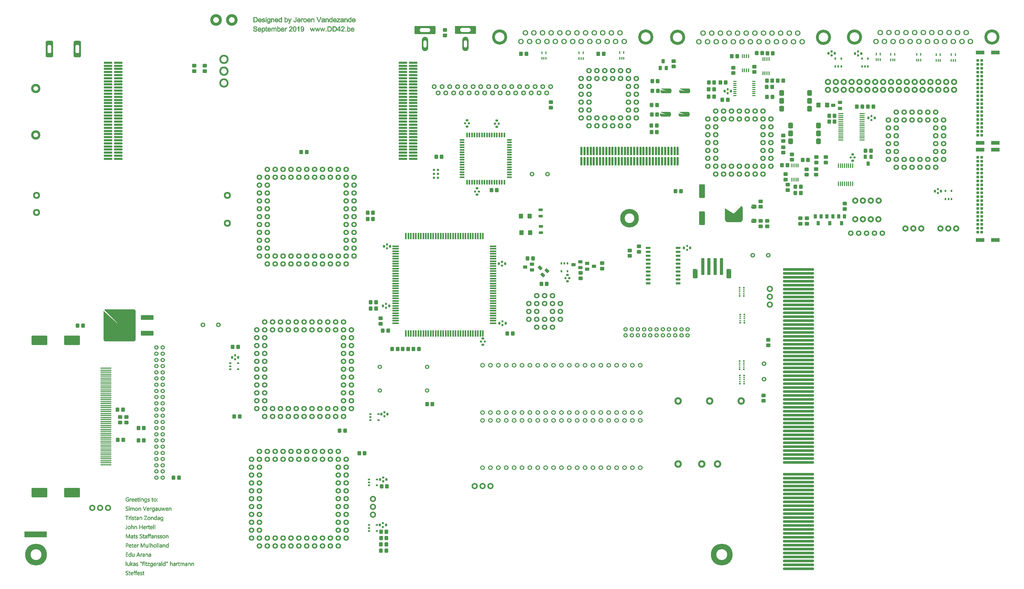
<source format=gbr>
G04 GENERATED BY PULSONIX 10.0 GERBER.DLL 7250*
G04 #@! TF.GenerationSoftware,Pulsonix,Pulsonix,10.0.7250*
G04 #@! TF.CreationDate,2019-09-12T07:48:14--1:00*
G04 #@! TF.Part,Single*
%FSLAX25Y25*%
%LPD*%
%MOIN*%
G04 #@! TF.FileFunction,Soldermask,Top*
G04 #@! TF.FilePolarity,Negative*
G04 #@! TA.AperFunction,SMDPad*
%AMT18*0 Rounded Rectangle pad*4,1,28,0.00787,0.01575,-0.00787,0.01575,-0.00889,0.01561,-0.00984,0.01522,-0.01066,0.01459,-0.01128,0.01378,-0.01168,0.01283,-0.01181,0.01181,-0.01181,-0.01181,-0.01168,-0.01283,-0.01128,-0.01378,-0.01066,-0.01459,-0.00984,-0.01522,-0.00889,-0.01561,-0.00787,-0.01575,0.00787,-0.01575,0.00889,-0.01561,0.00984,-0.01522,0.01066,-0.01459,0.01128,-0.01378,0.01168,-0.01283,0.01181,-0.01181,0.01181,0.01181,0.01168,0.01283,0.01128,0.01378,0.01066,0.01459,0.00984,0.01522,0.00889,0.01561,0.00787,0.01575,0*%
%ADD18T18*%
%AMT71*0 Rounded Rectangle pad*4,1,36,0.01382,0.02760,-0.01382,0.02760,-0.01536,0.02745,-0.01683,0.02700,-0.01820,0.02627,-0.01939,0.02529,-0.02037,0.02410,-0.02110,0.02274,-0.02154,0.02126,-0.02170,0.01973,-0.02170,-0.01973,-0.02154,-0.02126,-0.02110,-0.02274,-0.02037,-0.02410,-0.01939,-0.02529,-0.01820,-0.02627,-0.01683,-0.02700,-0.01536,-0.02745,-0.01382,-0.02760,0.01382,-0.02760,0.01536,-0.02745,0.01683,-0.02700,0.01820,-0.02627,0.01939,-0.02529,0.02037,-0.02410,0.02110,-0.02274,0.02154,-0.02126,0.02169,-0.01973,0.02169,0.01973,0.02154,0.02126,0.02110,0.02274,0.02037,0.02410,0.01939,0.02529,0.01820,0.02627,0.01683,0.02700,0.01536,0.02745,0.01382,0.02760,0*%
%ADD71T71*%
%AMT21*0 Rounded Rectangle pad*4,1,36,0.01181,0.02756,-0.01181,0.02756,-0.01335,0.02741,-0.01482,0.02696,-0.01619,0.02623,-0.01738,0.02525,-0.01836,0.02406,-0.01909,0.02270,-0.01953,0.02122,-0.01969,0.01969,-0.01969,-0.01969,-0.01953,-0.02122,-0.01909,-0.02270,-0.01836,-0.02406,-0.01738,-0.02525,-0.01619,-0.02623,-0.01482,-0.02696,-0.01335,-0.02741,-0.01181,-0.02756,0.01181,-0.02756,0.01335,-0.02741,0.01482,-0.02696,0.01619,-0.02623,0.01738,-0.02525,0.01836,-0.02406,0.01909,-0.02270,0.01953,-0.02122,0.01969,-0.01969,0.01969,0.01969,0.01953,0.02122,0.01909,0.02270,0.01836,0.02406,0.01738,0.02525,0.01619,0.02623,0.01482,0.02696,0.01335,0.02741,0.01181,0.02756,0*%
%ADD21T21*%
%AMT22*0 Rounded Rectangle pad*4,1,36,0.01382,0.02760,-0.01382,0.02760,-0.01536,0.02745,-0.01683,0.02700,-0.01820,0.02627,-0.01939,0.02529,-0.02037,0.02410,-0.02110,0.02274,-0.02154,0.02126,-0.02170,0.01973,-0.02170,-0.01973,-0.02154,-0.02126,-0.02110,-0.02274,-0.02037,-0.02410,-0.01939,-0.02529,-0.01820,-0.02627,-0.01683,-0.02700,-0.01536,-0.02745,-0.01382,-0.02760,0.01382,-0.02760,0.01536,-0.02745,0.01683,-0.02700,0.01820,-0.02627,0.01939,-0.02529,0.02037,-0.02410,0.02110,-0.02274,0.02154,-0.02126,0.02169,-0.01973,0.02169,0.01973,0.02154,0.02126,0.02110,0.02274,0.02037,0.02410,0.01939,0.02529,0.01820,0.02627,0.01683,0.02700,0.01536,0.02745,0.01382,0.02760,0*%
%ADD22T22*%
%AMT24*0 Rounded Rectangle pad*4,1,36,-0.02756,0.01181,-0.02756,-0.01181,-0.02741,-0.01335,-0.02696,-0.01482,-0.02623,-0.01619,-0.02525,-0.01738,-0.02406,-0.01836,-0.02270,-0.01909,-0.02122,-0.01953,-0.01969,-0.01969,0.01969,-0.01969,0.02122,-0.01953,0.02270,-0.01909,0.02406,-0.01836,0.02525,-0.01738,0.02623,-0.01619,0.02696,-0.01482,0.02741,-0.01335,0.02756,-0.01181,0.02756,0.01181,0.02741,0.01335,0.02696,0.01482,0.02623,0.01619,0.02525,0.01738,0.02406,0.01836,0.02270,0.01909,0.02122,0.01953,0.01969,0.01969,-0.01969,0.01969,-0.02122,0.01953,-0.02270,0.01909,-0.02406,0.01836,-0.02525,0.01738,-0.02623,0.01619,-0.02696,0.01482,-0.02741,0.01335,-0.02756,0.01181,0*%
%ADD24T24*%
%AMT25*0 Rounded Rectangle pad*4,1,36,-0.02760,0.01382,-0.02760,-0.01382,-0.02745,-0.01536,-0.02700,-0.01683,-0.02627,-0.01820,-0.02529,-0.01939,-0.02410,-0.02037,-0.02274,-0.02110,-0.02126,-0.02154,-0.01973,-0.02170,0.01973,-0.02170,0.02126,-0.02154,0.02274,-0.02110,0.02410,-0.02037,0.02529,-0.01939,0.02627,-0.01820,0.02700,-0.01683,0.02745,-0.01536,0.02760,-0.01382,0.02760,0.01382,0.02745,0.01536,0.02700,0.01683,0.02627,0.01820,0.02529,0.01939,0.02410,0.02037,0.02274,0.02110,0.02126,0.02154,0.01973,0.02169,-0.01973,0.02169,-0.02126,0.02154,-0.02274,0.02110,-0.02410,0.02037,-0.02529,0.01939,-0.02627,0.01820,-0.02700,0.01683,-0.02745,0.01536,-0.02760,0.01382,0*%
%ADD25T25*%
%AMT76*0 Rounded Rectangle pad*4,1,36,0.02008,0.02854,-0.02008,0.02854,-0.02162,0.02839,-0.02309,0.02795,-0.02446,0.02722,-0.02565,0.02624,-0.02663,0.02505,-0.02736,0.02368,-0.02780,0.02221,-0.02796,0.02067,-0.02796,-0.02067,-0.02780,-0.02221,-0.02736,-0.02368,-0.02663,-0.02505,-0.02565,-0.02624,-0.02446,-0.02722,-0.02309,-0.02795,-0.02162,-0.02839,-0.02008,-0.02855,0.02008,-0.02855,0.02162,-0.02839,0.02309,-0.02795,0.02446,-0.02722,0.02565,-0.02624,0.02663,-0.02505,0.02736,-0.02368,0.02780,-0.02221,0.02795,-0.02067,0.02795,0.02067,0.02780,0.02221,0.02736,0.02368,0.02663,0.02505,0.02565,0.02624,0.02446,0.02722,0.02309,0.02795,0.02162,0.02839,0.02008,0.02854,0*%
%ADD76T76*%
%AMT77*0 Rounded Rectangle pad*4,1,36,-0.01382,-0.02760,0.01382,-0.02760,0.01536,-0.02745,0.01683,-0.02700,0.01820,-0.02627,0.01939,-0.02529,0.02037,-0.02410,0.02110,-0.02274,0.02154,-0.02126,0.02170,-0.01973,0.02170,0.01973,0.02154,0.02126,0.02110,0.02274,0.02037,0.02410,0.01939,0.02529,0.01820,0.02627,0.01683,0.02700,0.01536,0.02745,0.01382,0.02760,-0.01382,0.02760,-0.01536,0.02745,-0.01683,0.02700,-0.01820,0.02627,-0.01939,0.02529,-0.02037,0.02410,-0.02110,0.02274,-0.02154,0.02126,-0.02169,0.01973,-0.02169,-0.01973,-0.02154,-0.02126,-0.02110,-0.02274,-0.02037,-0.02410,-0.01939,-0.02529,-0.01820,-0.02627,-0.01683,-0.02700,-0.01536,-0.02745,-0.01382,-0.02760,0*%
%ADD77T77*%
%AMT78*0 Rounded Rectangle pad*4,1,36,0.02760,-0.01382,0.02760,0.01382,0.02745,0.01536,0.02700,0.01683,0.02627,0.01820,0.02529,0.01939,0.02410,0.02037,0.02274,0.02110,0.02126,0.02154,0.01973,0.02170,-0.01973,0.02170,-0.02126,0.02154,-0.02274,0.02110,-0.02410,0.02037,-0.02529,0.01939,-0.02627,0.01820,-0.02700,0.01683,-0.02745,0.01536,-0.02760,0.01382,-0.02760,-0.01382,-0.02745,-0.01536,-0.02700,-0.01683,-0.02627,-0.01820,-0.02529,-0.01939,-0.02410,-0.02037,-0.02274,-0.02110,-0.02126,-0.02154,-0.01973,-0.02169,0.01973,-0.02169,0.02126,-0.02154,0.02274,-0.02110,0.02410,-0.02037,0.02529,-0.01939,0.02627,-0.01820,0.02700,-0.01683,0.02745,-0.01536,0.02760,-0.01382,0*%
%ADD78T78*%
%ADD87C,0.03098*%
G04 #@! TD.AperFunction*
%ADD94C,0.00001*%
G04 #@! TA.AperFunction,SMDPad*
%AMT99*0 Rounded Rectangle pad*4,1,36,-0.02760,0.01382,-0.02760,-0.01382,-0.02745,-0.01536,-0.02700,-0.01683,-0.02627,-0.01820,-0.02529,-0.01939,-0.02410,-0.02037,-0.02274,-0.02110,-0.02126,-0.02154,-0.01973,-0.02170,0.01973,-0.02170,0.02126,-0.02154,0.02274,-0.02110,0.02410,-0.02037,0.02529,-0.01939,0.02627,-0.01820,0.02700,-0.01683,0.02745,-0.01536,0.02760,-0.01382,0.02760,0.01382,0.02745,0.01536,0.02700,0.01683,0.02627,0.01820,0.02529,0.01939,0.02410,0.02037,0.02274,0.02110,0.02126,0.02154,0.01973,0.02169,-0.01973,0.02169,-0.02126,0.02154,-0.02274,0.02110,-0.02410,0.02037,-0.02529,0.01939,-0.02627,0.01820,-0.02700,0.01683,-0.02745,0.01536,-0.02760,0.01382,0*%
%ADD99T99*%
G04 #@! TA.AperFunction,ComponentPad*
%ADD101C,0.07874X0.04331*%
G04 #@! TA.AperFunction,SMDPad*
%AMT107*0 Rounded Rectangle pad*4,1,36,0.01181,0.10827,-0.01181,0.10827,-0.01335,0.10812,-0.01482,0.10767,-0.01619,0.10694,-0.01738,0.10596,-0.01836,0.10477,-0.01909,0.10341,-0.01953,0.10193,-0.01969,0.10040,-0.01969,-0.10040,-0.01953,-0.10193,-0.01909,-0.10341,-0.01836,-0.10477,-0.01738,-0.10596,-0.01619,-0.10694,-0.01482,-0.10767,-0.01335,-0.10812,-0.01181,-0.10827,0.01181,-0.10827,0.01335,-0.10812,0.01482,-0.10767,0.01619,-0.10694,0.01738,-0.10596,0.01836,-0.10477,0.01909,-0.10341,0.01953,-0.10193,0.01969,-0.10040,0.01969,0.10040,0.01953,0.10193,0.01909,0.10341,0.01836,0.10477,0.01738,0.10596,0.01619,0.10694,0.01482,0.10767,0.01335,0.10812,0.01181,0.10827,0*%
%ADD107T107*%
G04 #@! TA.AperFunction,ComponentPad*
%ADD112C,0.09449X0.04724*%
G04 #@! TA.AperFunction,NonMaterial*
%ADD120C,0.00100*%
G04 #@! TA.AperFunction,SMDPad*
%AMT127*0 Rounded Rectangle pad*4,1,28,-0.04094,0.00551,-0.04094,-0.00551,-0.04081,-0.00653,-0.04042,-0.00748,-0.03979,-0.00830,-0.03898,-0.00892,-0.03803,-0.00931,-0.03701,-0.00945,0.03701,-0.00945,0.03803,-0.00931,0.03898,-0.00892,0.03979,-0.00830,0.04042,-0.00748,0.04081,-0.00653,0.04094,-0.00551,0.04094,0.00551,0.04081,0.00653,0.04042,0.00748,0.03979,0.00830,0.03898,0.00892,0.03803,0.00931,0.03701,0.00945,-0.03701,0.00945,-0.03803,0.00931,-0.03898,0.00892,-0.03979,0.00830,-0.04042,0.00748,-0.04081,0.00653,-0.04094,0.00551,0*%
%ADD127T127*%
%AMT128*0 Rounded Rectangle pad*4,1,28,0.00551,0.04094,-0.00551,0.04094,-0.00653,0.04081,-0.00748,0.04042,-0.00830,0.03979,-0.00892,0.03898,-0.00931,0.03803,-0.00945,0.03701,-0.00945,-0.03701,-0.00931,-0.03803,-0.00892,-0.03898,-0.00830,-0.03979,-0.00748,-0.04042,-0.00653,-0.04081,-0.00551,-0.04094,0.00551,-0.04094,0.00653,-0.04081,0.00748,-0.04042,0.00830,-0.03979,0.00892,-0.03898,0.00931,-0.03803,0.00945,-0.03701,0.00945,0.03701,0.00931,0.03803,0.00892,0.03898,0.00830,0.03979,0.00748,0.04042,0.00653,0.04081,0.00551,0.04094,0*%
%ADD128T128*%
%AMT129*0 Rounded Rectangle pad*4,1,28,-0.01575,0.00787,-0.01575,-0.00787,-0.01561,-0.00889,-0.01522,-0.00984,-0.01459,-0.01066,-0.01378,-0.01128,-0.01283,-0.01168,-0.01181,-0.01181,0.01181,-0.01181,0.01283,-0.01168,0.01378,-0.01128,0.01459,-0.01066,0.01522,-0.00984,0.01561,-0.00889,0.01575,-0.00787,0.01575,0.00787,0.01561,0.00889,0.01522,0.00984,0.01459,0.01066,0.01378,0.01128,0.01283,0.01168,0.01181,0.01181,-0.01181,0.01181,-0.01283,0.01168,-0.01378,0.01128,-0.01459,0.01066,-0.01522,0.00984,-0.01561,0.00889,-0.01575,0.00787,0*%
%ADD129T129*%
G04 #@! TA.AperFunction,ComponentPad*
%ADD135C,0.05591X0.02795*%
%ADD136C,0.07087X0.03543*%
G04 #@! TA.AperFunction,SMDPad*
%AMT140*0 Rounded Rectangle pad*4,1,32,0.00591,0.05315,-0.00591,0.05315,-0.00722,0.05300,-0.00847,0.05256,-0.00959,0.05186,-0.01052,0.05093,-0.01123,0.04981,-0.01166,0.04856,-0.01181,0.04724,-0.01181,-0.04724,-0.01166,-0.04856,-0.01123,-0.04981,-0.01052,-0.05093,-0.00959,-0.05186,-0.00847,-0.05256,-0.00722,-0.05300,-0.00591,-0.05315,0.00591,-0.05315,0.00722,-0.05300,0.00847,-0.05256,0.00959,-0.05186,0.01052,-0.05093,0.01123,-0.04981,0.01166,-0.04856,0.01181,-0.04724,0.01181,0.04724,0.01166,0.04856,0.01123,0.04981,0.01052,0.05093,0.00959,0.05186,0.00847,0.05256,0.00722,0.05300,0.00591,0.05315,0*%
%ADD140T140*%
G04 #@! TA.AperFunction,WasherPad*
%ADD154C,0.23622X0.12205*%
G04 #@! TA.AperFunction,SMDPad*
%AMT155*0 Rounded Rectangle pad*4,1,32,-0.05315,0.00591,-0.05315,-0.00591,-0.05300,-0.00722,-0.05256,-0.00847,-0.05186,-0.00959,-0.05093,-0.01052,-0.04981,-0.01123,-0.04856,-0.01166,-0.04724,-0.01181,0.04724,-0.01181,0.04856,-0.01166,0.04981,-0.01123,0.05093,-0.01052,0.05186,-0.00959,0.05256,-0.00847,0.05300,-0.00722,0.05315,-0.00591,0.05315,0.00591,0.05300,0.00722,0.05256,0.00847,0.05186,0.00959,0.05093,0.01052,0.04981,0.01123,0.04856,0.01166,0.04724,0.01181,-0.04724,0.01181,-0.04856,0.01166,-0.04981,0.01123,-0.05093,0.01052,-0.05186,0.00959,-0.05256,0.00847,-0.05300,0.00722,-0.05315,0.00591,0*%
%ADD155T155*%
%AMT156*0 Rounded Rectangle pad*4,1,48,-0.19685,0.00394,-0.19685,-0.00394,-0.19671,-0.00590,-0.19629,-0.00782,-0.19561,-0.00966,-0.19466,-0.01139,-0.19349,-0.01296,-0.19209,-0.01435,-0.19052,-0.01553,-0.18880,-0.01647,-0.18695,-0.01716,-0.18503,-0.01758,-0.18307,-0.01772,0.18307,-0.01772,0.18503,-0.01758,0.18695,-0.01716,0.18880,-0.01647,0.19052,-0.01553,0.19209,-0.01435,0.19349,-0.01296,0.19466,-0.01139,0.19561,-0.00966,0.19629,-0.00782,0.19671,-0.00590,0.19685,-0.00394,0.19685,0.00394,0.19671,0.00590,0.19629,0.00782,0.19561,0.00966,0.19466,0.01139,0.19349,0.01296,0.19209,0.01435,0.19052,0.01553,0.18880,0.01647,0.18695,0.01716,0.18503,0.01758,0.18307,0.01772,-0.18307,0.01772,-0.18503,0.01758,-0.18695,0.01716,-0.18880,0.01647,-0.19052,0.01553,-0.19209,0.01435,-0.19349,0.01296,-0.19466,0.01139,-0.19561,0.00966,-0.19629,0.00782,-0.19671,0.00590,-0.19685,0.00394,0*%
%ADD156T156*%
G04 #@! TA.AperFunction,ComponentPad*
%ADD157C,0.05910X0.03543*%
%ADD159C,0.06299X0.03150*%
%ADD160C,0.07874X0.03937*%
%ADD161C,0.07087X0.04291*%
%ADD162C,0.19291X0.12008*%
%ADD163C,0.07874X0.04016*%
G04 #@! TA.AperFunction,SMDPad*
%AMT167*0 Rounded Rectangle pad*4,1,28,0.00591,0.01476,-0.00591,0.01476,-0.00693,0.01463,-0.00788,0.01424,-0.00869,0.01361,-0.00932,0.01280,-0.00971,0.01185,-0.00985,0.01083,-0.00985,-0.01083,-0.00971,-0.01185,-0.00932,-0.01280,-0.00869,-0.01361,-0.00788,-0.01424,-0.00693,-0.01463,-0.00591,-0.01476,0.00591,-0.01476,0.00693,-0.01463,0.00788,-0.01424,0.00869,-0.01361,0.00932,-0.01280,0.00971,-0.01185,0.00984,-0.01083,0.00984,0.01083,0.00971,0.01185,0.00932,0.01280,0.00869,0.01361,0.00788,0.01424,0.00693,0.01463,0.00591,0.01476,0*%
%ADD167T167*%
G04 #@! TA.AperFunction,ComponentPad*
%AMT168*0 Rounded Rectangle pad*4,1,76,0.00039,0.09055,-0.00039,0.09055,-0.00379,0.09040,-0.00716,0.08996,-0.01048,0.08922,-0.01372,0.08820,-0.01687,0.08690,-0.01988,0.08533,-0.02275,0.08350,-0.02545,0.08143,-0.02795,0.07914,-0.03025,0.07663,-0.03232,0.07393,-0.03415,0.07106,-0.03572,0.06805,-0.03702,0.06491,-0.03804,0.06166,-0.03878,0.05834,-0.03922,0.05497,-0.03937,0.05157,-0.03937,-0.05157,-0.03922,-0.05497,-0.03878,-0.05834,-0.03804,-0.06166,-0.03702,-0.06491,-0.03572,-0.06805,-0.03415,-0.07106,-0.03232,-0.07393,-0.03025,-0.07663,-0.02795,-0.07914,-0.02545,-0.08143,-0.02275,-0.08350,-0.01988,-0.08533,-0.01687,-0.08690,-0.01372,-0.08820,-0.01048,-0.08922,-0.00716,-0.08996,-0.00379,-0.09040,-0.00039,-0.09055,0.00039,-0.09055,0.00379,-0.09040,0.00716,-0.08996,0.01048,-0.08922,0.01372,-0.08820,0.01687,-0.08690,0.01988,-0.08533,0.02275,-0.08350,0.02545,-0.08143,0.02795,-0.07914,0.03025,-0.07663,0.03232,-0.07393,0.03415,-0.07106,0.03572,-0.06805,0.03702,-0.06491,0.03804,-0.06166,0.03878,-0.05834,0.03922,-0.05497,0.03937,-0.05157,0.03937,0.05157,0.03922,0.05497,0.03878,0.05834,0.03804,0.06166,0.03702,0.06491,0.03572,0.06805,0.03415,0.07106,0.03232,0.07393,0.03025,0.07663,0.02795,0.07914,0.02545,0.08143,0.02275,0.08350,0.01988,0.08533,0.01687,0.08690,0.01372,0.08820,0.01048,0.08922,0.00716,0.08996,0.00379,0.09040,0.00039,0.09055,0*%
%ADD168T168*%
%AMT169*0 Rounded Rectangle pad*4,1,48,-0.13386,0.03740,-0.13386,-0.03740,-0.13372,-0.03936,-0.13330,-0.04128,-0.13261,-0.04313,-0.13167,-0.04485,-0.13049,-0.04643,-0.12910,-0.04782,-0.12753,-0.04899,-0.12580,-0.04994,-0.12396,-0.05062,-0.12204,-0.05104,-0.12008,-0.05118,0.12008,-0.05118,0.12204,-0.05104,0.12396,-0.05062,0.12580,-0.04994,0.12753,-0.04899,0.12910,-0.04782,0.13049,-0.04643,0.13167,-0.04485,0.13261,-0.04313,0.13330,-0.04128,0.13372,-0.03936,0.13386,-0.03740,0.13386,0.03740,0.13372,0.03936,0.13330,0.04128,0.13261,0.04313,0.13167,0.04485,0.13049,0.04643,0.12910,0.04782,0.12753,0.04899,0.12580,0.04994,0.12396,0.05062,0.12204,0.05104,0.12008,0.05118,-0.12008,0.05118,-0.12204,0.05104,-0.12396,0.05062,-0.12580,0.04994,-0.12753,0.04899,-0.12910,0.04782,-0.13049,0.04643,-0.13167,0.04485,-0.13261,0.04313,-0.13330,0.04128,-0.13372,0.03936,-0.13386,0.03740,0*%
%ADD169T169*%
G04 #@! TA.AperFunction,SMDPad*
%AMT171*0 Rounded Rectangle pad*4,1,28,0.01181,0.01575,-0.01181,0.01575,-0.01283,0.01561,-0.01378,0.01522,-0.01459,0.01459,-0.01522,0.01378,-0.01561,0.01283,-0.01575,0.01181,-0.01575,-0.01181,-0.01561,-0.01283,-0.01522,-0.01378,-0.01459,-0.01459,-0.01378,-0.01522,-0.01283,-0.01561,-0.01181,-0.01575,0.01181,-0.01575,0.01283,-0.01561,0.01378,-0.01522,0.01459,-0.01459,0.01522,-0.01378,0.01561,-0.01283,0.01575,-0.01181,0.01575,0.01181,0.01561,0.01283,0.01522,0.01378,0.01459,0.01459,0.01378,0.01522,0.01283,0.01561,0.01181,0.01575,0*%
%ADD171T171*%
%AMT173*0 Rounded Rectangle pad*4,1,28,-0.05315,0.01969,-0.05315,-0.01969,-0.05302,-0.02070,-0.05262,-0.02165,-0.05200,-0.02247,-0.05118,-0.02309,-0.05023,-0.02349,-0.04921,-0.02362,0.04921,-0.02362,0.05023,-0.02349,0.05118,-0.02309,0.05200,-0.02247,0.05262,-0.02165,0.05302,-0.02070,0.05315,-0.01969,0.05315,0.01969,0.05302,0.02070,0.05262,0.02165,0.05200,0.02247,0.05118,0.02309,0.05023,0.02349,0.04921,0.02362,-0.04921,0.02362,-0.05023,0.02349,-0.05118,0.02309,-0.05200,0.02247,-0.05262,0.02165,-0.05302,0.02070,-0.05315,0.01969,0*%
%ADD173T173*%
%AMT174*0 Rounded Rectangle pad*4,1,28,-0.01476,0.00591,-0.01476,-0.00591,-0.01463,-0.00693,-0.01424,-0.00788,-0.01361,-0.00869,-0.01280,-0.00932,-0.01185,-0.00971,-0.01083,-0.00985,0.01083,-0.00985,0.01185,-0.00971,0.01280,-0.00932,0.01361,-0.00869,0.01424,-0.00788,0.01463,-0.00693,0.01476,-0.00591,0.01476,0.00591,0.01463,0.00693,0.01424,0.00788,0.01361,0.00869,0.01280,0.00932,0.01185,0.00971,0.01083,0.00984,-0.01083,0.00984,-0.01185,0.00971,-0.01280,0.00932,-0.01361,0.00869,-0.01424,0.00788,-0.01463,0.00693,-0.01476,0.00591,0*%
%ADD174T174*%
%AMT175*0 Rounded Rectangle pad*4,1,28,0.00433,0.02362,-0.00433,0.02362,-0.00535,0.02349,-0.00630,0.02309,-0.00712,0.02247,-0.00774,0.02165,-0.00814,0.02070,-0.00827,0.01969,-0.00827,-0.01969,-0.00814,-0.02070,-0.00774,-0.02165,-0.00712,-0.02247,-0.00630,-0.02309,-0.00535,-0.02349,-0.00433,-0.02362,0.00433,-0.02362,0.00535,-0.02349,0.00630,-0.02309,0.00712,-0.02247,0.00774,-0.02165,0.00814,-0.02070,0.00827,-0.01969,0.00827,0.01969,0.00814,0.02070,0.00774,0.02165,0.00712,0.02247,0.00630,0.02309,0.00535,0.02349,0.00433,0.02362,0*%
%ADD175T175*%
%AMT176*0 Rounded Rectangle pad*4,1,56,-0.06890,0.00984,-0.06890,-0.00984,-0.06876,-0.01222,-0.06833,-0.01456,-0.06762,-0.01683,-0.06665,-0.01899,-0.06542,-0.02103,-0.06395,-0.02290,-0.06227,-0.02458,-0.06040,-0.02605,-0.05836,-0.02728,-0.05620,-0.02825,-0.05393,-0.02896,-0.05159,-0.02939,-0.04921,-0.02953,0.04921,-0.02953,0.05159,-0.02939,0.05393,-0.02896,0.05620,-0.02825,0.05836,-0.02728,0.06040,-0.02605,0.06227,-0.02458,0.06395,-0.02290,0.06542,-0.02103,0.06665,-0.01899,0.06762,-0.01683,0.06833,-0.01456,0.06876,-0.01222,0.06890,-0.00984,0.06890,0.00984,0.06876,0.01222,0.06833,0.01456,0.06762,0.01683,0.06665,0.01899,0.06542,0.02103,0.06395,0.02290,0.06227,0.02458,0.06040,0.02605,0.05836,0.02728,0.05620,0.02825,0.05393,0.02896,0.05159,0.02939,0.04921,0.02953,-0.04921,0.02953,-0.05159,0.02939,-0.05393,0.02896,-0.05620,0.02825,-0.05836,0.02728,-0.06040,0.02605,-0.06227,0.02458,-0.06395,0.02290,-0.06542,0.02103,-0.06665,0.01899,-0.06762,0.01683,-0.06833,0.01456,-0.06876,0.01222,-0.06890,0.00984,0*%
%ADD176T176*%
%AMT177*0 Rounded Rectangle pad*4,1,32,-0.03189,0.00236,-0.03189,-0.00236,-0.03174,-0.00368,-0.03131,-0.00492,-0.03060,-0.00604,-0.02967,-0.00698,-0.02855,-0.00768,-0.02730,-0.00812,-0.02598,-0.00827,0.02598,-0.00827,0.02730,-0.00812,0.02855,-0.00768,0.02967,-0.00698,0.03060,-0.00604,0.03130,-0.00492,0.03174,-0.00368,0.03189,-0.00236,0.03189,0.00236,0.03174,0.00368,0.03131,0.00492,0.03060,0.00604,0.02967,0.00698,0.02855,0.00768,0.02730,0.00812,0.02598,0.00827,-0.02598,0.00827,-0.02730,0.00812,-0.02855,0.00768,-0.02967,0.00698,-0.03060,0.00604,-0.03130,0.00492,-0.03174,0.00368,-0.03189,0.00236,0*%
%ADD177T177*%
%AMT183*0 Rounded Rectangle pad*4,1,48,0.01614,0.03504,-0.01614,0.03504,-0.01810,0.03490,-0.02002,0.03448,-0.02187,0.03379,-0.02359,0.03285,-0.02517,0.03167,-0.02656,0.03028,-0.02773,0.02871,-0.02868,0.02698,-0.02936,0.02514,-0.02978,0.02322,-0.02992,0.02126,-0.02992,-0.02126,-0.02978,-0.02322,-0.02936,-0.02514,-0.02868,-0.02698,-0.02773,-0.02871,-0.02656,-0.03028,-0.02517,-0.03167,-0.02359,-0.03285,-0.02187,-0.03379,-0.02002,-0.03448,-0.01810,-0.03490,-0.01614,-0.03504,0.01614,-0.03504,0.01810,-0.03490,0.02002,-0.03448,0.02187,-0.03379,0.02359,-0.03285,0.02517,-0.03167,0.02656,-0.03028,0.02773,-0.02871,0.02868,-0.02698,0.02936,-0.02514,0.02978,-0.02322,0.02992,-0.02126,0.02992,0.02126,0.02978,0.02322,0.02936,0.02514,0.02868,0.02698,0.02773,0.02871,0.02656,0.03028,0.02517,0.03167,0.02359,0.03285,0.02187,0.03379,0.02002,0.03448,0.01810,0.03490,0.01614,0.03504,0*%
%ADD183T183*%
G04 #@! TA.AperFunction,ComponentPad*
%AMT186*0 Rounded Rectangle pad*4,1,56,0.02756,0.10433,-0.02756,0.10433,-0.02993,0.10419,-0.03227,0.10376,-0.03454,0.10305,-0.03671,0.10208,-0.03874,0.10085,-0.04061,0.09938,-0.04229,0.09770,-0.04376,0.09583,-0.04499,0.09379,-0.04596,0.09163,-0.04667,0.08936,-0.04710,0.08702,-0.04724,0.08465,-0.04724,-0.08465,-0.04710,-0.08702,-0.04667,-0.08936,-0.04596,-0.09163,-0.04499,-0.09379,-0.04376,-0.09583,-0.04229,-0.09770,-0.04061,-0.09938,-0.03874,-0.10085,-0.03671,-0.10208,-0.03454,-0.10305,-0.03227,-0.10376,-0.02993,-0.10419,-0.02756,-0.10433,0.02756,-0.10433,0.02993,-0.10419,0.03227,-0.10376,0.03454,-0.10305,0.03671,-0.10208,0.03874,-0.10085,0.04061,-0.09938,0.04229,-0.09770,0.04376,-0.09583,0.04499,-0.09379,0.04596,-0.09163,0.04667,-0.08936,0.04710,-0.08702,0.04724,-0.08465,0.04724,0.08465,0.04710,0.08702,0.04667,0.08936,0.04596,0.09163,0.04499,0.09379,0.04376,0.09583,0.04229,0.09770,0.04061,0.09938,0.03874,0.10085,0.03671,0.10208,0.03454,0.10305,0.03227,0.10376,0.02993,0.10419,0.02756,0.10433,0*%
%ADD186T186*%
%ADD188C,0.11811X0.05906*%
%ADD190C,0.09055X0.04528*%
%ADD191C,0.11811X0.07283*%
%ADD192C,0.14764X0.07283*%
%ADD193C,0.05512X0.02756*%
G04 #@! TA.AperFunction,SMDPad*
%AMT210*0 Rounded Rectangle pad*4,1,28,-0.02165,0.00344,-0.02165,-0.00344,-0.02154,-0.00434,-0.02119,-0.00517,-0.02064,-0.00588,-0.01993,-0.00643,-0.01910,-0.00677,-0.01821,-0.00689,0.01821,-0.00689,0.01910,-0.00677,0.01993,-0.00643,0.02064,-0.00588,0.02119,-0.00517,0.02154,-0.00434,0.02165,-0.00344,0.02165,0.00344,0.02154,0.00434,0.02119,0.00517,0.02064,0.00588,0.01993,0.00643,0.01910,0.00677,0.01821,0.00689,-0.01821,0.00689,-0.01910,0.00677,-0.01993,0.00643,-0.02064,0.00588,-0.02119,0.00517,-0.02154,0.00434,-0.02165,0.00344,0*%
%ADD210T210*%
%AMT220*0 Rounded Rectangle pad*4,1,52,0.01575,0.05905,-0.01575,0.05905,-0.01780,0.05892,-0.01982,0.05852,-0.02177,0.05786,-0.02362,0.05694,-0.02533,0.05580,-0.02688,0.05444,-0.02824,0.05289,-0.02939,0.05118,-0.03030,0.04933,-0.03096,0.04738,-0.03136,0.04536,-0.03150,0.04331,-0.03150,-0.04331,-0.03136,-0.04536,-0.03096,-0.04738,-0.03030,-0.04933,-0.02939,-0.05118,-0.02824,-0.05289,-0.02688,-0.05444,-0.02533,-0.05580,-0.02362,-0.05695,-0.02177,-0.05786,-0.01982,-0.05852,-0.01780,-0.05892,-0.01575,-0.05906,0.01575,-0.05906,0.01780,-0.05892,0.01982,-0.05852,0.02177,-0.05786,0.02362,-0.05695,0.02533,-0.05580,0.02688,-0.05444,0.02824,-0.05289,0.02939,-0.05118,0.03030,-0.04933,0.03096,-0.04738,0.03136,-0.04536,0.03149,-0.04331,0.03149,0.04331,0.03136,0.04536,0.03096,0.04738,0.03030,0.04933,0.02939,0.05118,0.02824,0.05289,0.02688,0.05444,0.02533,0.05580,0.02362,0.05695,0.02177,0.05786,0.01982,0.05852,0.01780,0.05892,0.01575,0.05905,0*%
%ADD220T220*%
%AMT230*0 Rounded Rectangle pad*4,1,36,-0.02756,0.00787,-0.02756,-0.00787,-0.02741,-0.00941,-0.02696,-0.01089,-0.02623,-0.01225,-0.02525,-0.01344,-0.02406,-0.01442,-0.02270,-0.01515,-0.02122,-0.01560,-0.01969,-0.01575,0.01969,-0.01575,0.02122,-0.01560,0.02270,-0.01515,0.02406,-0.01442,0.02525,-0.01344,0.02623,-0.01225,0.02696,-0.01089,0.02741,-0.00941,0.02756,-0.00787,0.02756,0.00787,0.02741,0.00941,0.02696,0.01089,0.02623,0.01225,0.02525,0.01344,0.02406,0.01442,0.02270,0.01515,0.02122,0.01560,0.01969,0.01575,-0.01969,0.01575,-0.02122,0.01560,-0.02270,0.01515,-0.02406,0.01442,-0.02525,0.01344,-0.02623,0.01225,-0.02696,0.01089,-0.02741,0.00941,-0.02756,0.00787,0*%
%ADD230T230*%
G04 #@! TA.AperFunction,WasherPad*
%ADD255C,0.27559X0.13780*%
G04 #@! TA.AperFunction,SMDPad*
%AMT256*0 Rounded Rectangle pad*4,1,48,0.02362,0.08661,-0.02362,0.08661,-0.02558,0.08647,-0.02750,0.08606,-0.02935,0.08537,-0.03107,0.08443,-0.03265,0.08325,-0.03404,0.08186,-0.03521,0.08028,-0.03616,0.07856,-0.03684,0.07672,-0.03726,0.07480,-0.03740,0.07283,-0.03740,-0.07283,-0.03726,-0.07480,-0.03684,-0.07672,-0.03616,-0.07856,-0.03521,-0.08028,-0.03404,-0.08186,-0.03265,-0.08325,-0.03107,-0.08443,-0.02935,-0.08537,-0.02750,-0.08606,-0.02558,-0.08647,-0.02362,-0.08661,0.02362,-0.08661,0.02558,-0.08647,0.02750,-0.08606,0.02935,-0.08537,0.03107,-0.08443,0.03265,-0.08325,0.03404,-0.08186,0.03521,-0.08028,0.03616,-0.07856,0.03684,-0.07672,0.03726,-0.07480,0.03740,-0.07283,0.03740,0.07283,0.03726,0.07480,0.03684,0.07672,0.03616,0.07856,0.03521,0.08028,0.03404,0.08186,0.03265,0.08325,0.03107,0.08443,0.02935,0.08537,0.02750,0.08606,0.02558,0.08647,0.02362,0.08661,0*%
%ADD256T256*%
%AMT257*0 Rounded Rectangle pad*4,1,52,-0.03346,0.00984,-0.03346,-0.00984,-0.03333,-0.01190,-0.03293,-0.01392,-0.03227,-0.01587,-0.03135,-0.01772,-0.03021,-0.01943,-0.02885,-0.02098,-0.02730,-0.02234,-0.02559,-0.02348,-0.02374,-0.02439,-0.02179,-0.02505,-0.01977,-0.02546,-0.01772,-0.02559,0.01772,-0.02559,0.01977,-0.02546,0.02179,-0.02505,0.02374,-0.02439,0.02559,-0.02348,0.02730,-0.02234,0.02885,-0.02098,0.03021,-0.01943,0.03136,-0.01772,0.03227,-0.01587,0.03293,-0.01392,0.03333,-0.01190,0.03346,-0.00984,0.03346,0.00984,0.03333,0.01190,0.03293,0.01392,0.03227,0.01587,0.03135,0.01772,0.03021,0.01943,0.02885,0.02098,0.02730,0.02234,0.02559,0.02348,0.02374,0.02439,0.02179,0.02505,0.01977,0.02546,0.01772,0.02559,-0.01772,0.02559,-0.01977,0.02546,-0.02179,0.02505,-0.02374,0.02439,-0.02559,0.02348,-0.02730,0.02234,-0.02885,0.02098,-0.03021,0.01943,-0.03136,0.01772,-0.03227,0.01587,-0.03293,0.01392,-0.03333,0.01190,-0.03346,0.00984,0*%
%ADD257T257*%
%AMT258*0 Rounded Rectangle pad*4,1,76,-0.11220,0.06890,-0.11220,-0.06890,-0.11205,-0.07233,-0.11161,-0.07573,-0.11086,-0.07909,-0.10983,-0.08236,-0.10852,-0.08554,-0.10693,-0.08858,-0.10509,-0.09148,-0.10299,-0.09420,-0.10067,-0.09674,-0.09814,-0.09906,-0.09542,-0.10115,-0.09252,-0.10299,-0.08947,-0.10458,-0.08630,-0.10589,-0.08302,-0.10693,-0.07967,-0.10767,-0.07627,-0.10812,-0.07283,-0.10827,0.07283,-0.10827,0.07627,-0.10812,0.07967,-0.10767,0.08302,-0.10693,0.08630,-0.10589,0.08947,-0.10458,0.09252,-0.10299,0.09542,-0.10115,0.09814,-0.09906,0.10067,-0.09674,0.10299,-0.09420,0.10509,-0.09148,0.10693,-0.08858,0.10852,-0.08554,0.10983,-0.08236,0.11086,-0.07909,0.11161,-0.07573,0.11205,-0.07233,0.11220,-0.06890,0.11220,0.06890,0.11205,0.07233,0.11161,0.07573,0.11086,0.07909,0.10983,0.08236,0.10852,0.08554,0.10693,0.08858,0.10509,0.09148,0.10299,0.09420,0.10067,0.09674,0.09814,0.09906,0.09542,0.10115,0.09252,0.10299,0.08947,0.10458,0.08630,0.10589,0.08302,0.10693,0.07967,0.10767,0.07627,0.10812,0.07283,0.10827,-0.07283,0.10827,-0.07627,0.10812,-0.07967,0.10767,-0.08302,0.10693,-0.08630,0.10589,-0.08947,0.10458,-0.09252,0.10299,-0.09542,0.10115,-0.09814,0.09906,-0.10067,0.09674,-0.10299,0.09420,-0.10509,0.09148,-0.10693,0.08858,-0.10852,0.08554,-0.10983,0.08236,-0.11086,0.07909,-0.11161,0.07573,-0.11205,0.07233,-0.11220,0.06890,0*%
%ADD258T258*%
%AMT261*0 Rounded Rectangle pad*4,1,32,-0.06890,0.00197,-0.06890,-0.00197,-0.06875,-0.00328,-0.06832,-0.00453,-0.06761,-0.00565,-0.06668,-0.00659,-0.06556,-0.00729,-0.06431,-0.00773,-0.06299,-0.00788,0.06299,-0.00788,0.06431,-0.00773,0.06556,-0.00729,0.06668,-0.00659,0.06761,-0.00565,0.06831,-0.00453,0.06875,-0.00328,0.06890,-0.00197,0.06890,0.00197,0.06875,0.00328,0.06832,0.00453,0.06761,0.00565,0.06668,0.00659,0.06556,0.00729,0.06431,0.00773,0.06299,0.00787,-0.06299,0.00787,-0.06431,0.00773,-0.06556,0.00729,-0.06668,0.00659,-0.06761,0.00565,-0.06831,0.00453,-0.06875,0.00328,-0.06890,0.00197,0*%
%ADD261T261*%
%AMT262*0 Rounded Rectangle pad*4,1,36,-0.09842,0.05118,-0.09842,-0.05118,-0.09827,-0.05272,-0.09783,-0.05419,-0.09710,-0.05556,-0.09612,-0.05675,-0.09493,-0.05773,-0.09356,-0.05846,-0.09209,-0.05890,-0.09055,-0.05906,0.09055,-0.05906,0.09209,-0.05890,0.09356,-0.05846,0.09493,-0.05773,0.09612,-0.05675,0.09710,-0.05556,0.09783,-0.05419,0.09827,-0.05272,0.09843,-0.05118,0.09843,0.05118,0.09827,0.05272,0.09783,0.05419,0.09710,0.05556,0.09612,0.05675,0.09493,0.05773,0.09356,0.05846,0.09209,0.05890,0.09055,0.05905,-0.09055,0.05905,-0.09209,0.05890,-0.09356,0.05846,-0.09493,0.05773,-0.09612,0.05675,-0.09710,0.05556,-0.09783,0.05419,-0.09827,0.05272,-0.09842,0.05118,0*%
%ADD262T262*%
%AMT264*0 Rectangle Pad at angle 270*21,1,0.01969,0.02165,0,0,270*%
%ADD264T264*%
%ADD265R,0.02165X0.01654*%
%AMT266*0 Rectangle Pad at angle 90*21,1,0.01969,0.02165,0,0,90*%
%ADD266T266*%
%AMT267*0 Rounded Rectangle pad*4,1,32,0.00197,0.01673,-0.00197,0.01673,-0.00328,0.01658,-0.00453,0.01615,-0.00565,0.01544,-0.00659,0.01451,-0.00729,0.01339,-0.00773,0.01214,-0.00787,0.01083,-0.00787,-0.01083,-0.00773,-0.01214,-0.00729,-0.01339,-0.00659,-0.01451,-0.00565,-0.01544,-0.00453,-0.01615,-0.00328,-0.01658,-0.00197,-0.01673,0.00197,-0.01673,0.00328,-0.01658,0.00453,-0.01615,0.00565,-0.01544,0.00659,-0.01451,0.00729,-0.01339,0.00773,-0.01214,0.00787,-0.01083,0.00787,0.01083,0.00773,0.01214,0.00729,0.01339,0.00659,0.01451,0.00565,0.01544,0.00453,0.01615,0.00328,0.01658,0.00197,0.01673,0*%
%ADD267T267*%
%AMT268*0 Rounded Rectangle pad*4,1,32,-0.02900,0.00409,-0.02900,-0.00409,-0.02885,-0.00541,-0.02842,-0.00666,-0.02771,-0.00778,-0.02678,-0.00871,-0.02566,-0.00941,-0.02441,-0.00985,-0.02309,-0.01000,0.02309,-0.01000,0.02441,-0.00985,0.02566,-0.00942,0.02678,-0.00871,0.02771,-0.00778,0.02841,-0.00666,0.02885,-0.00541,0.02900,-0.00409,0.02900,0.00409,0.02885,0.00541,0.02842,0.00666,0.02771,0.00778,0.02678,0.00871,0.02566,0.00941,0.02441,0.00985,0.02309,0.01000,-0.02309,0.01000,-0.02441,0.00985,-0.02566,0.00942,-0.02678,0.00871,-0.02771,0.00778,-0.02841,0.00666,-0.02885,0.00541,-0.02900,0.00409,0*%
%ADD268T268*%
%AMT269*0 Rounded Rectangle pad*4,1,32,0.00409,0.02900,-0.00409,0.02900,-0.00541,0.02885,-0.00666,0.02842,-0.00778,0.02771,-0.00871,0.02678,-0.00941,0.02566,-0.00985,0.02441,-0.01000,0.02309,-0.01000,-0.02309,-0.00985,-0.02441,-0.00942,-0.02566,-0.00871,-0.02678,-0.00778,-0.02771,-0.00666,-0.02841,-0.00541,-0.02885,-0.00409,-0.02900,0.00409,-0.02900,0.00541,-0.02885,0.00666,-0.02842,0.00778,-0.02771,0.00871,-0.02678,0.00941,-0.02566,0.00985,-0.02441,0.01000,-0.02309,0.01000,0.02309,0.00985,0.02441,0.00942,0.02566,0.00871,0.02678,0.00778,0.02771,0.00666,0.02841,0.00541,0.02885,0.00409,0.02900,0*%
%ADD269T269*%
G04 #@! TA.AperFunction,ComponentPad*
%ADD270C,0.05906X0.02953*%
G04 #@! TA.AperFunction,SMDPad*
%ADD271O,0.01300X0.06500*%
%AMT272*0 Rounded Rectangle pad*4,1,40,-0.08100,0.02100,-0.08100,-0.02100,-0.08085,-0.02274,-0.08040,-0.02442,-0.07966,-0.02600,-0.07866,-0.02743,-0.07743,-0.02866,-0.07600,-0.02966,-0.07442,-0.03040,-0.07274,-0.03085,-0.07100,-0.03100,0.07100,-0.03100,0.07274,-0.03085,0.07442,-0.03040,0.07600,-0.02966,0.07743,-0.02866,0.07866,-0.02743,0.07966,-0.02600,0.08040,-0.02442,0.08085,-0.02274,0.08100,-0.02100,0.08100,0.02100,0.08085,0.02274,0.08040,0.02442,0.07966,0.02600,0.07866,0.02743,0.07743,0.02866,0.07600,0.02966,0.07442,0.03040,0.07274,0.03085,0.07100,0.03100,-0.07100,0.03100,-0.07274,0.03085,-0.07442,0.03040,-0.07600,0.02966,-0.07743,0.02866,-0.07866,0.02743,-0.07966,0.02600,-0.08040,0.02442,-0.08085,0.02274,-0.08100,0.02100,0*%
%ADD272T272*%
%AMT273*0 Rounded Rectangle pad*4,1,56,-0.20250,0.18250,-0.20250,-0.18250,-0.20235,-0.18491,-0.20192,-0.18729,-0.20120,-0.18959,-0.20021,-0.19179,-0.19896,-0.19386,-0.19747,-0.19576,-0.19576,-0.19747,-0.19386,-0.19896,-0.19179,-0.20021,-0.18959,-0.20120,-0.18729,-0.20192,-0.18491,-0.20235,-0.18250,-0.20250,0.18250,-0.20250,0.18491,-0.20235,0.18729,-0.20192,0.18959,-0.20120,0.19179,-0.20021,0.19386,-0.19896,0.19576,-0.19747,0.19747,-0.19576,0.19896,-0.19386,0.20021,-0.19179,0.20120,-0.18959,0.20192,-0.18729,0.20235,-0.18491,0.20250,-0.18250,0.20250,0.18250,0.20235,0.18491,0.20192,0.18729,0.20120,0.18959,0.20021,0.19179,0.19896,0.19386,0.19747,0.19576,0.19576,0.19747,0.19386,0.19896,0.19179,0.20021,0.18959,0.20120,0.18729,0.20192,0.18491,0.20235,0.18250,0.20250,-0.18250,0.20250,-0.18491,0.20235,-0.18729,0.20192,-0.18959,0.20120,-0.19179,0.20021,-0.19386,0.19896,-0.19576,0.19747,-0.19747,0.19576,-0.19896,0.19386,-0.20021,0.19179,-0.20120,0.18959,-0.20192,0.18729,-0.20235,0.18491,-0.20250,0.18250,0*%
%ADD273T273*%
G04 #@! TA.AperFunction,ComponentPad*
%ADD278C,0.00001*%
G04 #@! TA.AperFunction,SMDPad*
%AMT309*0 Rounded Rectangle pad*4,1,32,0.02953,-0.00591,0.02953,0.00591,0.02938,0.00722,0.02894,0.00847,0.02824,0.00959,0.02730,0.01052,0.02618,0.01123,0.02494,0.01166,0.02362,0.01181,-0.02362,0.01181,-0.02494,0.01166,-0.02618,0.01123,-0.02730,0.01052,-0.02824,0.00959,-0.02894,0.00847,-0.02938,0.00722,-0.02953,0.00591,-0.02953,-0.00591,-0.02938,-0.00722,-0.02894,-0.00847,-0.02824,-0.00959,-0.02730,-0.01052,-0.02618,-0.01123,-0.02494,-0.01166,-0.02362,-0.01181,0.02362,-0.01181,0.02494,-0.01166,0.02618,-0.01123,0.02730,-0.01052,0.02824,-0.00959,0.02894,-0.00847,0.02938,-0.00722,0.02953,-0.00591,0*%
%ADD309T309*%
%AMT310*0 Rounded Rectangle pad*4,1,32,-0.02953,0.00591,-0.02953,-0.00591,-0.02938,-0.00722,-0.02894,-0.00847,-0.02824,-0.00959,-0.02730,-0.01052,-0.02618,-0.01123,-0.02494,-0.01166,-0.02362,-0.01181,0.02362,-0.01181,0.02494,-0.01166,0.02618,-0.01123,0.02730,-0.01052,0.02824,-0.00959,0.02894,-0.00847,0.02938,-0.00722,0.02953,-0.00591,0.02953,0.00591,0.02938,0.00722,0.02894,0.00847,0.02824,0.00959,0.02730,0.01052,0.02618,0.01123,0.02494,0.01166,0.02362,0.01181,-0.02362,0.01181,-0.02494,0.01166,-0.02618,0.01123,-0.02730,0.01052,-0.02824,0.00959,-0.02894,0.00847,-0.02938,0.00722,-0.02953,0.00591,0*%
%ADD310T310*%
%AMT313*0 Rounded Rectangle pad*4,1,36,-0.01114,0.02784,-0.02784,0.01114,-0.02882,0.00994,-0.02955,0.00858,-0.02999,0.00710,-0.03015,0.00557,-0.02999,0.00403,-0.02955,0.00255,-0.02882,0.00119,-0.02784,0.00000,0.00000,-0.02784,0.00119,-0.02882,0.00256,-0.02955,0.00403,-0.02999,0.00557,-0.03015,0.00711,-0.02999,0.00858,-0.02955,0.00994,-0.02882,0.01114,-0.02784,0.02784,-0.01114,0.02882,-0.00994,0.02955,-0.00858,0.02999,-0.00710,0.03015,-0.00557,0.02999,-0.00403,0.02955,-0.00255,0.02882,-0.00119,0.02784,-0.00000,-0.00000,0.02784,-0.00119,0.02882,-0.00256,0.02955,-0.00403,0.02999,-0.00557,0.03015,-0.00710,0.02999,-0.00858,0.02955,-0.00994,0.02882,-0.01114,0.02784,0*%
%ADD313T313*%
X0Y0D02*
D02*
D18*
X272196Y281906D03*
X280070D03*
X459634Y68970D03*
X460038Y126819D03*
X461525Y209703D03*
X463581Y347267D03*
X464875Y422747D03*
X467508Y68970D03*
X467912Y126819D03*
X469399Y209703D03*
X471455Y347267D03*
X472749Y422747D03*
X610694Y400763D03*
X611274Y325189D03*
X618568Y400763D03*
X619148Y325189D03*
X845397Y420793D03*
X853271D03*
X896926Y619634D03*
X904800D03*
X1028687Y667664D03*
X1036561D03*
X1062287Y667630D03*
X1070161D03*
X1079258Y585646D03*
X1087132D03*
X1163455Y492837D03*
X1171329D03*
D02*
D71*
X76426Y321985D03*
X83316D03*
X126998Y215545D03*
X127392Y177192D03*
X133888Y215545D03*
X134282Y177192D03*
X153517Y176302D03*
Y192098D03*
X160407Y176302D03*
Y192098D03*
X197917Y129043D03*
X204807D03*
X273056Y294983D03*
X274946Y206844D03*
X279946Y294983D03*
X281836Y206844D03*
X359901Y542397D03*
X366791D03*
X408600Y188891D03*
X415490D03*
X433517Y160114D03*
X440407D03*
X444157Y457352D03*
X444174Y465370D03*
X448057Y343798D03*
X448061Y351656D03*
X451047Y457352D03*
X451064Y465370D03*
X454947Y343798D03*
X454951Y351656D03*
X461024Y36518D03*
X461044Y44606D03*
X461147Y52627D03*
X461172Y60467D03*
X461827Y118085D03*
X463352Y315889D03*
X467914Y36518D03*
X467934Y44606D03*
X468037Y52627D03*
X468062Y60467D03*
X468717Y118085D03*
X470242Y315889D03*
X475234Y292553D03*
X482124D03*
X488762Y292560D03*
X495652D03*
X502431Y292592D03*
X509321D03*
X519518Y222362D03*
X526408D03*
X531159Y536574D03*
X538049D03*
X601187Y494118D03*
X608077D03*
X621370Y312014D03*
X628260D03*
X638609Y667088D03*
X645499D03*
X646947Y407465D03*
X653837D03*
X664456Y375297D03*
X671346D03*
X736674Y666976D03*
X743564D03*
X804051Y576072D03*
X804126Y567791D03*
X804429Y602287D03*
X804527Y590226D03*
X805179Y632331D03*
X805255Y620065D03*
X810941Y576072D03*
X811016Y567791D03*
X811319Y602287D03*
X811417Y590226D03*
X812069Y632331D03*
X812145Y620065D03*
X834616Y492676D03*
X841506D03*
X876739Y612769D03*
X876832Y630701D03*
X883629Y612769D03*
X883722Y630701D03*
X950371Y625183D03*
X950530Y633088D03*
X950599Y612465D03*
X951174Y667867D03*
X957261Y625183D03*
X957420Y633088D03*
X957489Y612465D03*
X958064Y667867D03*
X964399Y633217D03*
X971289D03*
X986640Y490443D03*
X993530D03*
X995802Y532427D03*
X1002692D03*
X1075705Y544127D03*
X1082595D03*
D02*
D21*
X815361Y649233D03*
X819101Y657894D03*
X822841Y649233D03*
X1011961Y460649D03*
X1015701Y451988D03*
X1019441Y460649D03*
X1026693Y460755D03*
X1030433Y452094D03*
X1034173Y460755D03*
X1041531D03*
X1045271Y452094D03*
X1049011Y460755D03*
X1075297Y536468D03*
X1079037Y527807D03*
X1082777Y536468D03*
D02*
D22*
X894052Y608918D03*
X900942D03*
X905977Y664178D03*
X912867D03*
X937601Y667978D03*
X944491D03*
X969649Y525871D03*
X976539D03*
X1029491Y588500D03*
X1036381D03*
X1064604Y600173D03*
X1071494D03*
D02*
D24*
X644018Y396416D03*
X652679Y392676D03*
Y400156D03*
X705287Y399511D03*
X713948Y395771D03*
Y403251D03*
X722494Y393745D03*
Y401225D03*
X731155Y397485D03*
X1034542Y601677D03*
X1043203Y597937D03*
Y605417D03*
D02*
D25*
X224402Y645172D03*
Y652062D03*
X460510Y324619D03*
Y331509D03*
X542419Y690567D03*
Y697457D03*
X676508Y598850D03*
Y605740D03*
X714289Y382262D03*
Y389152D03*
X741561Y394511D03*
Y401401D03*
X776449Y410696D03*
Y417586D03*
X788423Y415744D03*
Y422634D03*
X832337Y650974D03*
Y657864D03*
X907895Y642678D03*
Y649568D03*
X934765Y644056D03*
Y650946D03*
X946222Y226662D03*
Y233552D03*
X950997Y448168D03*
Y455058D03*
X952372Y297248D03*
Y304138D03*
X971288Y541716D03*
Y548606D03*
X971344Y556541D03*
Y563431D03*
X974144Y507579D03*
Y514469D03*
X977049Y494114D03*
Y501004D03*
X992904Y451480D03*
Y458370D03*
X1001095Y513694D03*
Y520584D03*
X1001273Y451520D03*
Y458410D03*
X1013107Y513792D03*
Y520682D03*
X1013316Y529111D03*
Y536001D03*
X1025214Y529182D03*
Y536072D03*
X1049131Y470269D03*
Y477159D03*
D02*
D76*
X638707Y461061D03*
X639231Y439974D03*
X649731Y461061D03*
X650255Y439974D03*
X1015961Y602158D03*
X1026984D03*
D02*
D77*
X876750Y622016D03*
X883640D03*
X891546Y630701D03*
X898436D03*
X986648Y498336D03*
X993538D03*
X1029457Y581029D03*
X1036347D03*
X1078703Y600120D03*
X1085593D03*
D02*
D78*
X942656Y473030D03*
Y479920D03*
D02*
D87*
X528194Y509646D03*
Y514646D03*
Y519646D03*
X533194Y509646D03*
Y514646D03*
Y519646D03*
D02*
D94*
X141296Y99373D02*
X141101Y99269D01*
X140902Y99179*
X140698Y99107*
X140484Y99046*
X140266Y98998*
X140047Y98965*
X139819Y98941*
X139587Y98937*
X139449*
X139316Y98946*
X139188Y98960*
X139065Y98979*
X138941Y99003*
X138823Y99036*
X138704Y99069*
X138595Y99112*
X138485Y99160*
X138381Y99212*
X138277Y99269*
X138177Y99335*
X138082Y99402*
X137987Y99478*
X137897Y99558*
X137811Y99644*
X137731Y99734*
X137655Y99824*
X137584Y99924*
X137517Y100024*
X137455Y100128*
X137398Y100237*
X137351Y100346*
X137303Y100465*
X137265Y100584*
X137232Y100702*
X137204Y100831*
X137180Y100959*
X137161Y101092*
X137147Y101229*
X137137Y101372*
Y101514*
Y101661*
X137147Y101804*
X137161Y101941*
X137185Y102079*
X137209Y102212*
X137242Y102345*
X137280Y102473*
X137322Y102597*
X137375Y102715*
X137432Y102834*
X137493Y102948*
X137560Y103057*
X137631Y103161*
X137712Y103266*
X137797Y103366*
X137887Y103465*
X137982Y103556*
X138082Y103641*
X138182Y103722*
X138286Y103798*
X138395Y103864*
X138509Y103931*
X138623Y103983*
X138737Y104035*
X138861Y104082*
X138984Y104120*
X139112Y104154*
X139240Y104177*
X139373Y104201*
X139511Y104215*
X139649Y104225*
X139791*
X139995Y104220*
X140194Y104211*
X140380Y104187*
X140560Y104158*
X140731Y104120*
X140892Y104073*
X141049Y104021*
X141196Y103954*
Y103290*
X141035Y103385*
X140869Y103461*
X140698Y103532*
X140517Y103584*
X140327Y103627*
X140133Y103660*
X139933Y103679*
X139724Y103684*
X139516Y103674*
X139311Y103646*
X139122Y103598*
X138941Y103537*
X138770Y103451*
X138609Y103351*
X138457Y103228*
X138315Y103090*
X138186Y102938*
X138072Y102772*
X137978Y102597*
X137902Y102411*
X137840Y102212*
X137797Y102003*
X137773Y101785*
X137764Y101557*
X137773Y101320*
X137797Y101096*
X137835Y100888*
X137892Y100688*
X137963Y100503*
X138054Y100332*
X138153Y100176*
X138277Y100028*
X138410Y99900*
X138552Y99786*
X138709Y99691*
X138875Y99615*
X139055Y99554*
X139245Y99511*
X139444Y99482*
X139658Y99473*
X139805Y99478*
X139948Y99492*
X140085Y99511*
X140218Y99535*
X140346Y99568*
X140470Y99611*
X140588Y99658*
X140698Y99715*
Y101149*
X139577*
Y101690*
X141296*
Y99373*
X141297Y99374D02*
X141296Y99373D02*
G36*
X141101Y99269D01*
X140902Y99179D01*
X140698Y99107D01*
X140484Y99046D01*
X140266Y98998D01*
X140047Y98965D01*
X139819Y98941D01*
X139587Y98937D01*
X139449D01*
X139316Y98946D01*
X139188Y98960D01*
X139065Y98979D01*
X138941Y99003D01*
X138823Y99036D01*
X138704Y99069D01*
X138595Y99112D01*
X138485Y99160D01*
X138381Y99212D01*
X138277Y99269D01*
X138177Y99335D01*
X138082Y99402D01*
X137987Y99478D01*
X137897Y99558D01*
X137811Y99644D01*
X137731Y99734D01*
X137655Y99824D01*
X137584Y99924D01*
X137517Y100024D01*
X137455Y100128D01*
X137398Y100237D01*
X137351Y100346D01*
X137303Y100465D01*
X137265Y100584D01*
X137232Y100702D01*
X137204Y100831D01*
X137180Y100959D01*
X137161Y101092D01*
X137147Y101229D01*
X137137Y101372D01*
Y101514D01*
Y101661D01*
X137147Y101804D01*
X137161Y101941D01*
X137185Y102079D01*
X137209Y102212D01*
X137242Y102345D01*
X137280Y102473D01*
X137322Y102597D01*
X137375Y102715D01*
X137432Y102834D01*
X137493Y102948D01*
X137560Y103057D01*
X137631Y103161D01*
X137712Y103266D01*
X137797Y103366D01*
X137887Y103465D01*
X137982Y103556D01*
X138082Y103641D01*
X138182Y103722D01*
X138286Y103798D01*
X138395Y103864D01*
X138509Y103931D01*
X138623Y103983D01*
X138737Y104035D01*
X138861Y104082D01*
X138984Y104120D01*
X139112Y104154D01*
X139240Y104177D01*
X139373Y104201D01*
X139511Y104215D01*
X139649Y104225D01*
X139791D01*
X139995Y104220D01*
X140194Y104211D01*
X140380Y104187D01*
X140560Y104158D01*
X140731Y104120D01*
X140892Y104073D01*
X141049Y104021D01*
X141196Y103954D01*
Y103290D01*
X141035Y103385D01*
X140869Y103461D01*
X140698Y103532D01*
X140517Y103584D01*
X140327Y103627D01*
X140133Y103660D01*
X139933Y103679D01*
X139724Y103684D01*
X139516Y103674D01*
X139311Y103646D01*
X139122Y103598D01*
X138941Y103537D01*
X138770Y103451D01*
X138609Y103351D01*
X138457Y103228D01*
X138315Y103090D01*
X138186Y102938D01*
X138072Y102772D01*
X137978Y102597D01*
X137902Y102411D01*
X137840Y102212D01*
X137797Y102003D01*
X137773Y101785D01*
X137764Y101557D01*
X137773Y101320D01*
X137797Y101096D01*
X137835Y100888D01*
X137892Y100688D01*
X137963Y100503D01*
X138054Y100332D01*
X138153Y100176D01*
X138277Y100028D01*
X138410Y99900D01*
X138552Y99786D01*
X138709Y99691D01*
X138875Y99615D01*
X139055Y99554D01*
X139245Y99511D01*
X139444Y99482D01*
X139658Y99473D01*
X139805Y99478D01*
X139948Y99492D01*
X140085Y99511D01*
X140218Y99535D01*
X140346Y99568D01*
X140470Y99611D01*
X140588Y99658D01*
X140698Y99715D01*
Y101149D01*
X139577D01*
Y101690D01*
X141296D01*
Y99373D01*
G37*
X144310Y102084D02*
X144225Y102136D01*
X144125Y102174*
X144006Y102193*
X143869Y102203*
X143779Y102198*
X143688Y102179*
X143608Y102150*
X143527Y102112*
X143451Y102065*
X143375Y102003*
X143309Y101932*
X143242Y101847*
X143185Y101756*
X143133Y101657*
X143090Y101547*
X143052Y101429*
X143029Y101305*
X143005Y101172*
X142995Y101035*
X142991Y100883*
Y99022*
X142407*
Y102677*
X142991*
Y101922*
X143005*
X143038Y102017*
X143076Y102108*
X143119Y102188*
X143161Y102264*
X143214Y102340*
X143266Y102407*
X143328Y102468*
X143389Y102525*
X143451Y102578*
X143522Y102620*
X143589Y102658*
X143660Y102687*
X143731Y102711*
X143807Y102730*
X143883Y102739*
X143964*
X144068*
X144163Y102730*
X144244Y102715*
X144310Y102692*
Y102084*
X144311Y102085D02*
X144310Y102084D02*
G36*
X144225Y102136D01*
X144125Y102174D01*
X144006Y102193D01*
X143869Y102203D01*
X143779Y102198D01*
X143688Y102179D01*
X143608Y102150D01*
X143527Y102112D01*
X143451Y102065D01*
X143375Y102003D01*
X143309Y101932D01*
X143242Y101847D01*
X143185Y101756D01*
X143133Y101657D01*
X143090Y101547D01*
X143052Y101429D01*
X143029Y101305D01*
X143005Y101172D01*
X142995Y101035D01*
X142991Y100883D01*
Y99022D01*
X142407D01*
Y102677D01*
X142991D01*
Y101922D01*
X143005D01*
X143038Y102017D01*
X143076Y102108D01*
X143119Y102188D01*
X143161Y102264D01*
X143214Y102340D01*
X143266Y102407D01*
X143328Y102468D01*
X143389Y102525D01*
X143451Y102578D01*
X143522Y102620D01*
X143589Y102658D01*
X143660Y102687D01*
X143731Y102711D01*
X143807Y102730D01*
X143883Y102739D01*
X143964D01*
X144068D01*
X144163Y102730D01*
X144244Y102715D01*
X144310Y102692D01*
Y102084D01*
G37*
X147885Y100702D02*
X145302D01*
X145312Y100555*
X145326Y100413*
X145355Y100285*
X145393Y100161*
X145435Y100047*
X145492Y99943*
X145559Y99848*
X145630Y99763*
X145715Y99682*
X145801Y99615*
X145901Y99558*
X146005Y99511*
X146114Y99473*
X146233Y99449*
X146361Y99435*
X146494Y99430*
X146646Y99435*
X146798Y99454*
X146945Y99487*
X147087Y99530*
X147230Y99587*
X147363Y99658*
X147500Y99739*
X147629Y99834*
Y99288*
X147505Y99202*
X147367Y99131*
X147225Y99074*
X147068Y99022*
X146907Y98984*
X146731Y98960*
X146551Y98941*
X146356Y98937*
X146166Y98946*
X145991Y98965*
X145820Y99008*
X145663Y99060*
X145516Y99131*
X145378Y99217*
X145255Y99316*
X145136Y99435*
X145037Y99563*
X144946Y99710*
X144870Y99862*
X144809Y100033*
X144756Y100214*
X144723Y100408*
X144704Y100617*
X144695Y100835*
X144704Y101044*
X144728Y101244*
X144766Y101429*
X144818Y101609*
X144885Y101780*
X144970Y101937*
X145065Y102084*
X145179Y102226*
X145302Y102350*
X145435Y102459*
X145573Y102554*
X145720Y102630*
X145877Y102687*
X146038Y102730*
X146204Y102753*
X146380Y102763*
X146556Y102753*
X146717Y102734*
X146874Y102696*
X147016Y102644*
X147149Y102582*
X147272Y102502*
X147386Y102407*
X147491Y102298*
X147581Y102179*
X147662Y102046*
X147728Y101899*
X147785Y101742*
X147828Y101576*
X147861Y101400*
X147875Y101210*
X147885Y101011*
Y100702*
X147282Y101201D02*
X147277Y101324D01*
X147268Y101438*
X147249Y101547*
X147220Y101652*
X147187Y101747*
X147144Y101832*
X147097Y101913*
X147040Y101989*
X146978Y102055*
X146907Y102112*
X146831Y102160*
X146750Y102198*
X146665Y102231*
X146575Y102250*
X146475Y102264*
X146371Y102269*
X146266Y102264*
X146171Y102250*
X146076Y102226*
X145986Y102198*
X145901Y102155*
X145820Y102103*
X145739Y102041*
X145668Y101975*
X145597Y101899*
X145535Y101813*
X145483Y101728*
X145435Y101633*
X145393Y101533*
X145359Y101429*
X145331Y101315*
X145312Y101201*
X147282*
X147283Y101202D02*
X144695Y100835D02*
G36*
X144704Y100617D01*
X144723Y100408D01*
X144756Y100214D01*
X144809Y100033D01*
X144870Y99862D01*
X144946Y99710D01*
X145037Y99563D01*
X145136Y99435D01*
X145255Y99316D01*
X145378Y99217D01*
X145516Y99131D01*
X145663Y99060D01*
X145820Y99008D01*
X145991Y98965D01*
X146166Y98946D01*
X146356Y98937D01*
X146551Y98941D01*
X146731Y98960D01*
X146907Y98984D01*
X147068Y99022D01*
X147225Y99074D01*
X147367Y99131D01*
X147505Y99202D01*
X147629Y99288D01*
Y99834D01*
X147500Y99739D01*
X147363Y99658D01*
X147230Y99587D01*
X147087Y99530D01*
X146945Y99487D01*
X146798Y99454D01*
X146646Y99435D01*
X146494Y99430D01*
X146361Y99435D01*
X146233Y99449D01*
X146114Y99473D01*
X146005Y99511D01*
X145901Y99558D01*
X145801Y99615D01*
X145715Y99682D01*
X145630Y99763D01*
X145559Y99848D01*
X145492Y99943D01*
X145435Y100047D01*
X145393Y100161D01*
X145355Y100285D01*
X145326Y100413D01*
X145312Y100555D01*
X145302Y100702D01*
X147885D01*
Y101011D01*
X147875Y101210D01*
X147861Y101400D01*
X147828Y101576D01*
X147787Y101735D01*
X147191D01*
X147220Y101652D01*
X147249Y101547D01*
X147268Y101438D01*
X147277Y101324D01*
X147282Y101201D01*
X145312D01*
X145331Y101315D01*
X145359Y101429D01*
X145393Y101533D01*
X145435Y101633D01*
X145483Y101728D01*
X145487Y101735D01*
X144867D01*
X144818Y101609D01*
X144766Y101429D01*
X144728Y101244D01*
X144704Y101044D01*
X144695Y100835D01*
G37*
X144885Y101780D02*
G36*
X144867Y101735D01*
X145487D01*
X145535Y101813D01*
X145597Y101899D01*
X145668Y101975D01*
X145739Y102041D01*
X145820Y102103D01*
X145901Y102155D01*
X145986Y102198D01*
X146076Y102226D01*
X146171Y102250D01*
X146266Y102264D01*
X146371Y102269D01*
X146475Y102264D01*
X146575Y102250D01*
X146665Y102231D01*
X146750Y102198D01*
X146831Y102160D01*
X146907Y102112D01*
X146978Y102055D01*
X147040Y101989D01*
X147097Y101913D01*
X147144Y101832D01*
X147187Y101747D01*
X147191Y101735D01*
X147787D01*
X147785Y101742D01*
X147728Y101899D01*
X147662Y102046D01*
X147581Y102179D01*
X147491Y102298D01*
X147386Y102407D01*
X147272Y102502D01*
X147149Y102582D01*
X147016Y102644D01*
X146874Y102696D01*
X146717Y102734D01*
X146556Y102753D01*
X146380Y102763D01*
X146204Y102753D01*
X146038Y102730D01*
X145877Y102687D01*
X145720Y102630D01*
X145573Y102554D01*
X145435Y102459D01*
X145302Y102350D01*
X145179Y102226D01*
X145065Y102084D01*
X144970Y101937D01*
X144885Y101780D01*
G37*
X151706Y100702D02*
X149124D01*
X149133Y100555*
X149148Y100413*
X149176Y100285*
X149214Y100161*
X149257Y100047*
X149314Y99943*
X149380Y99848*
X149451Y99763*
X149537Y99682*
X149622Y99615*
X149722Y99558*
X149826Y99511*
X149936Y99473*
X150054Y99449*
X150183Y99435*
X150315Y99430*
X150467Y99435*
X150619Y99454*
X150766Y99487*
X150909Y99530*
X151051Y99587*
X151184Y99658*
X151322Y99739*
X151450Y99834*
Y99288*
X151327Y99202*
X151189Y99131*
X151046Y99074*
X150890Y99022*
X150728Y98984*
X150553Y98960*
X150372Y98941*
X150178Y98937*
X149988Y98946*
X149812Y98965*
X149641Y99008*
X149485Y99060*
X149338Y99131*
X149200Y99217*
X149076Y99316*
X148958Y99435*
X148858Y99563*
X148768Y99710*
X148692Y99862*
X148630Y100033*
X148578Y100214*
X148545Y100408*
X148526Y100617*
X148516Y100835*
X148526Y101044*
X148549Y101244*
X148587Y101429*
X148640Y101609*
X148706Y101780*
X148792Y101937*
X148887Y102084*
X149000Y102226*
X149124Y102350*
X149257Y102459*
X149394Y102554*
X149542Y102630*
X149698Y102687*
X149860Y102730*
X150026Y102753*
X150201Y102763*
X150377Y102753*
X150539Y102734*
X150695Y102696*
X150838Y102644*
X150971Y102582*
X151094Y102502*
X151208Y102407*
X151312Y102298*
X151403Y102179*
X151483Y102046*
X151550Y101899*
X151607Y101742*
X151649Y101576*
X151683Y101400*
X151697Y101210*
X151706Y101011*
Y100702*
X151103Y101201D02*
X151099Y101324D01*
X151089Y101438*
X151070Y101547*
X151042Y101652*
X151009Y101747*
X150966Y101832*
X150918Y101913*
X150861Y101989*
X150800Y102055*
X150728Y102112*
X150652Y102160*
X150572Y102198*
X150486Y102231*
X150396Y102250*
X150296Y102264*
X150192Y102269*
X150088Y102264*
X149993Y102250*
X149898Y102226*
X149807Y102198*
X149722Y102155*
X149641Y102103*
X149561Y102041*
X149489Y101975*
X149418Y101899*
X149356Y101813*
X149304Y101728*
X149257Y101633*
X149214Y101533*
X149181Y101429*
X149152Y101315*
X149133Y101201*
X151103*
X151104Y101202D02*
X148516Y100835D02*
G36*
X148526Y100617D01*
X148545Y100408D01*
X148578Y100214D01*
X148630Y100033D01*
X148692Y99862D01*
X148768Y99710D01*
X148858Y99563D01*
X148958Y99435D01*
X149076Y99316D01*
X149200Y99217D01*
X149338Y99131D01*
X149485Y99060D01*
X149641Y99008D01*
X149812Y98965D01*
X149988Y98946D01*
X150178Y98937D01*
X150372Y98941D01*
X150553Y98960D01*
X150728Y98984D01*
X150890Y99022D01*
X151046Y99074D01*
X151189Y99131D01*
X151327Y99202D01*
X151450Y99288D01*
Y99834D01*
X151322Y99739D01*
X151184Y99658D01*
X151051Y99587D01*
X150909Y99530D01*
X150766Y99487D01*
X150619Y99454D01*
X150467Y99435D01*
X150315Y99430D01*
X150183Y99435D01*
X150054Y99449D01*
X149936Y99473D01*
X149826Y99511D01*
X149722Y99558D01*
X149622Y99615D01*
X149537Y99682D01*
X149451Y99763D01*
X149380Y99848D01*
X149314Y99943D01*
X149257Y100047D01*
X149214Y100161D01*
X149176Y100285D01*
X149148Y100413D01*
X149133Y100555D01*
X149124Y100702D01*
X151706D01*
Y101011D01*
X151697Y101210D01*
X151683Y101400D01*
X151649Y101576D01*
X151608Y101735D01*
X151013D01*
X151042Y101652D01*
X151070Y101547D01*
X151089Y101438D01*
X151099Y101324D01*
X151103Y101201D01*
X149133D01*
X149152Y101315D01*
X149181Y101429D01*
X149214Y101533D01*
X149257Y101633D01*
X149304Y101728D01*
X149309Y101735D01*
X148689D01*
X148640Y101609D01*
X148587Y101429D01*
X148549Y101244D01*
X148526Y101044D01*
X148516Y100835D01*
G37*
X148706Y101780D02*
G36*
X148689Y101735D01*
X149309D01*
X149356Y101813D01*
X149418Y101899D01*
X149489Y101975D01*
X149561Y102041D01*
X149641Y102103D01*
X149722Y102155D01*
X149807Y102198D01*
X149898Y102226D01*
X149993Y102250D01*
X150088Y102264D01*
X150192Y102269D01*
X150296Y102264D01*
X150396Y102250D01*
X150486Y102231D01*
X150572Y102198D01*
X150652Y102160D01*
X150728Y102112D01*
X150800Y102055D01*
X150861Y101989D01*
X150918Y101913D01*
X150966Y101832D01*
X151009Y101747D01*
X151013Y101735D01*
X151608D01*
X151607Y101742D01*
X151550Y101899D01*
X151483Y102046D01*
X151403Y102179D01*
X151312Y102298D01*
X151208Y102407D01*
X151094Y102502D01*
X150971Y102582D01*
X150838Y102644D01*
X150695Y102696D01*
X150539Y102734D01*
X150377Y102753D01*
X150201Y102763D01*
X150026Y102753D01*
X149860Y102730D01*
X149698Y102687D01*
X149542Y102630D01*
X149394Y102554D01*
X149257Y102459D01*
X149124Y102350D01*
X149000Y102226D01*
X148887Y102084D01*
X148792Y101937D01*
X148706Y101780D01*
G37*
X154284Y99055D02*
X154170Y99008D01*
X154042Y98970*
X153900Y98951*
X153738Y98941*
X153619Y98946*
X153515Y98960*
X153411Y98979*
X153316Y99008*
X153230Y99046*
X153154Y99093*
X153083Y99150*
X153017Y99212*
X152960Y99283*
X152912Y99359*
X152869Y99449*
X152836Y99544*
X152812Y99649*
X152793Y99763*
X152779Y99886*
Y100014*
Y102179*
X152148*
Y102677*
X152779*
Y103570*
X153363Y103760*
Y102677*
X154284*
Y102179*
X153363*
Y100119*
Y100028*
X153373Y99948*
X153382Y99872*
X153396Y99801*
X153411Y99739*
X153434Y99687*
X153458Y99634*
X153487Y99592*
X153520Y99554*
X153562Y99525*
X153605Y99497*
X153653Y99473*
X153710Y99459*
X153767Y99444*
X153833Y99440*
X153904Y99435*
X154009Y99444*
X154108Y99463*
X154199Y99501*
X154284Y99558*
Y99055*
X154285Y99056D02*
X154284Y99055D02*
G36*
X154170Y99008D01*
X154042Y98970D01*
X153900Y98951D01*
X153738Y98941D01*
X153619Y98946D01*
X153515Y98960D01*
X153411Y98979D01*
X153316Y99008D01*
X153230Y99046D01*
X153154Y99093D01*
X153083Y99150D01*
X153017Y99212D01*
X152960Y99283D01*
X152912Y99359D01*
X152869Y99449D01*
X152836Y99544D01*
X152812Y99649D01*
X152793Y99763D01*
X152779Y99886D01*
Y100014D01*
Y102179D01*
X152148D01*
Y102677D01*
X152779D01*
Y103570D01*
X153363Y103760D01*
Y102677D01*
X154284D01*
Y102179D01*
X153363D01*
Y100119D01*
Y100028D01*
X153373Y99948D01*
X153382Y99872D01*
X153396Y99801D01*
X153411Y99739D01*
X153434Y99687D01*
X153458Y99634D01*
X153487Y99592D01*
X153520Y99554D01*
X153562Y99525D01*
X153605Y99497D01*
X153653Y99473D01*
X153710Y99459D01*
X153767Y99444D01*
X153833Y99440D01*
X153904Y99435D01*
X154009Y99444D01*
X154108Y99463D01*
X154199Y99501D01*
X154284Y99558D01*
Y99055D01*
G37*
X155366Y103603D02*
X155290Y103612D01*
X155219Y103631*
X155158Y103665*
X155101Y103712*
X155048Y103769*
X155015Y103836*
X154996Y103907*
X154987Y103983*
X154996Y104063*
X155015Y104135*
X155048Y104196*
X155101Y104258*
X155158Y104306*
X155219Y104339*
X155290Y104358*
X155366Y104367*
X155442Y104358*
X155514Y104339*
X155580Y104306*
X155642Y104258*
X155689Y104196*
X155722Y104135*
X155746Y104063*
X155751Y103983*
X155746Y103907*
X155722Y103836*
X155689Y103774*
X155642Y103717*
X155580Y103669*
X155514Y103631*
X155442Y103612*
X155366Y103603*
X155367Y103604D02*
X155366Y103603D02*
G36*
X155290Y103612D01*
X155219Y103631D01*
X155158Y103665D01*
X155101Y103712D01*
X155048Y103769D01*
X155015Y103836D01*
X154996Y103907D01*
X154987Y103983D01*
X154996Y104063D01*
X155015Y104135D01*
X155048Y104196D01*
X155101Y104258D01*
X155158Y104306D01*
X155219Y104339D01*
X155290Y104358D01*
X155366Y104367D01*
X155442Y104358D01*
X155514Y104339D01*
X155580Y104306D01*
X155642Y104258D01*
X155689Y104196D01*
X155722Y104135D01*
X155746Y104063D01*
X155751Y103983D01*
X155746Y103907D01*
X155722Y103836D01*
X155689Y103774D01*
X155642Y103717D01*
X155580Y103669D01*
X155514Y103631D01*
X155442Y103612D01*
X155366Y103603D01*
G37*
X155651Y99022D02*
X155067D01*
Y102677*
X155651*
Y99022*
X155652Y99023D02*
X155651Y99022D02*
G36*
X155067D01*
Y102677D01*
X155651D01*
Y99022D01*
G37*
X159871D02*
X159288D01*
Y101106*
X159283Y101248*
X159273Y101381*
X159254Y101500*
X159231Y101614*
X159202Y101718*
X159164Y101813*
X159121Y101904*
X159074Y101979*
X159017Y102046*
X158955Y102108*
X158884Y102155*
X158808Y102198*
X158727Y102231*
X158637Y102250*
X158538Y102264*
X158438Y102269*
X158329Y102264*
X158224Y102250*
X158129Y102222*
X158034Y102188*
X157949Y102141*
X157863Y102084*
X157783Y102017*
X157712Y101941*
X157645Y101856*
X157583Y101766*
X157536Y101666*
X157493Y101566*
X157465Y101457*
X157441Y101348*
X157427Y101229*
X157422Y101106*
Y99022*
X156838*
Y102677*
X157422*
Y102070*
X157436*
X157488Y102155*
X157545Y102231*
X157607Y102307*
X157669Y102373*
X157731Y102435*
X157802Y102492*
X157868Y102544*
X157944Y102587*
X158020Y102630*
X158101Y102663*
X158181Y102696*
X158267Y102720*
X158357Y102739*
X158447Y102753*
X158538Y102758*
X158637Y102763*
X158784Y102758*
X158917Y102739*
X159045Y102706*
X159164Y102668*
X159278Y102611*
X159378Y102544*
X159468Y102464*
X159553Y102373*
X159629Y102274*
X159691Y102160*
X159748Y102036*
X159791Y101904*
X159829Y101756*
X159852Y101600*
X159867Y101434*
X159871Y101258*
Y99022*
X159872Y99023D02*
X159871Y99022D02*
G36*
X159288D01*
Y101106D01*
X159283Y101248D01*
X159273Y101381D01*
X159254Y101500D01*
X159231Y101614D01*
X159202Y101718D01*
X159164Y101813D01*
X159121Y101904D01*
X159074Y101979D01*
X159017Y102046D01*
X158955Y102108D01*
X158884Y102155D01*
X158808Y102198D01*
X158727Y102231D01*
X158637Y102250D01*
X158538Y102264D01*
X158438Y102269D01*
X158329Y102264D01*
X158224Y102250D01*
X158129Y102222D01*
X158034Y102188D01*
X157949Y102141D01*
X157863Y102084D01*
X157783Y102017D01*
X157712Y101941D01*
X157645Y101856D01*
X157583Y101766D01*
X157536Y101666D01*
X157493Y101566D01*
X157465Y101457D01*
X157441Y101348D01*
X157427Y101229D01*
X157422Y101106D01*
Y99022D01*
X156838D01*
Y102677D01*
X157422D01*
Y102070D01*
X157436D01*
X157488Y102155D01*
X157545Y102231D01*
X157607Y102307D01*
X157669Y102373D01*
X157731Y102435D01*
X157802Y102492D01*
X157868Y102544D01*
X157944Y102587D01*
X158020Y102630D01*
X158101Y102663D01*
X158181Y102696D01*
X158267Y102720D01*
X158357Y102739D01*
X158447Y102753D01*
X158538Y102758D01*
X158637Y102763D01*
X158784Y102758D01*
X158917Y102739D01*
X159045Y102706D01*
X159164Y102668D01*
X159278Y102611D01*
X159378Y102544D01*
X159468Y102464D01*
X159553Y102373D01*
X159629Y102274D01*
X159691Y102160D01*
X159748Y102036D01*
X159791Y101904D01*
X159829Y101756D01*
X159852Y101600D01*
X159867Y101434D01*
X159871Y101258D01*
Y99022D01*
G37*
X164096Y99316D02*
X164087Y99069D01*
X164068Y98842*
X164030Y98628*
X163978Y98433*
X163907Y98253*
X163826Y98087*
X163726Y97940*
X163617Y97807*
X163489Y97688*
X163342Y97584*
X163185Y97498*
X163014Y97427*
X162824Y97370*
X162620Y97332*
X162402Y97308*
X162169Y97304*
X162003*
X161842Y97318*
X161685Y97337*
X161533Y97365*
X161386Y97403*
X161248Y97446*
X161115Y97498*
X160982Y97560*
Y98144*
X161139Y98063*
X161291Y97992*
X161438Y97935*
X161585Y97887*
X161732Y97849*
X161880Y97821*
X162022Y97807*
X162160Y97802*
X162326Y97807*
X162478Y97826*
X162620Y97849*
X162753Y97892*
X162872Y97940*
X162986Y98001*
X163085Y98077*
X163176Y98158*
X163251Y98253*
X163323Y98362*
X163380Y98481*
X163427Y98609*
X163465Y98747*
X163489Y98899*
X163508Y99060*
X163513Y99236*
Y99634*
X163498*
X163441Y99549*
X163384Y99473*
X163327Y99397*
X163261Y99331*
X163194Y99269*
X163123Y99207*
X163052Y99160*
X162976Y99112*
X162895Y99069*
X162810Y99036*
X162725Y99003*
X162634Y98979*
X162539Y98960*
X162444Y98946*
X162345Y98937*
X162240*
X162074Y98946*
X161918Y98965*
X161766Y99003*
X161623Y99060*
X161490Y99126*
X161367Y99212*
X161253Y99307*
X161144Y99421*
X161044Y99549*
X160963Y99687*
X160887Y99834*
X160830Y99995*
X160788Y100161*
X160754Y100342*
X160735Y100532*
X160726Y100731*
X160735Y100959*
X160754Y101172*
X160792Y101377*
X160840Y101566*
X160902Y101747*
X160978Y101913*
X161068Y102070*
X161177Y102212*
X161291Y102340*
X161419Y102454*
X161557Y102549*
X161704Y102625*
X161865Y102687*
X162031Y102730*
X162212Y102753*
X162402Y102763*
X162582Y102753*
X162748Y102725*
X162900Y102677*
X163043Y102616*
X163176Y102530*
X163294Y102430*
X163403Y102307*
X163498Y102169*
X163513*
Y102677*
X164096*
Y99316*
X163513Y100674D02*
Y101215D01*
X163508Y101320*
X163494Y101424*
X163470Y101524*
X163437Y101619*
X163399Y101709*
X163346Y101794*
X163285Y101880*
X163218Y101960*
X163142Y102032*
X163062Y102093*
X162976Y102150*
X162886Y102193*
X162791Y102226*
X162696Y102250*
X162592Y102264*
X162482Y102269*
X162349Y102264*
X162226Y102245*
X162107Y102212*
X161998Y102169*
X161899Y102117*
X161804Y102046*
X161713Y101970*
X161633Y101875*
X161561Y101771*
X161500Y101657*
X161448Y101533*
X161405Y101400*
X161372Y101258*
X161348Y101106*
X161334Y100945*
X161329Y100769*
X161334Y100622*
X161343Y100479*
X161367Y100346*
X161400Y100223*
X161443Y100104*
X161490Y99990*
X161552Y99891*
X161623Y99796*
X161699Y99710*
X161780Y99634*
X161870Y99573*
X161965Y99520*
X162065Y99478*
X162169Y99449*
X162283Y99435*
X162402Y99430*
X162520Y99435*
X162634Y99449*
X162744Y99478*
X162848Y99516*
X162943Y99563*
X163038Y99625*
X163123Y99696*
X163204Y99777*
X163275Y99867*
X163337Y99967*
X163389Y100066*
X163432Y100176*
X163470Y100294*
X163494Y100413*
X163508Y100541*
X163513Y100674*
X163514Y100675D02*
X160731Y100850D02*
G36*
X160726Y100731D01*
X160735Y100532D01*
X160754Y100342D01*
X160788Y100161D01*
X160830Y99995D01*
X160887Y99834D01*
X160963Y99687D01*
X161044Y99549D01*
X161144Y99421D01*
X161253Y99307D01*
X161367Y99212D01*
X161490Y99126D01*
X161623Y99060D01*
X161766Y99003D01*
X161918Y98965D01*
X162074Y98946D01*
X162240Y98937D01*
X162345D01*
X162444Y98946D01*
X162539Y98960D01*
X162634Y98979D01*
X162725Y99003D01*
X162810Y99036D01*
X162895Y99069D01*
X162976Y99112D01*
X163052Y99160D01*
X163123Y99207D01*
X163194Y99269D01*
X163261Y99331D01*
X163327Y99397D01*
X163384Y99473D01*
X163441Y99549D01*
X163498Y99634D01*
X163513D01*
Y99236D01*
X163508Y99060D01*
X163489Y98899D01*
X163465Y98747D01*
X163427Y98609D01*
X163380Y98481D01*
X163323Y98362D01*
X163251Y98253D01*
X163176Y98158D01*
X163085Y98077D01*
X162986Y98001D01*
X162872Y97940D01*
X162753Y97892D01*
X162620Y97849D01*
X162478Y97826D01*
X162326Y97807D01*
X162160Y97802D01*
X162022Y97807D01*
X161880Y97821D01*
X161732Y97849D01*
X161585Y97887D01*
X161438Y97935D01*
X161291Y97992D01*
X161139Y98063D01*
X160982Y98144D01*
Y97560D01*
X161115Y97498D01*
X161248Y97446D01*
X161386Y97403D01*
X161533Y97365D01*
X161685Y97337D01*
X161842Y97318D01*
X162003Y97304D01*
X162169D01*
X162402Y97308D01*
X162620Y97332D01*
X162824Y97370D01*
X163014Y97427D01*
X163185Y97498D01*
X163342Y97584D01*
X163489Y97688D01*
X163617Y97807D01*
X163726Y97940D01*
X163826Y98087D01*
X163907Y98253D01*
X163978Y98433D01*
X164030Y98628D01*
X164068Y98842D01*
X164087Y99069D01*
X164096Y99316D01*
Y100850D01*
X163513D01*
Y100674D01*
X163508Y100541D01*
X163494Y100413D01*
X163470Y100294D01*
X163432Y100176D01*
X163389Y100066D01*
X163337Y99967D01*
X163275Y99867D01*
X163204Y99777D01*
X163123Y99696D01*
X163038Y99625D01*
X162943Y99563D01*
X162848Y99516D01*
X162744Y99478D01*
X162634Y99449D01*
X162520Y99435D01*
X162402Y99430D01*
X162283Y99435D01*
X162169Y99449D01*
X162065Y99478D01*
X161965Y99520D01*
X161870Y99573D01*
X161780Y99634D01*
X161699Y99710D01*
X161623Y99796D01*
X161552Y99891D01*
X161490Y99990D01*
X161443Y100104D01*
X161400Y100223D01*
X161367Y100346D01*
X161343Y100479D01*
X161334Y100622D01*
X161329Y100769D01*
X161331Y100850D01*
X160731D01*
G37*
X160735Y100959D02*
G36*
X160731Y100850D01*
X161331D01*
X161334Y100945D01*
X161348Y101106D01*
X161372Y101258D01*
X161405Y101400D01*
X161448Y101533D01*
X161500Y101657D01*
X161561Y101771D01*
X161633Y101875D01*
X161713Y101970D01*
X161804Y102046D01*
X161899Y102117D01*
X161998Y102169D01*
X162107Y102212D01*
X162226Y102245D01*
X162349Y102264D01*
X162482Y102269D01*
X162592Y102264D01*
X162696Y102250D01*
X162791Y102226D01*
X162886Y102193D01*
X162976Y102150D01*
X163062Y102093D01*
X163142Y102032D01*
X163218Y101960D01*
X163285Y101880D01*
X163346Y101794D01*
X163399Y101709D01*
X163437Y101619D01*
X163470Y101524D01*
X163494Y101424D01*
X163508Y101320D01*
X163513Y101215D01*
Y100850D01*
X164096D01*
Y102677D01*
X163513D01*
Y102169D01*
X163498D01*
X163403Y102307D01*
X163294Y102430D01*
X163176Y102530D01*
X163043Y102616D01*
X162900Y102677D01*
X162748Y102725D01*
X162582Y102753D01*
X162402Y102763D01*
X162212Y102753D01*
X162031Y102730D01*
X161865Y102687D01*
X161704Y102625D01*
X161557Y102549D01*
X161419Y102454D01*
X161291Y102340D01*
X161177Y102212D01*
X161068Y102070D01*
X160978Y101913D01*
X160902Y101747D01*
X160840Y101566D01*
X160792Y101377D01*
X160754Y101172D01*
X160735Y100959D01*
G37*
X165060Y99155D02*
Y99782D01*
X165184Y99701*
X165307Y99625*
X165435Y99568*
X165563Y99516*
X165696Y99478*
X165834Y99449*
X165972Y99435*
X166114Y99430*
X166209*
X166294Y99435*
X166375Y99444*
X166451Y99459*
X166522Y99478*
X166584Y99501*
X166641Y99525*
X166693Y99558*
X166736Y99592*
X166779Y99630*
X166812Y99672*
X166836Y99720*
X166859Y99767*
X166874Y99824*
X166883Y99881*
Y99943*
Y100014*
X166869Y100076*
X166850Y100138*
X166821Y100190*
X166783Y100242*
X166741Y100285*
X166693Y100332*
X166641Y100370*
X166584Y100408*
X166518Y100446*
X166451Y100479*
X166375Y100513*
X166218Y100574*
X166052Y100641*
X165934Y100688*
X165820Y100740*
X165720Y100788*
X165625Y100835*
X165535Y100888*
X165454Y100940*
X165383Y100997*
X165316Y101059*
X165260Y101120*
X165207Y101191*
X165165Y101263*
X165131Y101339*
X165103Y101419*
X165084Y101509*
X165074Y101604*
X165070Y101704*
X165074Y101832*
X165098Y101946*
X165136Y102060*
X165188Y102160*
X165250Y102255*
X165326Y102345*
X165407Y102421*
X165502Y102492*
X165601Y102554*
X165711Y102611*
X165824Y102658*
X165948Y102696*
X166076Y102725*
X166204Y102744*
X166337Y102758*
X166465Y102763*
X166584Y102758*
X166698Y102753*
X166812Y102739*
X166916Y102720*
X167021Y102696*
X167125Y102673*
X167220Y102635*
X167315Y102597*
Y102008*
X167215Y102070*
X167106Y102122*
X166997Y102165*
X166883Y102203*
X166764Y102231*
X166646Y102255*
X166518Y102264*
X166389Y102269*
X166233Y102260*
X166095Y102231*
X165972Y102188*
X165867Y102127*
X165820Y102093*
X165782Y102051*
X165748Y102008*
X165720Y101965*
X165696Y101918*
X165682Y101866*
X165673Y101813*
X165668Y101756*
X165673Y101685*
X165682Y101623*
X165696Y101566*
X165720Y101519*
X165748Y101471*
X165782Y101424*
X165824Y101386*
X165872Y101343*
X165924Y101310*
X165981Y101272*
X166048Y101239*
X166114Y101210*
X166190Y101177*
X166266Y101144*
X166351Y101111*
X166437Y101077*
X166556Y101030*
X166669Y100983*
X166774Y100935*
X166874Y100888*
X166969Y100835*
X167054Y100783*
X167130Y100726*
X167201Y100664*
X167268Y100603*
X167325Y100532*
X167372Y100460*
X167410Y100380*
X167443Y100299*
X167467Y100204*
X167481Y100104*
X167486Y100000*
X167476Y99867*
X167453Y99748*
X167419Y99634*
X167367Y99530*
X167301Y99430*
X167225Y99345*
X167139Y99264*
X167044Y99198*
X166940Y99136*
X166831Y99079*
X166712Y99036*
X166584Y98998*
X166456Y98970*
X166318Y98951*
X166180Y98941*
X166038Y98937*
X165900Y98941*
X165767Y98951*
X165639Y98965*
X165511Y98989*
X165392Y99022*
X165279Y99060*
X165169Y99103*
X165060Y99155*
X165061Y99156D02*
X165060Y99155D02*
G36*
Y99782D01*
X165184Y99701D01*
X165307Y99625D01*
X165435Y99568D01*
X165563Y99516D01*
X165696Y99478D01*
X165834Y99449D01*
X165972Y99435D01*
X166114Y99430D01*
X166209D01*
X166294Y99435D01*
X166375Y99444D01*
X166451Y99459D01*
X166522Y99478D01*
X166584Y99501D01*
X166641Y99525D01*
X166693Y99558D01*
X166736Y99592D01*
X166779Y99630D01*
X166812Y99672D01*
X166836Y99720D01*
X166859Y99767D01*
X166874Y99824D01*
X166883Y99881D01*
Y99943D01*
Y100014D01*
X166869Y100076D01*
X166850Y100138D01*
X166821Y100190D01*
X166783Y100242D01*
X166741Y100285D01*
X166693Y100332D01*
X166641Y100370D01*
X166584Y100408D01*
X166518Y100446D01*
X166451Y100479D01*
X166375Y100513D01*
X166218Y100574D01*
X166052Y100641D01*
X165934Y100688D01*
X165820Y100740D01*
X165720Y100788D01*
X165625Y100835D01*
X165535Y100888D01*
X165454Y100940D01*
X165383Y100997D01*
X165316Y101059D01*
X165260Y101120D01*
X165207Y101191D01*
X165165Y101263D01*
X165131Y101339D01*
X165103Y101419D01*
X165084Y101509D01*
X165074Y101604D01*
X165070Y101704D01*
X165074Y101832D01*
X165098Y101946D01*
X165136Y102060D01*
X165188Y102160D01*
X165250Y102255D01*
X165326Y102345D01*
X165407Y102421D01*
X165502Y102492D01*
X165601Y102554D01*
X165711Y102611D01*
X165824Y102658D01*
X165948Y102696D01*
X166076Y102725D01*
X166204Y102744D01*
X166337Y102758D01*
X166465Y102763D01*
X166584Y102758D01*
X166698Y102753D01*
X166812Y102739D01*
X166916Y102720D01*
X167021Y102696D01*
X167125Y102673D01*
X167220Y102635D01*
X167315Y102597D01*
Y102008D01*
X167215Y102070D01*
X167106Y102122D01*
X166997Y102165D01*
X166883Y102203D01*
X166764Y102231D01*
X166646Y102255D01*
X166518Y102264D01*
X166389Y102269D01*
X166233Y102260D01*
X166095Y102231D01*
X165972Y102188D01*
X165867Y102127D01*
X165820Y102093D01*
X165782Y102051D01*
X165748Y102008D01*
X165720Y101965D01*
X165696Y101918D01*
X165682Y101866D01*
X165673Y101813D01*
X165668Y101756D01*
X165673Y101685D01*
X165682Y101623D01*
X165696Y101566D01*
X165720Y101519D01*
X165748Y101471D01*
X165782Y101424D01*
X165824Y101386D01*
X165872Y101343D01*
X165924Y101310D01*
X165981Y101272D01*
X166048Y101239D01*
X166114Y101210D01*
X166190Y101177D01*
X166266Y101144D01*
X166351Y101111D01*
X166437Y101077D01*
X166556Y101030D01*
X166669Y100983D01*
X166774Y100935D01*
X166874Y100888D01*
X166969Y100835D01*
X167054Y100783D01*
X167130Y100726D01*
X167201Y100664D01*
X167268Y100603D01*
X167325Y100532D01*
X167372Y100460D01*
X167410Y100380D01*
X167443Y100299D01*
X167467Y100204D01*
X167481Y100104D01*
X167486Y100000D01*
X167476Y99867D01*
X167453Y99748D01*
X167419Y99634D01*
X167367Y99530D01*
X167301Y99430D01*
X167225Y99345D01*
X167139Y99264D01*
X167044Y99198D01*
X166940Y99136D01*
X166831Y99079D01*
X166712Y99036D01*
X166584Y98998D01*
X166456Y98970D01*
X166318Y98951D01*
X166180Y98941D01*
X166038Y98937D01*
X165900Y98941D01*
X165767Y98951D01*
X165639Y98965D01*
X165511Y98989D01*
X165392Y99022D01*
X165279Y99060D01*
X165169Y99103D01*
X165060Y99155D01*
G37*
X172081Y99055D02*
X171967Y99008D01*
X171839Y98970*
X171697Y98951*
X171535Y98941*
X171417Y98946*
X171312Y98960*
X171208Y98979*
X171113Y99008*
X171027Y99046*
X170951Y99093*
X170880Y99150*
X170814Y99212*
X170757Y99283*
X170709Y99359*
X170667Y99449*
X170633Y99544*
X170610Y99649*
X170591Y99763*
X170576Y99886*
Y100014*
Y102179*
X169945*
Y102677*
X170576*
Y103570*
X171160Y103760*
Y102677*
X172081*
Y102179*
X171160*
Y100119*
Y100028*
X171170Y99948*
X171179Y99872*
X171194Y99801*
X171208Y99739*
X171231Y99687*
X171255Y99634*
X171284Y99592*
X171317Y99554*
X171360Y99525*
X171402Y99497*
X171450Y99473*
X171507Y99459*
X171564Y99444*
X171630Y99440*
X171701Y99435*
X171806Y99444*
X171906Y99463*
X171996Y99501*
X172081Y99558*
Y99055*
X172082Y99056D02*
X172081Y99055D02*
G36*
X171967Y99008D01*
X171839Y98970D01*
X171697Y98951D01*
X171535Y98941D01*
X171417Y98946D01*
X171312Y98960D01*
X171208Y98979D01*
X171113Y99008D01*
X171027Y99046D01*
X170951Y99093D01*
X170880Y99150D01*
X170814Y99212D01*
X170757Y99283D01*
X170709Y99359D01*
X170667Y99449D01*
X170633Y99544D01*
X170610Y99649D01*
X170591Y99763D01*
X170576Y99886D01*
Y100014D01*
Y102179D01*
X169945D01*
Y102677D01*
X170576D01*
Y103570D01*
X171160Y103760D01*
Y102677D01*
X172081D01*
Y102179D01*
X171160D01*
Y100119D01*
Y100028D01*
X171170Y99948D01*
X171179Y99872D01*
X171194Y99801D01*
X171208Y99739D01*
X171231Y99687D01*
X171255Y99634D01*
X171284Y99592D01*
X171317Y99554D01*
X171360Y99525D01*
X171402Y99497D01*
X171450Y99473D01*
X171507Y99459D01*
X171564Y99444D01*
X171630Y99440D01*
X171701Y99435D01*
X171806Y99444D01*
X171906Y99463D01*
X171996Y99501D01*
X172081Y99558D01*
Y99055D01*
G37*
X174393Y98937D02*
X174194Y98946D01*
X174009Y98970*
X173828Y99008*
X173662Y99065*
X173505Y99136*
X173358Y99226*
X173225Y99326*
X173097Y99449*
X172983Y99582*
X172888Y99725*
X172803Y99881*
X172736Y100043*
X172684Y100218*
X172646Y100403*
X172622Y100598*
X172613Y100807*
X172622Y101030*
X172646Y101244*
X172684Y101438*
X172741Y101628*
X172812Y101799*
X172898Y101960*
X172997Y102108*
X173116Y102245*
X173249Y102364*
X173391Y102473*
X173543Y102559*
X173709Y102635*
X173885Y102692*
X174070Y102730*
X174270Y102753*
X174479Y102763*
X174678Y102753*
X174863Y102730*
X175039Y102692*
X175205Y102635*
X175357Y102563*
X175504Y102478*
X175632Y102378*
X175756Y102260*
X175860Y102127*
X175955Y101984*
X176031Y101828*
X176097Y101657*
X176150Y101476*
X176183Y101286*
X176206Y101082*
X176211Y100864*
X176206Y100650*
X176183Y100446*
X176145Y100256*
X176088Y100076*
X176017Y99905*
X175936Y99748*
X175831Y99601*
X175718Y99463*
X175589Y99340*
X175452Y99231*
X175300Y99141*
X175138Y99069*
X174967Y99008*
X174787Y98970*
X174592Y98946*
X174393Y98937*
X174436Y102269D02*
X174298Y102264D01*
X174165Y102245*
X174047Y102217*
X173928Y102174*
X173823Y102122*
X173719Y102055*
X173629Y101975*
X173543Y101885*
X173467Y101785*
X173396Y101676*
X173344Y101557*
X173296Y101429*
X173259Y101291*
X173235Y101149*
X173221Y100992*
X173216Y100826*
X173221Y100669*
X173235Y100522*
X173259Y100380*
X173296Y100247*
X173344Y100123*
X173401Y100009*
X173467Y99900*
X173543Y99805*
X173634Y99715*
X173724Y99639*
X173828Y99573*
X173933Y99520*
X174047Y99482*
X174170Y99454*
X174298Y99435*
X174436Y99430*
X174573Y99435*
X174702Y99449*
X174825Y99482*
X174934Y99520*
X175043Y99573*
X175138Y99634*
X175229Y99710*
X175309Y99796*
X175380Y99891*
X175442Y100000*
X175494Y100114*
X175537Y100242*
X175570Y100375*
X175594Y100522*
X175608Y100679*
X175613Y100840*
X175608Y101011*
X175594Y101163*
X175570Y101310*
X175537Y101448*
X175494Y101576*
X175442Y101695*
X175380Y101799*
X175309Y101899*
X175229Y101984*
X175138Y102060*
X175043Y102127*
X174934Y102179*
X174825Y102217*
X174702Y102245*
X174573Y102264*
X174436Y102269*
X174437Y102270D02*
X172615Y100850D02*
G36*
X172613Y100807D01*
X172622Y100598D01*
X172646Y100403D01*
X172684Y100218D01*
X172736Y100043D01*
X172803Y99881D01*
X172888Y99725D01*
X172983Y99582D01*
X173097Y99449D01*
X173225Y99326D01*
X173358Y99226D01*
X173505Y99136D01*
X173662Y99065D01*
X173828Y99008D01*
X174009Y98970D01*
X174194Y98946D01*
X174393Y98937D01*
X174592Y98946D01*
X174787Y98970D01*
X174967Y99008D01*
X175138Y99069D01*
X175300Y99141D01*
X175452Y99231D01*
X175589Y99340D01*
X175718Y99463D01*
X175831Y99601D01*
X175936Y99748D01*
X176017Y99905D01*
X176088Y100076D01*
X176145Y100256D01*
X176183Y100446D01*
X176206Y100650D01*
X176211Y100850D01*
X175613D01*
X175613Y100840D01*
X175608Y100679D01*
X175594Y100522D01*
X175570Y100375D01*
X175537Y100242D01*
X175494Y100114D01*
X175442Y100000D01*
X175380Y99891D01*
X175309Y99796D01*
X175229Y99710D01*
X175138Y99634D01*
X175043Y99573D01*
X174934Y99520D01*
X174825Y99482D01*
X174702Y99449D01*
X174573Y99435D01*
X174436Y99430D01*
X174298Y99435D01*
X174170Y99454D01*
X174047Y99482D01*
X173933Y99520D01*
X173828Y99573D01*
X173724Y99639D01*
X173634Y99715D01*
X173543Y99805D01*
X173467Y99900D01*
X173401Y100009D01*
X173344Y100123D01*
X173296Y100247D01*
X173259Y100380D01*
X173235Y100522D01*
X173221Y100669D01*
X173216Y100826D01*
X173216Y100850D01*
X172615D01*
G37*
X172622Y101030D02*
G36*
X172615Y100850D01*
X173216D01*
X173221Y100992D01*
X173235Y101149D01*
X173259Y101291D01*
X173296Y101429D01*
X173344Y101557D01*
X173396Y101676D01*
X173467Y101785D01*
X173543Y101885D01*
X173629Y101975D01*
X173719Y102055D01*
X173823Y102122D01*
X173928Y102174D01*
X174047Y102217D01*
X174165Y102245D01*
X174298Y102264D01*
X174436Y102269D01*
X174573Y102264D01*
X174702Y102245D01*
X174825Y102217D01*
X174934Y102179D01*
X175043Y102127D01*
X175138Y102060D01*
X175229Y101984D01*
X175309Y101899D01*
X175380Y101799D01*
X175442Y101695D01*
X175494Y101576D01*
X175537Y101448D01*
X175570Y101310D01*
X175594Y101163D01*
X175608Y101011D01*
X175613Y100850D01*
X176211D01*
X176211Y100864D01*
X176206Y101082D01*
X176183Y101286D01*
X176150Y101476D01*
X176097Y101657D01*
X176031Y101828D01*
X175955Y101984D01*
X175860Y102127D01*
X175756Y102260D01*
X175632Y102378D01*
X175504Y102478D01*
X175357Y102563D01*
X175205Y102635D01*
X175039Y102692D01*
X174863Y102730D01*
X174678Y102753D01*
X174479Y102763D01*
X174270Y102753D01*
X174070Y102730D01*
X173885Y102692D01*
X173709Y102635D01*
X173543Y102559D01*
X173391Y102473D01*
X173249Y102364D01*
X173116Y102245D01*
X172997Y102108D01*
X172898Y101960D01*
X172812Y101799D01*
X172741Y101628D01*
X172684Y101438D01*
X172646Y101244D01*
X172622Y101030D01*
G37*
X177351Y101965D02*
X177270Y101970D01*
X177199Y101994*
X177132Y102027*
X177070Y102079*
X177018Y102141*
X176980Y102212*
X176961Y102283*
X176952Y102364*
X176961Y102440*
X176980Y102516*
X177018Y102582*
X177070Y102639*
X177132Y102692*
X177199Y102725*
X177270Y102749*
X177351Y102753*
X177431Y102749*
X177502Y102725*
X177574Y102692*
X177635Y102639*
X177688Y102582*
X177721Y102516*
X177745Y102440*
X177754Y102364*
X177745Y102283*
X177721Y102212*
X177688Y102141*
X177635Y102079*
X177574Y102027*
X177502Y101994*
X177431Y101970*
X177351Y101965*
X177352Y101966D02*
X177351Y101965D02*
G36*
X177270Y101970D01*
X177199Y101994D01*
X177132Y102027D01*
X177070Y102079D01*
X177018Y102141D01*
X176980Y102212D01*
X176961Y102283D01*
X176952Y102364D01*
X176961Y102440D01*
X176980Y102516D01*
X177018Y102582D01*
X177070Y102639D01*
X177132Y102692D01*
X177199Y102725D01*
X177270Y102749D01*
X177351Y102753D01*
X177431Y102749D01*
X177502Y102725D01*
X177574Y102692D01*
X177635Y102639D01*
X177688Y102582D01*
X177721Y102516D01*
X177745Y102440D01*
X177754Y102364D01*
X177745Y102283D01*
X177721Y102212D01*
X177688Y102141D01*
X177635Y102079D01*
X177574Y102027D01*
X177502Y101994D01*
X177431Y101970D01*
X177351Y101965D01*
G37*
Y98941D02*
X177270Y98951D01*
X177199Y98974*
X177132Y99008*
X177070Y99060*
X177018Y99122*
X176980Y99188*
X176961Y99264*
X176952Y99345*
X176961Y99421*
X176980Y99497*
X177018Y99563*
X177070Y99625*
X177132Y99677*
X177199Y99715*
X177270Y99739*
X177351Y99748*
X177431Y99739*
X177502Y99715*
X177574Y99677*
X177635Y99625*
X177688Y99563*
X177721Y99497*
X177745Y99421*
X177754Y99345*
X177745Y99264*
X177721Y99188*
X177688Y99122*
X177635Y99060*
X177574Y99008*
X177502Y98974*
X177431Y98951*
X177351Y98941*
X177352Y98942D02*
X177351Y98941D02*
G36*
X177270Y98951D01*
X177199Y98974D01*
X177132Y99008D01*
X177070Y99060D01*
X177018Y99122D01*
X176980Y99188D01*
X176961Y99264D01*
X176952Y99345D01*
X176961Y99421D01*
X176980Y99497D01*
X177018Y99563D01*
X177070Y99625D01*
X177132Y99677D01*
X177199Y99715D01*
X177270Y99739D01*
X177351Y99748D01*
X177431Y99739D01*
X177502Y99715D01*
X177574Y99677D01*
X177635Y99625D01*
X177688Y99563D01*
X177721Y99497D01*
X177745Y99421D01*
X177754Y99345D01*
X177745Y99264D01*
X177721Y99188D01*
X177688Y99122D01*
X177635Y99060D01*
X177574Y99008D01*
X177502Y98974D01*
X177431Y98951D01*
X177351Y98941D01*
G37*
X137232Y87564D02*
Y88267D01*
X137294Y88215*
X137365Y88167*
X137441Y88120*
X137522Y88077*
X137697Y87996*
X137878Y87930*
X138068Y87878*
X138258Y87840*
X138438Y87816*
X138604Y87806*
X138742Y87811*
X138865Y87821*
X138984Y87835*
X139088Y87859*
X139188Y87887*
X139278Y87925*
X139359Y87968*
X139435Y88015*
X139497Y88067*
X139554Y88129*
X139601Y88191*
X139639Y88262*
X139668Y88343*
X139691Y88423*
X139701Y88509*
X139706Y88604*
X139701Y88704*
X139682Y88799*
X139653Y88884*
X139615Y88965*
X139563Y89041*
X139506Y89112*
X139440Y89178*
X139364Y89245*
X139278Y89306*
X139188Y89368*
X139088Y89430*
X138984Y89487*
X138756Y89606*
X138509Y89734*
X138253Y89867*
X138011Y90009*
X137897Y90080*
X137792Y90151*
X137697Y90232*
X137607Y90313*
X137527Y90403*
X137455Y90493*
X137389Y90593*
X137337Y90693*
X137294Y90807*
X137265Y90925*
X137246Y91053*
X137237Y91191*
X137242Y91277*
X137246Y91362*
X137261Y91443*
X137280Y91519*
X137299Y91595*
X137327Y91666*
X137356Y91737*
X137394Y91799*
X137474Y91927*
X137569Y92036*
X137678Y92136*
X137797Y92226*
X137925Y92307*
X138063Y92373*
X138210Y92430*
X138367Y92478*
X138528Y92516*
X138690Y92539*
X138851Y92554*
X139017Y92558*
X139198*
X139368Y92549*
X139525Y92535*
X139672Y92516*
X139800Y92487*
X139919Y92459*
X140028Y92421*
X140119Y92378*
Y91704*
X140005Y91775*
X139876Y91841*
X139743Y91894*
X139601Y91936*
X139454Y91974*
X139297Y91998*
X139131Y92012*
X138955Y92017*
X138861Y92012*
X138761Y92008*
X138661Y91993*
X138561Y91974*
X138466Y91951*
X138376Y91922*
X138296Y91884*
X138215Y91841*
X138139Y91794*
X138072Y91737*
X138016Y91671*
X137963Y91604*
X137921Y91523*
X137892Y91443*
X137873Y91348*
X137868Y91248*
X137873Y91153*
X137887Y91063*
X137911Y90982*
X137940Y90906*
X137982Y90835*
X138030Y90769*
X138091Y90707*
X138158Y90645*
X138234Y90588*
X138315Y90531*
X138405Y90474*
X138504Y90417*
X138614Y90360*
X138728Y90303*
X138846Y90242*
X138979Y90175*
X139245Y90038*
X139497Y89890*
X139620Y89814*
X139729Y89729*
X139834Y89648*
X139929Y89558*
X140019Y89463*
X140100Y89363*
X140166Y89264*
X140228Y89155*
X140275Y89041*
X140308Y88917*
X140327Y88784*
X140332Y88647*
X140327Y88466*
X140299Y88300*
X140251Y88143*
X140185Y88006*
X140104Y87882*
X140014Y87768*
X139905Y87669*
X139786Y87578*
X139658Y87503*
X139516Y87436*
X139364Y87384*
X139207Y87341*
X139041Y87313*
X138870Y87289*
X138694Y87275*
X138514Y87270*
X138448*
X138376Y87275*
X138300Y87279*
X138215Y87289*
X138034Y87313*
X137849Y87346*
X137669Y87389*
X137498Y87441*
X137417Y87469*
X137351Y87498*
X137284Y87531*
X137232Y87564*
X137233Y87565D02*
X137232Y87564D02*
G36*
Y88267D01*
X137294Y88215D01*
X137365Y88167D01*
X137441Y88120D01*
X137522Y88077D01*
X137697Y87996D01*
X137878Y87930D01*
X138068Y87878D01*
X138258Y87840D01*
X138438Y87816D01*
X138604Y87806D01*
X138742Y87811D01*
X138865Y87821D01*
X138984Y87835D01*
X139088Y87859D01*
X139188Y87887D01*
X139278Y87925D01*
X139359Y87968D01*
X139435Y88015D01*
X139497Y88067D01*
X139554Y88129D01*
X139601Y88191D01*
X139639Y88262D01*
X139668Y88343D01*
X139691Y88423D01*
X139701Y88509D01*
X139706Y88604D01*
X139701Y88704D01*
X139682Y88799D01*
X139653Y88884D01*
X139615Y88965D01*
X139563Y89041D01*
X139506Y89112D01*
X139440Y89178D01*
X139364Y89245D01*
X139278Y89306D01*
X139188Y89368D01*
X139088Y89430D01*
X138984Y89487D01*
X138756Y89606D01*
X138509Y89734D01*
X138253Y89867D01*
X138011Y90009D01*
X137897Y90080D01*
X137792Y90151D01*
X137697Y90232D01*
X137607Y90313D01*
X137527Y90403D01*
X137455Y90493D01*
X137389Y90593D01*
X137337Y90693D01*
X137294Y90807D01*
X137265Y90925D01*
X137246Y91053D01*
X137237Y91191D01*
X137242Y91277D01*
X137246Y91362D01*
X137261Y91443D01*
X137280Y91519D01*
X137299Y91595D01*
X137327Y91666D01*
X137356Y91737D01*
X137394Y91799D01*
X137474Y91927D01*
X137569Y92036D01*
X137678Y92136D01*
X137797Y92226D01*
X137925Y92307D01*
X138063Y92373D01*
X138210Y92430D01*
X138367Y92478D01*
X138528Y92516D01*
X138690Y92539D01*
X138851Y92554D01*
X139017Y92558D01*
X139198D01*
X139368Y92549D01*
X139525Y92535D01*
X139672Y92516D01*
X139800Y92487D01*
X139919Y92459D01*
X140028Y92421D01*
X140119Y92378D01*
Y91704D01*
X140005Y91775D01*
X139876Y91841D01*
X139743Y91894D01*
X139601Y91936D01*
X139454Y91974D01*
X139297Y91998D01*
X139131Y92012D01*
X138955Y92017D01*
X138861Y92012D01*
X138761Y92008D01*
X138661Y91993D01*
X138561Y91974D01*
X138466Y91951D01*
X138376Y91922D01*
X138296Y91884D01*
X138215Y91841D01*
X138139Y91794D01*
X138072Y91737D01*
X138016Y91671D01*
X137963Y91604D01*
X137921Y91523D01*
X137892Y91443D01*
X137873Y91348D01*
X137868Y91248D01*
X137873Y91153D01*
X137887Y91063D01*
X137911Y90982D01*
X137940Y90906D01*
X137982Y90835D01*
X138030Y90769D01*
X138091Y90707D01*
X138158Y90645D01*
X138234Y90588D01*
X138315Y90531D01*
X138405Y90474D01*
X138504Y90417D01*
X138614Y90360D01*
X138728Y90303D01*
X138846Y90242D01*
X138979Y90175D01*
X139245Y90038D01*
X139497Y89890D01*
X139620Y89814D01*
X139729Y89729D01*
X139834Y89648D01*
X139929Y89558D01*
X140019Y89463D01*
X140100Y89363D01*
X140166Y89264D01*
X140228Y89155D01*
X140275Y89041D01*
X140308Y88917D01*
X140327Y88784D01*
X140332Y88647D01*
X140327Y88466D01*
X140299Y88300D01*
X140251Y88143D01*
X140185Y88006D01*
X140104Y87882D01*
X140014Y87768D01*
X139905Y87669D01*
X139786Y87578D01*
X139658Y87503D01*
X139516Y87436D01*
X139364Y87384D01*
X139207Y87341D01*
X139041Y87313D01*
X138870Y87289D01*
X138694Y87275D01*
X138514Y87270D01*
X138448D01*
X138376Y87275D01*
X138300Y87279D01*
X138215Y87289D01*
X138034Y87313D01*
X137849Y87346D01*
X137669Y87389D01*
X137498Y87441D01*
X137417Y87469D01*
X137351Y87498D01*
X137284Y87531D01*
X137232Y87564D01*
G37*
X141576Y91936D02*
X141500Y91946D01*
X141429Y91965*
X141367Y91998*
X141310Y92046*
X141258Y92103*
X141225Y92169*
X141206Y92240*
X141196Y92316*
X141206Y92397*
X141225Y92468*
X141258Y92530*
X141310Y92591*
X141367Y92639*
X141429Y92672*
X141500Y92691*
X141576Y92701*
X141652Y92691*
X141723Y92672*
X141790Y92639*
X141851Y92591*
X141899Y92530*
X141932Y92468*
X141956Y92397*
X141960Y92316*
X141956Y92240*
X141932Y92169*
X141899Y92107*
X141851Y92050*
X141790Y92003*
X141723Y91965*
X141652Y91946*
X141576Y91936*
X141577Y91937D02*
X141576Y91936D02*
G36*
X141500Y91946D01*
X141429Y91965D01*
X141367Y91998D01*
X141310Y92046D01*
X141258Y92103D01*
X141225Y92169D01*
X141206Y92240D01*
X141196Y92316D01*
X141206Y92397D01*
X141225Y92468D01*
X141258Y92530D01*
X141310Y92591D01*
X141367Y92639D01*
X141429Y92672D01*
X141500Y92691D01*
X141576Y92701D01*
X141652Y92691D01*
X141723Y92672D01*
X141790Y92639D01*
X141851Y92591D01*
X141899Y92530D01*
X141932Y92468D01*
X141956Y92397D01*
X141960Y92316D01*
X141956Y92240D01*
X141932Y92169D01*
X141899Y92107D01*
X141851Y92050D01*
X141790Y92003D01*
X141723Y91965D01*
X141652Y91946D01*
X141576Y91936D01*
G37*
X141861Y87355D02*
X141277D01*
Y91011*
X141861*
Y87355*
X141862Y87356D02*
X141861Y87355D02*
G36*
X141277D01*
Y91011D01*
X141861D01*
Y87355D01*
G37*
X148236D02*
X147652D01*
Y89454*
X147648Y89601*
X147638Y89738*
X147624Y89862*
X147605Y89976*
X147576Y90080*
X147548Y90175*
X147510Y90261*
X147462Y90332*
X147415Y90394*
X147353Y90451*
X147287Y90498*
X147211Y90536*
X147130Y90564*
X147040Y90588*
X146940Y90598*
X146836Y90602*
X146741Y90598*
X146655Y90583*
X146570Y90555*
X146489Y90517*
X146409Y90469*
X146337Y90413*
X146266Y90341*
X146195Y90261*
X146138Y90170*
X146081Y90080*
X146038Y89985*
X146000Y89886*
X145972Y89781*
X145953Y89672*
X145939Y89558*
X145934Y89439*
Y87355*
X145350*
Y89525*
X145345Y89658*
X145336Y89776*
X145321Y89890*
X145298Y89995*
X145269Y90094*
X145231Y90180*
X145189Y90261*
X145141Y90332*
X145084Y90398*
X145022Y90451*
X144956Y90498*
X144880Y90536*
X144799Y90564*
X144714Y90588*
X144619Y90598*
X144519Y90602*
X144424Y90598*
X144334Y90583*
X144249Y90560*
X144168Y90522*
X144087Y90479*
X144016Y90422*
X143945Y90356*
X143883Y90280*
X143821Y90194*
X143774Y90109*
X143731Y90009*
X143693Y89909*
X143669Y89800*
X143646Y89686*
X143636Y89568*
X143631Y89439*
Y87355*
X143048*
Y91011*
X143631*
Y90432*
X143646*
X143698Y90512*
X143750Y90588*
X143807Y90659*
X143864Y90721*
X143926Y90783*
X143987Y90835*
X144054Y90887*
X144125Y90930*
X144196Y90968*
X144272Y91001*
X144348Y91030*
X144429Y91053*
X144514Y91072*
X144600Y91087*
X144690Y91091*
X144780Y91096*
X144875Y91091*
X144961Y91082*
X145051Y91068*
X145132Y91044*
X145212Y91015*
X145288Y90977*
X145364Y90935*
X145435Y90887*
X145502Y90835*
X145564Y90773*
X145620Y90712*
X145668Y90645*
X145715Y90574*
X145753Y90503*
X145787Y90422*
X145815Y90341*
X145867Y90432*
X145924Y90517*
X145981Y90598*
X146043Y90669*
X146109Y90740*
X146181Y90802*
X146252Y90854*
X146323Y90906*
X146399Y90949*
X146480Y90992*
X146565Y91020*
X146651Y91049*
X146741Y91068*
X146836Y91082*
X146931Y91091*
X147030Y91096*
X147178Y91091*
X147315Y91072*
X147439Y91044*
X147557Y91001*
X147666Y90949*
X147766Y90887*
X147856Y90811*
X147937Y90726*
X148008Y90626*
X148065Y90512*
X148117Y90394*
X148160Y90261*
X148193Y90113*
X148217Y89957*
X148231Y89786*
X148236Y89606*
Y87355*
X148237Y87356D02*
X148236Y87355D02*
G36*
X147652D01*
Y89454D01*
X147648Y89601D01*
X147638Y89738D01*
X147624Y89862D01*
X147605Y89976D01*
X147576Y90080D01*
X147548Y90175D01*
X147510Y90261D01*
X147462Y90332D01*
X147415Y90394D01*
X147353Y90451D01*
X147287Y90498D01*
X147211Y90536D01*
X147130Y90564D01*
X147040Y90588D01*
X146940Y90598D01*
X146836Y90602D01*
X146741Y90598D01*
X146655Y90583D01*
X146570Y90555D01*
X146489Y90517D01*
X146409Y90469D01*
X146337Y90413D01*
X146266Y90341D01*
X146195Y90261D01*
X146138Y90170D01*
X146081Y90080D01*
X146038Y89985D01*
X146000Y89886D01*
X145972Y89781D01*
X145953Y89672D01*
X145939Y89558D01*
X145934Y89439D01*
Y87355D01*
X145350D01*
Y89525D01*
X145345Y89658D01*
X145336Y89776D01*
X145321Y89890D01*
X145298Y89995D01*
X145269Y90094D01*
X145231Y90180D01*
X145189Y90261D01*
X145141Y90332D01*
X145084Y90398D01*
X145022Y90451D01*
X144956Y90498D01*
X144880Y90536D01*
X144799Y90564D01*
X144714Y90588D01*
X144619Y90598D01*
X144519Y90602D01*
X144424Y90598D01*
X144334Y90583D01*
X144249Y90560D01*
X144168Y90522D01*
X144087Y90479D01*
X144016Y90422D01*
X143945Y90356D01*
X143883Y90280D01*
X143821Y90194D01*
X143774Y90109D01*
X143731Y90009D01*
X143693Y89909D01*
X143669Y89800D01*
X143646Y89686D01*
X143636Y89568D01*
X143631Y89439D01*
Y87355D01*
X143048D01*
Y91011D01*
X143631D01*
Y90432D01*
X143646D01*
X143698Y90512D01*
X143750Y90588D01*
X143807Y90659D01*
X143864Y90721D01*
X143926Y90783D01*
X143987Y90835D01*
X144054Y90887D01*
X144125Y90930D01*
X144196Y90968D01*
X144272Y91001D01*
X144348Y91030D01*
X144429Y91053D01*
X144514Y91072D01*
X144600Y91087D01*
X144690Y91091D01*
X144780Y91096D01*
X144875Y91091D01*
X144961Y91082D01*
X145051Y91068D01*
X145132Y91044D01*
X145212Y91015D01*
X145288Y90977D01*
X145364Y90935D01*
X145435Y90887D01*
X145502Y90835D01*
X145564Y90773D01*
X145620Y90712D01*
X145668Y90645D01*
X145715Y90574D01*
X145753Y90503D01*
X145787Y90422D01*
X145815Y90341D01*
X145867Y90432D01*
X145924Y90517D01*
X145981Y90598D01*
X146043Y90669D01*
X146109Y90740D01*
X146181Y90802D01*
X146252Y90854D01*
X146323Y90906D01*
X146399Y90949D01*
X146480Y90992D01*
X146565Y91020D01*
X146651Y91049D01*
X146741Y91068D01*
X146836Y91082D01*
X146931Y91091D01*
X147030Y91096D01*
X147178Y91091D01*
X147315Y91072D01*
X147439Y91044D01*
X147557Y91001D01*
X147666Y90949D01*
X147766Y90887D01*
X147856Y90811D01*
X147937Y90726D01*
X148008Y90626D01*
X148065Y90512D01*
X148117Y90394D01*
X148160Y90261D01*
X148193Y90113D01*
X148217Y89957D01*
X148231Y89786D01*
X148236Y89606D01*
Y87355D01*
G37*
X150871Y87270D02*
X150671Y87279D01*
X150486Y87303*
X150306Y87341*
X150140Y87398*
X149983Y87469*
X149836Y87559*
X149703Y87659*
X149575Y87783*
X149461Y87916*
X149366Y88058*
X149281Y88215*
X149214Y88376*
X149162Y88552*
X149124Y88737*
X149100Y88931*
X149091Y89140*
X149100Y89363*
X149124Y89577*
X149162Y89772*
X149219Y89962*
X149290Y90132*
X149375Y90294*
X149475Y90441*
X149594Y90579*
X149727Y90697*
X149869Y90807*
X150021Y90892*
X150187Y90968*
X150363Y91025*
X150548Y91063*
X150747Y91087*
X150956Y91096*
X151156Y91087*
X151341Y91063*
X151516Y91025*
X151683Y90968*
X151835Y90897*
X151982Y90811*
X152110Y90712*
X152233Y90593*
X152338Y90460*
X152433Y90318*
X152509Y90161*
X152575Y89990*
X152627Y89810*
X152661Y89620*
X152684Y89416*
X152689Y89197*
X152684Y88984*
X152661Y88780*
X152623Y88590*
X152566Y88409*
X152494Y88238*
X152414Y88082*
X152309Y87935*
X152195Y87797*
X152067Y87673*
X151929Y87564*
X151778Y87474*
X151616Y87403*
X151445Y87341*
X151265Y87303*
X151070Y87279*
X150871Y87270*
X150914Y90602D02*
X150776Y90598D01*
X150643Y90579*
X150524Y90550*
X150406Y90507*
X150301Y90455*
X150197Y90389*
X150107Y90308*
X150021Y90218*
X149945Y90118*
X149874Y90009*
X149822Y89890*
X149774Y89762*
X149736Y89624*
X149713Y89482*
X149698Y89325*
X149694Y89159*
X149698Y89003*
X149713Y88855*
X149736Y88713*
X149774Y88580*
X149822Y88457*
X149879Y88343*
X149945Y88234*
X150021Y88139*
X150111Y88048*
X150201Y87972*
X150306Y87906*
X150410Y87854*
X150524Y87816*
X150648Y87787*
X150776Y87768*
X150914Y87764*
X151051Y87768*
X151179Y87783*
X151303Y87816*
X151412Y87854*
X151521Y87906*
X151616Y87968*
X151706Y88044*
X151787Y88129*
X151858Y88224*
X151920Y88333*
X151972Y88447*
X152015Y88575*
X152048Y88708*
X152072Y88855*
X152086Y89012*
X152091Y89174*
X152086Y89344*
X152072Y89496*
X152048Y89644*
X152015Y89781*
X151972Y89909*
X151920Y90028*
X151858Y90132*
X151787Y90232*
X151706Y90318*
X151616Y90394*
X151521Y90460*
X151412Y90512*
X151303Y90550*
X151179Y90579*
X151051Y90598*
X150914Y90602*
X150915Y90603D02*
X149092Y89183D02*
G36*
X149091Y89140D01*
X149100Y88931D01*
X149124Y88737D01*
X149162Y88552D01*
X149214Y88376D01*
X149281Y88215D01*
X149366Y88058D01*
X149461Y87916D01*
X149575Y87783D01*
X149703Y87659D01*
X149836Y87559D01*
X149983Y87469D01*
X150140Y87398D01*
X150306Y87341D01*
X150486Y87303D01*
X150671Y87279D01*
X150871Y87270D01*
X151070Y87279D01*
X151265Y87303D01*
X151445Y87341D01*
X151616Y87403D01*
X151778Y87474D01*
X151929Y87564D01*
X152067Y87673D01*
X152195Y87797D01*
X152309Y87935D01*
X152414Y88082D01*
X152494Y88238D01*
X152566Y88409D01*
X152623Y88590D01*
X152661Y88780D01*
X152684Y88984D01*
X152689Y89183D01*
X152091D01*
X152091Y89174D01*
X152086Y89012D01*
X152072Y88855D01*
X152048Y88708D01*
X152015Y88575D01*
X151972Y88447D01*
X151920Y88333D01*
X151858Y88224D01*
X151787Y88129D01*
X151706Y88044D01*
X151616Y87968D01*
X151521Y87906D01*
X151412Y87854D01*
X151303Y87816D01*
X151179Y87783D01*
X151051Y87768D01*
X150914Y87764D01*
X150776Y87768D01*
X150648Y87787D01*
X150524Y87816D01*
X150410Y87854D01*
X150306Y87906D01*
X150201Y87972D01*
X150111Y88048D01*
X150021Y88139D01*
X149945Y88234D01*
X149879Y88343D01*
X149822Y88457D01*
X149774Y88580D01*
X149736Y88713D01*
X149713Y88855D01*
X149698Y89003D01*
X149694Y89159D01*
X149694Y89183D01*
X149092D01*
G37*
X149100Y89363D02*
G36*
X149092Y89183D01*
X149694D01*
X149698Y89325D01*
X149713Y89482D01*
X149736Y89624D01*
X149774Y89762D01*
X149822Y89890D01*
X149874Y90009D01*
X149945Y90118D01*
X150021Y90218D01*
X150107Y90308D01*
X150197Y90389D01*
X150301Y90455D01*
X150406Y90507D01*
X150524Y90550D01*
X150643Y90579D01*
X150776Y90598D01*
X150914Y90602D01*
X151051Y90598D01*
X151179Y90579D01*
X151303Y90550D01*
X151412Y90512D01*
X151521Y90460D01*
X151616Y90394D01*
X151706Y90318D01*
X151787Y90232D01*
X151858Y90132D01*
X151920Y90028D01*
X151972Y89909D01*
X152015Y89781D01*
X152048Y89644D01*
X152072Y89496D01*
X152086Y89344D01*
X152091Y89183D01*
X152689D01*
X152689Y89197D01*
X152684Y89416D01*
X152661Y89620D01*
X152627Y89810D01*
X152575Y89990D01*
X152509Y90161D01*
X152433Y90318D01*
X152338Y90460D01*
X152233Y90593D01*
X152110Y90712D01*
X151982Y90811D01*
X151835Y90897D01*
X151683Y90968D01*
X151516Y91025D01*
X151341Y91063D01*
X151156Y91087D01*
X150956Y91096D01*
X150747Y91087D01*
X150548Y91063D01*
X150363Y91025D01*
X150187Y90968D01*
X150021Y90892D01*
X149869Y90807D01*
X149727Y90697D01*
X149594Y90579D01*
X149475Y90441D01*
X149375Y90294D01*
X149290Y90132D01*
X149219Y89962D01*
X149162Y89772D01*
X149124Y89577D01*
X149100Y89363D01*
G37*
X156658Y87355D02*
X156074D01*
Y89439*
X156069Y89582*
X156059Y89715*
X156041Y89833*
X156017Y89947*
X155988Y90052*
X155950Y90147*
X155908Y90237*
X155860Y90313*
X155803Y90379*
X155741Y90441*
X155670Y90489*
X155594Y90531*
X155514Y90564*
X155423Y90583*
X155324Y90598*
X155224Y90602*
X155115Y90598*
X155010Y90583*
X154915Y90555*
X154821Y90522*
X154735Y90474*
X154650Y90417*
X154569Y90351*
X154498Y90275*
X154431Y90189*
X154370Y90099*
X154322Y90000*
X154279Y89900*
X154251Y89791*
X154227Y89681*
X154213Y89563*
X154208Y89439*
Y87355*
X153624*
Y91011*
X154208*
Y90403*
X154222*
X154275Y90489*
X154332Y90564*
X154393Y90640*
X154455Y90707*
X154517Y90769*
X154588Y90826*
X154654Y90878*
X154730Y90920*
X154806Y90963*
X154887Y90996*
X154968Y91030*
X155053Y91053*
X155143Y91072*
X155234Y91087*
X155324Y91091*
X155423Y91096*
X155571Y91091*
X155703Y91072*
X155832Y91039*
X155950Y91001*
X156064Y90944*
X156164Y90878*
X156254Y90797*
X156340Y90707*
X156416Y90607*
X156477Y90493*
X156534Y90370*
X156577Y90237*
X156615Y90090*
X156639Y89933*
X156653Y89767*
X156658Y89591*
Y87355*
X156659Y87356D02*
X156658Y87355D02*
G36*
X156074D01*
Y89439D01*
X156069Y89582D01*
X156059Y89715D01*
X156041Y89833D01*
X156017Y89947D01*
X155988Y90052D01*
X155950Y90147D01*
X155908Y90237D01*
X155860Y90313D01*
X155803Y90379D01*
X155741Y90441D01*
X155670Y90489D01*
X155594Y90531D01*
X155514Y90564D01*
X155423Y90583D01*
X155324Y90598D01*
X155224Y90602D01*
X155115Y90598D01*
X155010Y90583D01*
X154915Y90555D01*
X154821Y90522D01*
X154735Y90474D01*
X154650Y90417D01*
X154569Y90351D01*
X154498Y90275D01*
X154431Y90189D01*
X154370Y90099D01*
X154322Y90000D01*
X154279Y89900D01*
X154251Y89791D01*
X154227Y89681D01*
X154213Y89563D01*
X154208Y89439D01*
Y87355D01*
X153624D01*
Y91011D01*
X154208D01*
Y90403D01*
X154222D01*
X154275Y90489D01*
X154332Y90564D01*
X154393Y90640D01*
X154455Y90707D01*
X154517Y90769D01*
X154588Y90826D01*
X154654Y90878D01*
X154730Y90920D01*
X154806Y90963D01*
X154887Y90996D01*
X154968Y91030D01*
X155053Y91053D01*
X155143Y91072D01*
X155234Y91087D01*
X155324Y91091D01*
X155423Y91096D01*
X155571Y91091D01*
X155703Y91072D01*
X155832Y91039D01*
X155950Y91001D01*
X156064Y90944D01*
X156164Y90878D01*
X156254Y90797D01*
X156340Y90707D01*
X156416Y90607D01*
X156477Y90493D01*
X156534Y90370D01*
X156577Y90237D01*
X156615Y90090D01*
X156639Y89933D01*
X156653Y89767D01*
X156658Y89591D01*
Y87355D01*
G37*
X163650Y92473D02*
X161756Y87355D01*
X161096*
X159240Y92473*
X159905*
X161324Y88414*
X161353Y88314*
X161381Y88205*
X161405Y88086*
X161424Y87963*
X161438*
X161457Y88072*
X161486Y88186*
X161519Y88300*
X161557Y88423*
X163005Y92473*
X163650*
X163651Y92474D02*
X163650Y92473D02*
G36*
X161756Y87355D01*
X161096D01*
X159240Y92473D01*
X159905D01*
X161324Y88414D01*
X161353Y88314D01*
X161381Y88205D01*
X161405Y88086D01*
X161424Y87963D01*
X161438D01*
X161457Y88072D01*
X161486Y88186D01*
X161519Y88300D01*
X161557Y88423D01*
X163005Y92473D01*
X163650D01*
G37*
X167244Y89036D02*
X164661D01*
X164671Y88889*
X164685Y88746*
X164714Y88618*
X164752Y88495*
X164794Y88381*
X164851Y88276*
X164918Y88181*
X164989Y88096*
X165074Y88015*
X165160Y87949*
X165260Y87892*
X165364Y87844*
X165473Y87806*
X165592Y87783*
X165720Y87768*
X165853Y87764*
X166005Y87768*
X166157Y87787*
X166304Y87821*
X166446Y87863*
X166589Y87920*
X166722Y87991*
X166859Y88072*
X166987Y88167*
Y87621*
X166864Y87536*
X166726Y87465*
X166584Y87408*
X166427Y87355*
X166266Y87317*
X166090Y87294*
X165910Y87275*
X165715Y87270*
X165525Y87279*
X165350Y87298*
X165179Y87341*
X165022Y87393*
X164875Y87465*
X164737Y87550*
X164614Y87650*
X164495Y87768*
X164396Y87897*
X164305Y88044*
X164229Y88196*
X164168Y88366*
X164115Y88547*
X164082Y88742*
X164063Y88950*
X164054Y89169*
X164063Y89378*
X164087Y89577*
X164125Y89762*
X164177Y89943*
X164244Y90113*
X164329Y90270*
X164424Y90417*
X164538Y90560*
X164661Y90683*
X164794Y90792*
X164932Y90887*
X165079Y90963*
X165236Y91020*
X165397Y91063*
X165563Y91087*
X165739Y91096*
X165915Y91087*
X166076Y91068*
X166233Y91030*
X166375Y90977*
X166508Y90916*
X166631Y90835*
X166745Y90740*
X166850Y90631*
X166940Y90512*
X167021Y90379*
X167087Y90232*
X167144Y90075*
X167187Y89909*
X167220Y89734*
X167234Y89544*
X167244Y89344*
Y89036*
X166641Y89534D02*
X166636Y89658D01*
X166627Y89772*
X166608Y89881*
X166579Y89985*
X166546Y90080*
X166503Y90166*
X166456Y90246*
X166399Y90322*
X166337Y90389*
X166266Y90446*
X166190Y90493*
X166109Y90531*
X166024Y90564*
X165934Y90583*
X165834Y90598*
X165729Y90602*
X165625Y90598*
X165530Y90583*
X165435Y90560*
X165345Y90531*
X165260Y90489*
X165179Y90436*
X165098Y90375*
X165027Y90308*
X164956Y90232*
X164894Y90147*
X164842Y90061*
X164794Y89966*
X164752Y89867*
X164718Y89762*
X164690Y89648*
X164671Y89534*
X166641*
X166642Y89535D02*
X164054Y89169D02*
G36*
X164063Y88950D01*
X164082Y88742D01*
X164115Y88547D01*
X164168Y88366D01*
X164229Y88196D01*
X164305Y88044D01*
X164396Y87897D01*
X164495Y87768D01*
X164614Y87650D01*
X164737Y87550D01*
X164875Y87465D01*
X165022Y87393D01*
X165179Y87341D01*
X165350Y87298D01*
X165525Y87279D01*
X165715Y87270D01*
X165910Y87275D01*
X166090Y87294D01*
X166266Y87317D01*
X166427Y87355D01*
X166584Y87408D01*
X166726Y87465D01*
X166864Y87536D01*
X166987Y87621D01*
Y88167D01*
X166859Y88072D01*
X166722Y87991D01*
X166589Y87920D01*
X166446Y87863D01*
X166304Y87821D01*
X166157Y87787D01*
X166005Y87768D01*
X165853Y87764D01*
X165720Y87768D01*
X165592Y87783D01*
X165473Y87806D01*
X165364Y87844D01*
X165260Y87892D01*
X165160Y87949D01*
X165074Y88015D01*
X164989Y88096D01*
X164918Y88181D01*
X164851Y88276D01*
X164794Y88381D01*
X164752Y88495D01*
X164714Y88618D01*
X164685Y88746D01*
X164671Y88889D01*
X164661Y89036D01*
X167244D01*
Y89344D01*
X167234Y89544D01*
X167220Y89734D01*
X167187Y89909D01*
X167146Y90068D01*
X166550D01*
X166579Y89985D01*
X166608Y89881D01*
X166627Y89772D01*
X166636Y89658D01*
X166641Y89534D01*
X164671D01*
X164690Y89648D01*
X164718Y89762D01*
X164752Y89867D01*
X164794Y89966D01*
X164842Y90061D01*
X164846Y90068D01*
X164226D01*
X164177Y89943D01*
X164125Y89762D01*
X164087Y89577D01*
X164063Y89378D01*
X164054Y89169D01*
G37*
X164244Y90113D02*
G36*
X164226Y90068D01*
X164846D01*
X164894Y90147D01*
X164956Y90232D01*
X165027Y90308D01*
X165098Y90375D01*
X165179Y90436D01*
X165260Y90489D01*
X165345Y90531D01*
X165435Y90560D01*
X165530Y90583D01*
X165625Y90598D01*
X165729Y90602D01*
X165834Y90598D01*
X165934Y90583D01*
X166024Y90564D01*
X166109Y90531D01*
X166190Y90493D01*
X166266Y90446D01*
X166337Y90389D01*
X166399Y90322D01*
X166456Y90246D01*
X166503Y90166D01*
X166546Y90080D01*
X166550Y90068D01*
X167146D01*
X167144Y90075D01*
X167087Y90232D01*
X167021Y90379D01*
X166940Y90512D01*
X166850Y90631D01*
X166745Y90740D01*
X166631Y90835D01*
X166508Y90916D01*
X166375Y90977D01*
X166233Y91030D01*
X166076Y91068D01*
X165915Y91087D01*
X165739Y91096D01*
X165563Y91087D01*
X165397Y91063D01*
X165236Y91020D01*
X165079Y90963D01*
X164932Y90887D01*
X164794Y90792D01*
X164661Y90683D01*
X164538Y90560D01*
X164424Y90417D01*
X164329Y90270D01*
X164244Y90113D01*
G37*
X170030Y90417D02*
X169945Y90469D01*
X169845Y90507*
X169727Y90526*
X169589Y90536*
X169499Y90531*
X169409Y90512*
X169328Y90484*
X169247Y90446*
X169171Y90398*
X169095Y90337*
X169029Y90265*
X168962Y90180*
X168905Y90090*
X168853Y89990*
X168810Y89881*
X168772Y89762*
X168749Y89639*
X168725Y89506*
X168715Y89368*
X168711Y89216*
Y87355*
X168127*
Y91011*
X168711*
Y90256*
X168725*
X168758Y90351*
X168796Y90441*
X168839Y90522*
X168882Y90598*
X168934Y90674*
X168986Y90740*
X169048Y90802*
X169109Y90859*
X169171Y90911*
X169242Y90954*
X169309Y90992*
X169380Y91020*
X169451Y91044*
X169527Y91063*
X169603Y91072*
X169684*
X169788*
X169883Y91063*
X169964Y91049*
X170030Y91025*
Y90417*
X170031Y90418D02*
X170030Y90417D02*
G36*
X169945Y90469D01*
X169845Y90507D01*
X169727Y90526D01*
X169589Y90536D01*
X169499Y90531D01*
X169409Y90512D01*
X169328Y90484D01*
X169247Y90446D01*
X169171Y90398D01*
X169095Y90337D01*
X169029Y90265D01*
X168962Y90180D01*
X168905Y90090D01*
X168853Y89990D01*
X168810Y89881D01*
X168772Y89762D01*
X168749Y89639D01*
X168725Y89506D01*
X168715Y89368D01*
X168711Y89216D01*
Y87355D01*
X168127D01*
Y91011D01*
X168711D01*
Y90256D01*
X168725D01*
X168758Y90351D01*
X168796Y90441D01*
X168839Y90522D01*
X168882Y90598D01*
X168934Y90674D01*
X168986Y90740D01*
X169048Y90802D01*
X169109Y90859D01*
X169171Y90911D01*
X169242Y90954D01*
X169309Y90992D01*
X169380Y91020D01*
X169451Y91044D01*
X169527Y91063D01*
X169603Y91072D01*
X169684D01*
X169788D01*
X169883Y91063D01*
X169964Y91049D01*
X170030Y91025D01*
Y90417D01*
G37*
X173785Y87650D02*
X173776Y87403D01*
X173757Y87175*
X173719Y86961*
X173667Y86767*
X173596Y86586*
X173515Y86420*
X173415Y86273*
X173306Y86140*
X173178Y86021*
X173031Y85917*
X172874Y85832*
X172703Y85760*
X172513Y85703*
X172309Y85665*
X172091Y85642*
X171858Y85637*
X171692*
X171531Y85651*
X171374Y85670*
X171222Y85699*
X171075Y85737*
X170937Y85779*
X170804Y85832*
X170671Y85893*
Y86477*
X170828Y86396*
X170980Y86325*
X171127Y86268*
X171274Y86221*
X171421Y86183*
X171569Y86154*
X171711Y86140*
X171849Y86135*
X172015Y86140*
X172167Y86159*
X172309Y86183*
X172442Y86226*
X172561Y86273*
X172675Y86335*
X172774Y86411*
X172864Y86491*
X172940Y86586*
X173012Y86696*
X173069Y86814*
X173116Y86942*
X173154Y87080*
X173178Y87232*
X173197Y87393*
X173202Y87569*
Y87968*
X173187*
X173130Y87882*
X173073Y87806*
X173016Y87730*
X172950Y87664*
X172883Y87602*
X172812Y87541*
X172741Y87493*
X172665Y87446*
X172584Y87403*
X172499Y87370*
X172414Y87336*
X172323Y87313*
X172228Y87294*
X172133Y87279*
X172034Y87270*
X171929*
X171763Y87279*
X171606Y87298*
X171455Y87336*
X171312Y87393*
X171179Y87460*
X171056Y87545*
X170942Y87640*
X170833Y87754*
X170733Y87882*
X170652Y88020*
X170576Y88167*
X170519Y88329*
X170477Y88495*
X170443Y88675*
X170424Y88865*
X170415Y89064*
X170424Y89292*
X170443Y89506*
X170481Y89710*
X170529Y89900*
X170591Y90080*
X170667Y90246*
X170757Y90403*
X170866Y90545*
X170980Y90674*
X171108Y90788*
X171246Y90883*
X171393Y90958*
X171554Y91020*
X171720Y91063*
X171901Y91087*
X172091Y91096*
X172271Y91087*
X172437Y91058*
X172589Y91011*
X172732Y90949*
X172864Y90864*
X172983Y90764*
X173092Y90640*
X173187Y90503*
X173202*
Y91011*
X173785*
Y87650*
X173202Y89007D02*
Y89549D01*
X173197Y89653*
X173183Y89757*
X173159Y89857*
X173126Y89952*
X173088Y90042*
X173035Y90128*
X172974Y90213*
X172907Y90294*
X172831Y90365*
X172751Y90427*
X172665Y90484*
X172575Y90526*
X172480Y90560*
X172385Y90583*
X172281Y90598*
X172171Y90602*
X172038Y90598*
X171915Y90579*
X171796Y90545*
X171687Y90503*
X171588Y90451*
X171493Y90379*
X171402Y90303*
X171322Y90208*
X171250Y90104*
X171189Y89990*
X171137Y89867*
X171094Y89734*
X171061Y89591*
X171037Y89439*
X171023Y89278*
X171018Y89102*
X171023Y88955*
X171032Y88813*
X171056Y88680*
X171089Y88556*
X171132Y88438*
X171179Y88324*
X171241Y88224*
X171312Y88129*
X171388Y88044*
X171469Y87968*
X171559Y87906*
X171654Y87854*
X171754Y87811*
X171858Y87783*
X171972Y87768*
X172091Y87764*
X172209Y87768*
X172323Y87783*
X172432Y87811*
X172537Y87849*
X172632Y87897*
X172727Y87958*
X172812Y88029*
X172893Y88110*
X172964Y88200*
X173026Y88300*
X173078Y88400*
X173121Y88509*
X173159Y88628*
X173183Y88746*
X173197Y88874*
X173202Y89007*
X173203Y89008D02*
X170420Y89183D02*
G36*
X170415Y89064D01*
X170424Y88865D01*
X170443Y88675D01*
X170477Y88495D01*
X170519Y88329D01*
X170576Y88167D01*
X170652Y88020D01*
X170733Y87882D01*
X170833Y87754D01*
X170942Y87640D01*
X171056Y87545D01*
X171179Y87460D01*
X171312Y87393D01*
X171455Y87336D01*
X171606Y87298D01*
X171763Y87279D01*
X171929Y87270D01*
X172034D01*
X172133Y87279D01*
X172228Y87294D01*
X172323Y87313D01*
X172414Y87336D01*
X172499Y87370D01*
X172584Y87403D01*
X172665Y87446D01*
X172741Y87493D01*
X172812Y87541D01*
X172883Y87602D01*
X172950Y87664D01*
X173016Y87730D01*
X173073Y87806D01*
X173130Y87882D01*
X173187Y87968D01*
X173202D01*
Y87569D01*
X173197Y87393D01*
X173178Y87232D01*
X173154Y87080D01*
X173116Y86942D01*
X173069Y86814D01*
X173012Y86696D01*
X172940Y86586D01*
X172864Y86491D01*
X172774Y86411D01*
X172675Y86335D01*
X172561Y86273D01*
X172442Y86226D01*
X172309Y86183D01*
X172167Y86159D01*
X172015Y86140D01*
X171849Y86135D01*
X171711Y86140D01*
X171569Y86154D01*
X171421Y86183D01*
X171274Y86221D01*
X171127Y86268D01*
X170980Y86325D01*
X170828Y86396D01*
X170671Y86477D01*
Y85893D01*
X170804Y85832D01*
X170937Y85779D01*
X171075Y85737D01*
X171222Y85699D01*
X171374Y85670D01*
X171531Y85651D01*
X171692Y85637D01*
X171858D01*
X172091Y85642D01*
X172309Y85665D01*
X172513Y85703D01*
X172703Y85760D01*
X172874Y85832D01*
X173031Y85917D01*
X173178Y86021D01*
X173306Y86140D01*
X173415Y86273D01*
X173515Y86420D01*
X173596Y86586D01*
X173667Y86767D01*
X173719Y86961D01*
X173757Y87175D01*
X173776Y87403D01*
X173785Y87650D01*
Y89183D01*
X173202D01*
Y89007D01*
X173197Y88874D01*
X173183Y88746D01*
X173159Y88628D01*
X173121Y88509D01*
X173078Y88400D01*
X173026Y88300D01*
X172964Y88200D01*
X172893Y88110D01*
X172812Y88029D01*
X172727Y87958D01*
X172632Y87897D01*
X172537Y87849D01*
X172432Y87811D01*
X172323Y87783D01*
X172209Y87768D01*
X172091Y87764D01*
X171972Y87768D01*
X171858Y87783D01*
X171754Y87811D01*
X171654Y87854D01*
X171559Y87906D01*
X171469Y87968D01*
X171388Y88044D01*
X171312Y88129D01*
X171241Y88224D01*
X171179Y88324D01*
X171132Y88438D01*
X171089Y88556D01*
X171056Y88680D01*
X171032Y88813D01*
X171023Y88955D01*
X171018Y89102D01*
X171020Y89183D01*
X170420D01*
G37*
X170424Y89292D02*
G36*
X170420Y89183D01*
X171020D01*
X171023Y89278D01*
X171037Y89439D01*
X171061Y89591D01*
X171094Y89734D01*
X171137Y89867D01*
X171189Y89990D01*
X171250Y90104D01*
X171322Y90208D01*
X171402Y90303D01*
X171493Y90379D01*
X171588Y90451D01*
X171687Y90503D01*
X171796Y90545D01*
X171915Y90579D01*
X172038Y90598D01*
X172171Y90602D01*
X172281Y90598D01*
X172385Y90583D01*
X172480Y90560D01*
X172575Y90526D01*
X172665Y90484D01*
X172751Y90427D01*
X172831Y90365D01*
X172907Y90294D01*
X172974Y90213D01*
X173035Y90128D01*
X173088Y90042D01*
X173126Y89952D01*
X173159Y89857D01*
X173183Y89757D01*
X173197Y89653D01*
X173202Y89549D01*
Y89183D01*
X173785D01*
Y91011D01*
X173202D01*
Y90503D01*
X173187D01*
X173092Y90640D01*
X172983Y90764D01*
X172864Y90864D01*
X172732Y90949D01*
X172589Y91011D01*
X172437Y91058D01*
X172271Y91087D01*
X172091Y91096D01*
X171901Y91087D01*
X171720Y91063D01*
X171554Y91020D01*
X171393Y90958D01*
X171246Y90883D01*
X171108Y90788D01*
X170980Y90674D01*
X170866Y90545D01*
X170757Y90403D01*
X170667Y90246D01*
X170591Y90080D01*
X170529Y89900D01*
X170481Y89710D01*
X170443Y89506D01*
X170424Y89292D01*
G37*
X177588Y87355D02*
X177004D01*
Y87925*
X176990*
X176938Y87849*
X176885Y87773*
X176833Y87702*
X176776Y87640*
X176714Y87578*
X176653Y87526*
X176586Y87479*
X176515Y87431*
X176444Y87393*
X176368Y87360*
X176292Y87332*
X176211Y87313*
X176131Y87294*
X176045Y87279*
X175955Y87270*
X175865*
X175732Y87275*
X175604Y87289*
X175490Y87308*
X175376Y87341*
X175276Y87384*
X175176Y87431*
X175091Y87493*
X175010Y87559*
X174934Y87635*
X174873Y87716*
X174820Y87802*
X174778Y87897*
X174744Y87991*
X174721Y88101*
X174706Y88210*
X174702Y88324*
X174706Y88452*
X174721Y88571*
X174744Y88680*
X174778Y88784*
X174816Y88884*
X174868Y88974*
X174930Y89060*
X175001Y89136*
X175081Y89207*
X175172Y89273*
X175271Y89330*
X175380Y89382*
X175494Y89425*
X175623Y89463*
X175760Y89496*
X175907Y89520*
X177004Y89672*
X176999Y89786*
X176990Y89890*
X176976Y89990*
X176957Y90080*
X176928Y90161*
X176895Y90242*
X176857Y90308*
X176814Y90370*
X176767Y90427*
X176710Y90474*
X176648Y90512*
X176577Y90545*
X176506Y90569*
X176425Y90588*
X176339Y90598*
X176249Y90602*
X176088Y90598*
X175926Y90574*
X175774Y90541*
X175623Y90489*
X175475Y90427*
X175333Y90351*
X175191Y90261*
X175058Y90151*
Y90754*
X175195Y90835*
X175338Y90901*
X175485Y90963*
X175637Y91011*
X175794Y91049*
X175960Y91072*
X176126Y91091*
X176301Y91096*
X176453Y91091*
X176601Y91072*
X176738Y91049*
X176862Y91011*
X176980Y90963*
X177085Y90906*
X177180Y90835*
X177265Y90754*
X177341Y90664*
X177408Y90564*
X177464Y90451*
X177507Y90327*
X177540Y90194*
X177569Y90052*
X177583Y89895*
X177588Y89734*
Y87355*
X177004Y89202D02*
X176121Y89083D01*
X176021Y89069*
X175931Y89050*
X175846Y89026*
X175765Y89003*
X175689Y88979*
X175623Y88946*
X175561Y88917*
X175509Y88879*
X175456Y88841*
X175418Y88794*
X175380Y88742*
X175352Y88680*
X175328Y88613*
X175314Y88537*
X175305Y88457*
X175300Y88371*
X175305Y88305*
X175314Y88243*
X175328Y88181*
X175347Y88124*
X175376Y88072*
X175409Y88020*
X175447Y87977*
X175490Y87930*
X175542Y87892*
X175594Y87859*
X175651Y87830*
X175713Y87806*
X175779Y87787*
X175850Y87773*
X175922Y87764*
X175998*
X176107Y87768*
X176206Y87783*
X176306Y87806*
X176396Y87840*
X176487Y87882*
X176567Y87935*
X176648Y87996*
X176719Y88067*
X176786Y88148*
X176843Y88229*
X176890Y88319*
X176933Y88414*
X176961Y88514*
X176985Y88618*
X176999Y88727*
X177004Y88841*
Y89202*
X177005Y89203D02*
X174702Y88324D02*
G36*
X174706Y88210D01*
X174721Y88101D01*
X174744Y87991D01*
X174778Y87897D01*
X174820Y87802D01*
X174873Y87716D01*
X174934Y87635D01*
X175010Y87559D01*
X175091Y87493D01*
X175176Y87431D01*
X175276Y87384D01*
X175376Y87341D01*
X175490Y87308D01*
X175604Y87289D01*
X175732Y87275D01*
X175865Y87270D01*
X175955D01*
X176045Y87279D01*
X176131Y87294D01*
X176211Y87313D01*
X176292Y87332D01*
X176368Y87360D01*
X176444Y87393D01*
X176515Y87431D01*
X176586Y87479D01*
X176653Y87526D01*
X176714Y87578D01*
X176776Y87640D01*
X176833Y87702D01*
X176885Y87773D01*
X176938Y87849D01*
X176990Y87925D01*
X177004D01*
Y87355D01*
X177588D01*
Y88483D01*
X176952D01*
X176933Y88414D01*
X176890Y88319D01*
X176843Y88229D01*
X176786Y88148D01*
X176719Y88067D01*
X176648Y87996D01*
X176567Y87935D01*
X176487Y87882D01*
X176396Y87840D01*
X176306Y87806D01*
X176206Y87783D01*
X176107Y87768D01*
X175998Y87764D01*
X175922D01*
X175850Y87773D01*
X175779Y87787D01*
X175713Y87806D01*
X175651Y87830D01*
X175594Y87859D01*
X175542Y87892D01*
X175490Y87930D01*
X175447Y87977D01*
X175409Y88020D01*
X175376Y88072D01*
X175347Y88124D01*
X175328Y88181D01*
X175314Y88243D01*
X175305Y88305D01*
X175300Y88371D01*
X175305Y88457D01*
X175308Y88483D01*
X174710D01*
X174706Y88452D01*
X174702Y88324D01*
G37*
X174721Y88571D02*
G36*
X174710Y88483D01*
X175308D01*
X175314Y88537D01*
X175328Y88613D01*
X175352Y88680D01*
X175380Y88742D01*
X175418Y88794D01*
X175456Y88841D01*
X175509Y88879D01*
X175561Y88917D01*
X175623Y88946D01*
X175689Y88979D01*
X175765Y89003D01*
X175846Y89026D01*
X175931Y89050D01*
X176021Y89069D01*
X176121Y89083D01*
X177004Y89202D01*
Y88841D01*
X176999Y88727D01*
X176985Y88618D01*
X176961Y88514D01*
X176952Y88483D01*
X177588D01*
Y89734D01*
X177583Y89895D01*
X177569Y90052D01*
X177540Y90194D01*
X177507Y90327D01*
X177464Y90451D01*
X177408Y90564D01*
X177341Y90664D01*
X177265Y90754D01*
X177180Y90835D01*
X177085Y90906D01*
X176980Y90963D01*
X176862Y91011D01*
X176738Y91049D01*
X176601Y91072D01*
X176453Y91091D01*
X176301Y91096D01*
X176126Y91091D01*
X175960Y91072D01*
X175794Y91049D01*
X175637Y91011D01*
X175485Y90963D01*
X175338Y90901D01*
X175195Y90835D01*
X175058Y90754D01*
Y90151D01*
X175191Y90261D01*
X175333Y90351D01*
X175475Y90427D01*
X175623Y90489D01*
X175774Y90541D01*
X175926Y90574D01*
X176088Y90598D01*
X176249Y90602D01*
X176339Y90598D01*
X176425Y90588D01*
X176506Y90569D01*
X176577Y90545D01*
X176648Y90512D01*
X176710Y90474D01*
X176767Y90427D01*
X176814Y90370D01*
X176857Y90308D01*
X176895Y90242D01*
X176928Y90161D01*
X176957Y90080D01*
X176976Y89990D01*
X176990Y89890D01*
X176999Y89786D01*
X177004Y89672D01*
X175907Y89520D01*
X175760Y89496D01*
X175623Y89463D01*
X175494Y89425D01*
X175380Y89382D01*
X175271Y89330D01*
X175172Y89273D01*
X175081Y89207D01*
X175001Y89136D01*
X174930Y89060D01*
X174868Y88974D01*
X174816Y88884D01*
X174778Y88784D01*
X174744Y88680D01*
X174721Y88571D01*
G37*
X181647Y87355D02*
X181063D01*
Y87935*
X181049*
X181001Y87854*
X180954Y87778*
X180897Y87707*
X180840Y87645*
X180783Y87583*
X180721Y87531*
X180655Y87479*
X180583Y87436*
X180512Y87398*
X180436Y87365*
X180360Y87336*
X180280Y87313*
X180194Y87294*
X180104Y87279*
X180014Y87270*
X179924*
X179762Y87275*
X179615Y87294*
X179477Y87322*
X179349Y87365*
X179230Y87422*
X179126Y87488*
X179026Y87569*
X178941Y87659*
X178865Y87764*
X178798Y87878*
X178741Y88006*
X178694Y88143*
X178661Y88295*
X178637Y88461*
X178618Y88637*
X178613Y88827*
Y91011*
X179197*
Y88917*
X179202Y88780*
X179211Y88647*
X179226Y88523*
X179254Y88414*
X179283Y88310*
X179321Y88215*
X179368Y88129*
X179416Y88053*
X179477Y87982*
X179544Y87925*
X179615Y87873*
X179696Y87835*
X179781Y87802*
X179876Y87778*
X179976Y87768*
X180080Y87764*
X180185Y87768*
X180284Y87783*
X180384Y87806*
X180474Y87840*
X180560Y87887*
X180640Y87939*
X180716Y88006*
X180788Y88077*
X180854Y88158*
X180906Y88248*
X180954Y88343*
X180996Y88442*
X181025Y88547*
X181049Y88661*
X181058Y88780*
X181063Y88903*
Y91011*
X181647*
Y87355*
X181648Y87356D02*
X181647Y87355D02*
G36*
X181063D01*
Y87935D01*
X181049D01*
X181001Y87854D01*
X180954Y87778D01*
X180897Y87707D01*
X180840Y87645D01*
X180783Y87583D01*
X180721Y87531D01*
X180655Y87479D01*
X180583Y87436D01*
X180512Y87398D01*
X180436Y87365D01*
X180360Y87336D01*
X180280Y87313D01*
X180194Y87294D01*
X180104Y87279D01*
X180014Y87270D01*
X179924D01*
X179762Y87275D01*
X179615Y87294D01*
X179477Y87322D01*
X179349Y87365D01*
X179230Y87422D01*
X179126Y87488D01*
X179026Y87569D01*
X178941Y87659D01*
X178865Y87764D01*
X178798Y87878D01*
X178741Y88006D01*
X178694Y88143D01*
X178661Y88295D01*
X178637Y88461D01*
X178618Y88637D01*
X178613Y88827D01*
Y91011D01*
X179197D01*
Y88917D01*
X179202Y88780D01*
X179211Y88647D01*
X179226Y88523D01*
X179254Y88414D01*
X179283Y88310D01*
X179321Y88215D01*
X179368Y88129D01*
X179416Y88053D01*
X179477Y87982D01*
X179544Y87925D01*
X179615Y87873D01*
X179696Y87835D01*
X179781Y87802D01*
X179876Y87778D01*
X179976Y87768D01*
X180080Y87764D01*
X180185Y87768D01*
X180284Y87783D01*
X180384Y87806D01*
X180474Y87840D01*
X180560Y87887D01*
X180640Y87939D01*
X180716Y88006D01*
X180788Y88077D01*
X180854Y88158D01*
X180906Y88248D01*
X180954Y88343D01*
X180996Y88442D01*
X181025Y88547D01*
X181049Y88661D01*
X181058Y88780D01*
X181063Y88903D01*
Y91011D01*
X181647D01*
Y87355D01*
G37*
X187438Y91011D02*
X186342Y87355D01*
X185734*
X184984Y89971*
X184960Y90047*
X184946Y90132*
X184932Y90218*
X184922Y90313*
X184908*
X184903Y90242*
X184884Y90166*
X184865Y90075*
X184837Y89981*
X184016Y87355*
X183432*
X182326Y91011*
X182938*
X183698Y88262*
X183712Y88196*
X183726Y88115*
X183740Y88029*
X183745Y87935*
X183774*
X183783Y88015*
X183797Y88096*
X183816Y88181*
X183840Y88267*
X184680Y91011*
X185217*
X185976Y88253*
X185990Y88186*
X186005Y88105*
X186019Y88020*
X186028Y87925*
X186057*
X186062Y88001*
X186076Y88077*
X186095Y88162*
X186119Y88253*
X186859Y91011*
X187438*
X187439Y91012D02*
X187438Y91011D02*
G36*
X186342Y87355D01*
X185734D01*
X184984Y89971D01*
X184960Y90047D01*
X184946Y90132D01*
X184932Y90218D01*
X184922Y90313D01*
X184908D01*
X184903Y90242D01*
X184884Y90166D01*
X184865Y90075D01*
X184837Y89981D01*
X184016Y87355D01*
X183432D01*
X182326Y91011D01*
X182938D01*
X183698Y88262D01*
X183712Y88196D01*
X183726Y88115D01*
X183740Y88029D01*
X183745Y87935D01*
X183774D01*
X183783Y88015D01*
X183797Y88096D01*
X183816Y88181D01*
X183840Y88267D01*
X184680Y91011D01*
X185217D01*
X185976Y88253D01*
X185990Y88186D01*
X186005Y88105D01*
X186019Y88020D01*
X186028Y87925D01*
X186057D01*
X186062Y88001D01*
X186076Y88077D01*
X186095Y88162D01*
X186119Y88253D01*
X186859Y91011D01*
X187438D01*
G37*
X191056Y89036D02*
X188473D01*
X188483Y88889*
X188497Y88746*
X188525Y88618*
X188563Y88495*
X188606Y88381*
X188663Y88276*
X188730Y88181*
X188801Y88096*
X188886Y88015*
X188972Y87949*
X189071Y87892*
X189176Y87844*
X189285Y87806*
X189404Y87783*
X189532Y87768*
X189665Y87764*
X189817Y87768*
X189969Y87787*
X190116Y87821*
X190258Y87863*
X190401Y87920*
X190533Y87991*
X190671Y88072*
X190799Y88167*
Y87621*
X190676Y87536*
X190538Y87465*
X190396Y87408*
X190239Y87355*
X190078Y87317*
X189902Y87294*
X189722Y87275*
X189527Y87270*
X189337Y87279*
X189162Y87298*
X188991Y87341*
X188834Y87393*
X188687Y87465*
X188549Y87550*
X188426Y87650*
X188307Y87768*
X188207Y87897*
X188117Y88044*
X188041Y88196*
X187979Y88366*
X187927Y88547*
X187894Y88742*
X187875Y88950*
X187866Y89169*
X187875Y89378*
X187899Y89577*
X187937Y89762*
X187989Y89943*
X188055Y90113*
X188141Y90270*
X188236Y90417*
X188350Y90560*
X188473Y90683*
X188606Y90792*
X188744Y90887*
X188891Y90963*
X189048Y91020*
X189209Y91063*
X189375Y91087*
X189551Y91096*
X189726Y91087*
X189888Y91068*
X190044Y91030*
X190187Y90977*
X190320Y90916*
X190443Y90835*
X190557Y90740*
X190662Y90631*
X190752Y90512*
X190833Y90379*
X190899Y90232*
X190956Y90075*
X190999Y89909*
X191032Y89734*
X191046Y89544*
X191056Y89344*
Y89036*
X190453Y89534D02*
X190448Y89658D01*
X190439Y89772*
X190420Y89881*
X190391Y89985*
X190358Y90080*
X190315Y90166*
X190268Y90246*
X190211Y90322*
X190149Y90389*
X190078Y90446*
X190002Y90493*
X189921Y90531*
X189836Y90564*
X189745Y90583*
X189646Y90598*
X189541Y90602*
X189437Y90598*
X189342Y90583*
X189247Y90560*
X189157Y90531*
X189071Y90489*
X188991Y90436*
X188910Y90375*
X188839Y90308*
X188768Y90232*
X188706Y90147*
X188654Y90061*
X188606Y89966*
X188563Y89867*
X188530Y89762*
X188502Y89648*
X188483Y89534*
X190453*
X190454Y89535D02*
X187866Y89169D02*
G36*
X187875Y88950D01*
X187894Y88742D01*
X187927Y88547D01*
X187979Y88366D01*
X188041Y88196D01*
X188117Y88044D01*
X188207Y87897D01*
X188307Y87768D01*
X188426Y87650D01*
X188549Y87550D01*
X188687Y87465D01*
X188834Y87393D01*
X188991Y87341D01*
X189162Y87298D01*
X189337Y87279D01*
X189527Y87270D01*
X189722Y87275D01*
X189902Y87294D01*
X190078Y87317D01*
X190239Y87355D01*
X190396Y87408D01*
X190538Y87465D01*
X190676Y87536D01*
X190799Y87621D01*
Y88167D01*
X190671Y88072D01*
X190533Y87991D01*
X190401Y87920D01*
X190258Y87863D01*
X190116Y87821D01*
X189969Y87787D01*
X189817Y87768D01*
X189665Y87764D01*
X189532Y87768D01*
X189404Y87783D01*
X189285Y87806D01*
X189176Y87844D01*
X189071Y87892D01*
X188972Y87949D01*
X188886Y88015D01*
X188801Y88096D01*
X188730Y88181D01*
X188663Y88276D01*
X188606Y88381D01*
X188563Y88495D01*
X188525Y88618D01*
X188497Y88746D01*
X188483Y88889D01*
X188473Y89036D01*
X191056D01*
Y89344D01*
X191046Y89544D01*
X191032Y89734D01*
X190999Y89909D01*
X190958Y90068D01*
X190362D01*
X190391Y89985D01*
X190420Y89881D01*
X190439Y89772D01*
X190448Y89658D01*
X190453Y89534D01*
X188483D01*
X188502Y89648D01*
X188530Y89762D01*
X188563Y89867D01*
X188606Y89966D01*
X188654Y90061D01*
X188658Y90068D01*
X188038D01*
X187989Y89943D01*
X187937Y89762D01*
X187899Y89577D01*
X187875Y89378D01*
X187866Y89169D01*
G37*
X188055Y90113D02*
G36*
X188038Y90068D01*
X188658D01*
X188706Y90147D01*
X188768Y90232D01*
X188839Y90308D01*
X188910Y90375D01*
X188991Y90436D01*
X189071Y90489D01*
X189157Y90531D01*
X189247Y90560D01*
X189342Y90583D01*
X189437Y90598D01*
X189541Y90602D01*
X189646Y90598D01*
X189745Y90583D01*
X189836Y90564D01*
X189921Y90531D01*
X190002Y90493D01*
X190078Y90446D01*
X190149Y90389D01*
X190211Y90322D01*
X190268Y90246D01*
X190315Y90166D01*
X190358Y90080D01*
X190362Y90068D01*
X190958D01*
X190956Y90075D01*
X190899Y90232D01*
X190833Y90379D01*
X190752Y90512D01*
X190662Y90631D01*
X190557Y90740D01*
X190443Y90835D01*
X190320Y90916D01*
X190187Y90977D01*
X190044Y91030D01*
X189888Y91068D01*
X189726Y91087D01*
X189551Y91096D01*
X189375Y91087D01*
X189209Y91063D01*
X189048Y91020D01*
X188891Y90963D01*
X188744Y90887D01*
X188606Y90792D01*
X188473Y90683D01*
X188350Y90560D01*
X188236Y90417D01*
X188141Y90270D01*
X188055Y90113D01*
G37*
X194972Y87355D02*
X194388D01*
Y89439*
X194383Y89582*
X194374Y89715*
X194355Y89833*
X194331Y89947*
X194303Y90052*
X194265Y90147*
X194222Y90237*
X194175Y90313*
X194118Y90379*
X194056Y90441*
X193985Y90489*
X193909Y90531*
X193828Y90564*
X193738Y90583*
X193638Y90598*
X193538Y90602*
X193429Y90598*
X193325Y90583*
X193230Y90555*
X193135Y90522*
X193049Y90474*
X192964Y90417*
X192883Y90351*
X192812Y90275*
X192746Y90189*
X192684Y90099*
X192636Y90000*
X192594Y89900*
X192565Y89791*
X192541Y89681*
X192527Y89563*
X192523Y89439*
Y87355*
X191939*
Y91011*
X192523*
Y90403*
X192537*
X192589Y90489*
X192646Y90564*
X192708Y90640*
X192769Y90707*
X192831Y90769*
X192902Y90826*
X192969Y90878*
X193045Y90920*
X193121Y90963*
X193201Y90996*
X193282Y91030*
X193368Y91053*
X193458Y91072*
X193548Y91087*
X193638Y91091*
X193738Y91096*
X193885Y91091*
X194018Y91072*
X194146Y91039*
X194265Y91001*
X194379Y90944*
X194478Y90878*
X194569Y90797*
X194654Y90707*
X194730Y90607*
X194792Y90493*
X194849Y90370*
X194891Y90237*
X194929Y90090*
X194953Y89933*
X194967Y89767*
X194972Y89591*
Y87355*
X194973Y87356D02*
X194972Y87355D02*
G36*
X194388D01*
Y89439D01*
X194383Y89582D01*
X194374Y89715D01*
X194355Y89833D01*
X194331Y89947D01*
X194303Y90052D01*
X194265Y90147D01*
X194222Y90237D01*
X194175Y90313D01*
X194118Y90379D01*
X194056Y90441D01*
X193985Y90489D01*
X193909Y90531D01*
X193828Y90564D01*
X193738Y90583D01*
X193638Y90598D01*
X193538Y90602D01*
X193429Y90598D01*
X193325Y90583D01*
X193230Y90555D01*
X193135Y90522D01*
X193049Y90474D01*
X192964Y90417D01*
X192883Y90351D01*
X192812Y90275D01*
X192746Y90189D01*
X192684Y90099D01*
X192636Y90000D01*
X192594Y89900D01*
X192565Y89791D01*
X192541Y89681D01*
X192527Y89563D01*
X192523Y89439D01*
Y87355D01*
X191939D01*
Y91011D01*
X192523D01*
Y90403D01*
X192537D01*
X192589Y90489D01*
X192646Y90564D01*
X192708Y90640D01*
X192769Y90707D01*
X192831Y90769D01*
X192902Y90826D01*
X192969Y90878D01*
X193045Y90920D01*
X193121Y90963D01*
X193201Y90996D01*
X193282Y91030D01*
X193368Y91053D01*
X193458Y91072D01*
X193548Y91087D01*
X193638Y91091D01*
X193738Y91096D01*
X193885Y91091D01*
X194018Y91072D01*
X194146Y91039D01*
X194265Y91001D01*
X194379Y90944D01*
X194478Y90878D01*
X194569Y90797D01*
X194654Y90707D01*
X194730Y90607D01*
X194792Y90493D01*
X194849Y90370D01*
X194891Y90237D01*
X194929Y90090D01*
X194953Y89933D01*
X194967Y89767D01*
X194972Y89591D01*
Y87355D01*
G37*
X140498Y80265D02*
X139022D01*
Y75689*
X138419*
Y80265*
X136947*
Y80806*
X140498*
Y80265*
X140499Y80266D02*
X140498Y80265D02*
G36*
X139022D01*
Y75689D01*
X138419D01*
Y80265D01*
X136947D01*
Y80806D01*
X140498D01*
Y80265D01*
G37*
X143128Y78751D02*
X143043Y78803D01*
X142943Y78841*
X142824Y78860*
X142687Y78869*
X142597Y78865*
X142506Y78846*
X142426Y78817*
X142345Y78779*
X142269Y78732*
X142193Y78670*
X142127Y78599*
X142060Y78513*
X142003Y78423*
X141951Y78323*
X141908Y78214*
X141870Y78096*
X141846Y77972*
X141823Y77839*
X141813Y77702*
X141809Y77550*
Y75689*
X141225*
Y79344*
X141809*
Y78589*
X141823*
X141856Y78684*
X141894Y78774*
X141937Y78855*
X141979Y78931*
X142032Y79007*
X142084Y79073*
X142146Y79135*
X142207Y79192*
X142269Y79244*
X142340Y79287*
X142407Y79325*
X142478Y79354*
X142549Y79377*
X142625Y79396*
X142701Y79406*
X142782*
X142886*
X142981Y79396*
X143062Y79382*
X143128Y79358*
Y78751*
X143129Y78752D02*
X143128Y78751D02*
G36*
X143043Y78803D01*
X142943Y78841D01*
X142824Y78860D01*
X142687Y78869D01*
X142597Y78865D01*
X142506Y78846D01*
X142426Y78817D01*
X142345Y78779D01*
X142269Y78732D01*
X142193Y78670D01*
X142127Y78599D01*
X142060Y78513D01*
X142003Y78423D01*
X141951Y78323D01*
X141908Y78214D01*
X141870Y78096D01*
X141846Y77972D01*
X141823Y77839D01*
X141813Y77702D01*
X141809Y77550D01*
Y75689D01*
X141225D01*
Y79344D01*
X141809D01*
Y78589D01*
X141823D01*
X141856Y78684D01*
X141894Y78774D01*
X141937Y78855D01*
X141979Y78931D01*
X142032Y79007D01*
X142084Y79073D01*
X142146Y79135D01*
X142207Y79192D01*
X142269Y79244D01*
X142340Y79287D01*
X142407Y79325D01*
X142478Y79354D01*
X142549Y79377D01*
X142625Y79396D01*
X142701Y79406D01*
X142782D01*
X142886D01*
X142981Y79396D01*
X143062Y79382D01*
X143128Y79358D01*
Y78751D01*
G37*
X144063Y80270D02*
X143987Y80279D01*
X143916Y80298*
X143855Y80331*
X143798Y80379*
X143745Y80436*
X143712Y80502*
X143693Y80574*
X143684Y80650*
X143693Y80730*
X143712Y80801*
X143745Y80863*
X143798Y80925*
X143855Y80972*
X143916Y81006*
X143987Y81025*
X144063Y81034*
X144139Y81025*
X144211Y81006*
X144277Y80972*
X144339Y80925*
X144386Y80863*
X144419Y80801*
X144443Y80730*
X144448Y80650*
X144443Y80574*
X144419Y80502*
X144386Y80441*
X144339Y80384*
X144277Y80336*
X144211Y80298*
X144139Y80279*
X144063Y80270*
X144064Y80271D02*
X144063Y80270D02*
G36*
X143987Y80279D01*
X143916Y80298D01*
X143855Y80331D01*
X143798Y80379D01*
X143745Y80436D01*
X143712Y80502D01*
X143693Y80574D01*
X143684Y80650D01*
X143693Y80730D01*
X143712Y80801D01*
X143745Y80863D01*
X143798Y80925D01*
X143855Y80972D01*
X143916Y81006D01*
X143987Y81025D01*
X144063Y81034D01*
X144139Y81025D01*
X144211Y81006D01*
X144277Y80972D01*
X144339Y80925D01*
X144386Y80863D01*
X144419Y80801D01*
X144443Y80730D01*
X144448Y80650D01*
X144443Y80574D01*
X144419Y80502D01*
X144386Y80441D01*
X144339Y80384D01*
X144277Y80336D01*
X144211Y80298D01*
X144139Y80279D01*
X144063Y80270D01*
G37*
X144348Y75689D02*
X143764D01*
Y79344*
X144348*
Y75689*
X144349Y75690D02*
X144348Y75689D02*
G36*
X143764D01*
Y79344D01*
X144348D01*
Y75689D01*
G37*
X145312Y75822D02*
Y76448D01*
X145435Y76368*
X145559Y76292*
X145687Y76235*
X145815Y76182*
X145948Y76144*
X146086Y76116*
X146223Y76102*
X146366Y76097*
X146461*
X146546Y76102*
X146627Y76111*
X146703Y76125*
X146774Y76144*
X146836Y76168*
X146893Y76192*
X146945Y76225*
X146988Y76258*
X147030Y76296*
X147064Y76339*
X147087Y76387*
X147111Y76434*
X147125Y76491*
X147135Y76548*
Y76610*
Y76681*
X147121Y76743*
X147102Y76804*
X147073Y76857*
X147035Y76909*
X146992Y76951*
X146945Y76999*
X146893Y77037*
X146836Y77075*
X146769Y77113*
X146703Y77146*
X146627Y77179*
X146470Y77241*
X146304Y77308*
X146185Y77355*
X146071Y77407*
X145972Y77455*
X145877Y77502*
X145787Y77554*
X145706Y77607*
X145635Y77664*
X145568Y77725*
X145511Y77787*
X145459Y77858*
X145416Y77929*
X145383Y78005*
X145355Y78086*
X145336Y78176*
X145326Y78271*
X145321Y78371*
X145326Y78499*
X145350Y78613*
X145388Y78727*
X145440Y78827*
X145502Y78922*
X145578Y79012*
X145658Y79088*
X145753Y79159*
X145853Y79221*
X145962Y79278*
X146076Y79325*
X146200Y79363*
X146328Y79392*
X146456Y79411*
X146589Y79425*
X146717Y79430*
X146836Y79425*
X146950Y79420*
X147064Y79406*
X147168Y79387*
X147272Y79363*
X147377Y79339*
X147472Y79301*
X147567Y79263*
Y78675*
X147467Y78736*
X147358Y78789*
X147249Y78831*
X147135Y78869*
X147016Y78898*
X146897Y78922*
X146769Y78931*
X146641Y78936*
X146484Y78926*
X146347Y78898*
X146223Y78855*
X146119Y78793*
X146071Y78760*
X146033Y78717*
X146000Y78675*
X145972Y78632*
X145948Y78585*
X145934Y78532*
X145924Y78480*
X145920Y78423*
X145924Y78352*
X145934Y78290*
X145948Y78233*
X145972Y78186*
X146000Y78138*
X146033Y78091*
X146076Y78053*
X146124Y78010*
X146176Y77977*
X146233Y77939*
X146299Y77906*
X146366Y77877*
X146442Y77844*
X146518Y77811*
X146603Y77778*
X146689Y77744*
X146807Y77697*
X146921Y77649*
X147026Y77602*
X147125Y77554*
X147220Y77502*
X147306Y77450*
X147382Y77393*
X147453Y77331*
X147519Y77270*
X147576Y77198*
X147624Y77127*
X147662Y77046*
X147695Y76966*
X147719Y76871*
X147733Y76771*
X147738Y76667*
X147728Y76534*
X147704Y76415*
X147671Y76301*
X147619Y76197*
X147553Y76097*
X147477Y76012*
X147391Y75931*
X147296Y75864*
X147192Y75803*
X147083Y75746*
X146964Y75703*
X146836Y75665*
X146708Y75637*
X146570Y75618*
X146432Y75608*
X146290Y75603*
X146152Y75608*
X146019Y75618*
X145891Y75632*
X145763Y75656*
X145644Y75689*
X145530Y75727*
X145421Y75769*
X145312Y75822*
X145313Y75823D02*
X145312Y75822D02*
G36*
Y76448D01*
X145435Y76368D01*
X145559Y76292D01*
X145687Y76235D01*
X145815Y76182D01*
X145948Y76144D01*
X146086Y76116D01*
X146223Y76102D01*
X146366Y76097D01*
X146461D01*
X146546Y76102D01*
X146627Y76111D01*
X146703Y76125D01*
X146774Y76144D01*
X146836Y76168D01*
X146893Y76192D01*
X146945Y76225D01*
X146988Y76258D01*
X147030Y76296D01*
X147064Y76339D01*
X147087Y76387D01*
X147111Y76434D01*
X147125Y76491D01*
X147135Y76548D01*
Y76610D01*
Y76681D01*
X147121Y76743D01*
X147102Y76804D01*
X147073Y76857D01*
X147035Y76909D01*
X146992Y76951D01*
X146945Y76999D01*
X146893Y77037D01*
X146836Y77075D01*
X146769Y77113D01*
X146703Y77146D01*
X146627Y77179D01*
X146470Y77241D01*
X146304Y77308D01*
X146185Y77355D01*
X146071Y77407D01*
X145972Y77455D01*
X145877Y77502D01*
X145787Y77554D01*
X145706Y77607D01*
X145635Y77664D01*
X145568Y77725D01*
X145511Y77787D01*
X145459Y77858D01*
X145416Y77929D01*
X145383Y78005D01*
X145355Y78086D01*
X145336Y78176D01*
X145326Y78271D01*
X145321Y78371D01*
X145326Y78499D01*
X145350Y78613D01*
X145388Y78727D01*
X145440Y78827D01*
X145502Y78922D01*
X145578Y79012D01*
X145658Y79088D01*
X145753Y79159D01*
X145853Y79221D01*
X145962Y79278D01*
X146076Y79325D01*
X146200Y79363D01*
X146328Y79392D01*
X146456Y79411D01*
X146589Y79425D01*
X146717Y79430D01*
X146836Y79425D01*
X146950Y79420D01*
X147064Y79406D01*
X147168Y79387D01*
X147272Y79363D01*
X147377Y79339D01*
X147472Y79301D01*
X147567Y79263D01*
Y78675D01*
X147467Y78736D01*
X147358Y78789D01*
X147249Y78831D01*
X147135Y78869D01*
X147016Y78898D01*
X146897Y78922D01*
X146769Y78931D01*
X146641Y78936D01*
X146484Y78926D01*
X146347Y78898D01*
X146223Y78855D01*
X146119Y78793D01*
X146071Y78760D01*
X146033Y78717D01*
X146000Y78675D01*
X145972Y78632D01*
X145948Y78585D01*
X145934Y78532D01*
X145924Y78480D01*
X145920Y78423D01*
X145924Y78352D01*
X145934Y78290D01*
X145948Y78233D01*
X145972Y78186D01*
X146000Y78138D01*
X146033Y78091D01*
X146076Y78053D01*
X146124Y78010D01*
X146176Y77977D01*
X146233Y77939D01*
X146299Y77906D01*
X146366Y77877D01*
X146442Y77844D01*
X146518Y77811D01*
X146603Y77778D01*
X146689Y77744D01*
X146807Y77697D01*
X146921Y77649D01*
X147026Y77602D01*
X147125Y77554D01*
X147220Y77502D01*
X147306Y77450D01*
X147382Y77393D01*
X147453Y77331D01*
X147519Y77270D01*
X147576Y77198D01*
X147624Y77127D01*
X147662Y77046D01*
X147695Y76966D01*
X147719Y76871D01*
X147733Y76771D01*
X147738Y76667D01*
X147728Y76534D01*
X147704Y76415D01*
X147671Y76301D01*
X147619Y76197D01*
X147553Y76097D01*
X147477Y76012D01*
X147391Y75931D01*
X147296Y75864D01*
X147192Y75803D01*
X147083Y75746D01*
X146964Y75703D01*
X146836Y75665D01*
X146708Y75637D01*
X146570Y75618D01*
X146432Y75608D01*
X146290Y75603D01*
X146152Y75608D01*
X146019Y75618D01*
X145891Y75632D01*
X145763Y75656D01*
X145644Y75689D01*
X145530Y75727D01*
X145421Y75769D01*
X145312Y75822D01*
G37*
X150330Y75722D02*
X150216Y75674D01*
X150088Y75637*
X149945Y75618*
X149784Y75608*
X149665Y75613*
X149561Y75627*
X149456Y75646*
X149361Y75674*
X149276Y75712*
X149200Y75760*
X149129Y75817*
X149062Y75879*
X149005Y75950*
X148958Y76026*
X148915Y76116*
X148882Y76211*
X148858Y76315*
X148839Y76429*
X148825Y76553*
Y76681*
Y78846*
X148193*
Y79344*
X148825*
Y80237*
X149409Y80426*
Y79344*
X150330*
Y78846*
X149409*
Y76785*
Y76695*
X149418Y76614*
X149428Y76539*
X149442Y76467*
X149456Y76406*
X149480Y76353*
X149504Y76301*
X149532Y76258*
X149565Y76220*
X149608Y76192*
X149651Y76163*
X149698Y76140*
X149755Y76125*
X149812Y76111*
X149879Y76106*
X149950Y76102*
X150054Y76111*
X150154Y76130*
X150244Y76168*
X150330Y76225*
Y75722*
X150331Y75723D02*
X150330Y75722D02*
G36*
X150216Y75674D01*
X150088Y75637D01*
X149945Y75618D01*
X149784Y75608D01*
X149665Y75613D01*
X149561Y75627D01*
X149456Y75646D01*
X149361Y75674D01*
X149276Y75712D01*
X149200Y75760D01*
X149129Y75817D01*
X149062Y75879D01*
X149005Y75950D01*
X148958Y76026D01*
X148915Y76116D01*
X148882Y76211D01*
X148858Y76315D01*
X148839Y76429D01*
X148825Y76553D01*
Y76681D01*
Y78846D01*
X148193D01*
Y79344D01*
X148825D01*
Y80237D01*
X149409Y80426D01*
Y79344D01*
X150330D01*
Y78846D01*
X149409D01*
Y76785D01*
Y76695D01*
X149418Y76614D01*
X149428Y76539D01*
X149442Y76467D01*
X149456Y76406D01*
X149480Y76353D01*
X149504Y76301D01*
X149532Y76258D01*
X149565Y76220D01*
X149608Y76192D01*
X149651Y76163D01*
X149698Y76140D01*
X149755Y76125D01*
X149812Y76111D01*
X149879Y76106D01*
X149950Y76102D01*
X150054Y76111D01*
X150154Y76130D01*
X150244Y76168D01*
X150330Y76225D01*
Y75722D01*
G37*
X153729Y75689D02*
X153145D01*
Y76258*
X153131*
X153078Y76182*
X153026Y76106*
X152974Y76035*
X152917Y75974*
X152855Y75912*
X152793Y75860*
X152727Y75812*
X152656Y75765*
X152585Y75727*
X152509Y75694*
X152433Y75665*
X152352Y75646*
X152271Y75627*
X152186Y75613*
X152096Y75603*
X152005*
X151873Y75608*
X151744Y75622*
X151630Y75641*
X151516Y75674*
X151417Y75717*
X151317Y75765*
X151232Y75826*
X151151Y75893*
X151075Y75969*
X151013Y76050*
X150961Y76135*
X150918Y76230*
X150885Y76325*
X150861Y76434*
X150847Y76543*
X150842Y76657*
X150847Y76785*
X150861Y76904*
X150885Y77013*
X150918Y77118*
X150956Y77217*
X151009Y77308*
X151070Y77393*
X151141Y77469*
X151222Y77540*
X151312Y77607*
X151412Y77664*
X151521Y77716*
X151635Y77759*
X151763Y77796*
X151901Y77830*
X152048Y77853*
X153145Y78005*
X153140Y78119*
X153131Y78224*
X153116Y78323*
X153097Y78414*
X153069Y78494*
X153036Y78575*
X152998Y78641*
X152955Y78703*
X152907Y78760*
X152850Y78808*
X152789Y78846*
X152717Y78879*
X152646Y78903*
X152566Y78922*
X152480Y78931*
X152390Y78936*
X152229Y78931*
X152067Y78907*
X151915Y78874*
X151763Y78822*
X151616Y78760*
X151474Y78684*
X151331Y78594*
X151198Y78485*
Y79088*
X151336Y79168*
X151479Y79235*
X151626Y79297*
X151778Y79344*
X151934Y79382*
X152100Y79406*
X152267Y79425*
X152442Y79430*
X152594Y79425*
X152741Y79406*
X152879Y79382*
X153002Y79344*
X153121Y79297*
X153225Y79240*
X153320Y79168*
X153406Y79088*
X153482Y78998*
X153548Y78898*
X153605Y78784*
X153648Y78660*
X153681Y78528*
X153710Y78385*
X153724Y78228*
X153729Y78067*
Y75689*
X153145Y77535D02*
X152262Y77417D01*
X152162Y77402*
X152072Y77384*
X151986Y77360*
X151906Y77336*
X151830Y77312*
X151763Y77279*
X151702Y77251*
X151649Y77213*
X151597Y77175*
X151559Y77127*
X151521Y77075*
X151493Y77013*
X151469Y76947*
X151455Y76871*
X151445Y76790*
X151441Y76705*
X151445Y76638*
X151455Y76576*
X151469Y76515*
X151488Y76458*
X151516Y76406*
X151550Y76353*
X151588Y76311*
X151630Y76263*
X151683Y76225*
X151735Y76192*
X151792Y76163*
X151854Y76140*
X151920Y76121*
X151991Y76106*
X152062Y76097*
X152138*
X152248Y76102*
X152347Y76116*
X152447Y76140*
X152537Y76173*
X152627Y76216*
X152708Y76268*
X152789Y76330*
X152860Y76401*
X152926Y76482*
X152983Y76562*
X153031Y76652*
X153074Y76747*
X153102Y76847*
X153126Y76951*
X153140Y77061*
X153145Y77175*
Y77535*
X153146Y77536D02*
X150842Y76657D02*
G36*
X150847Y76543D01*
X150861Y76434D01*
X150885Y76325D01*
X150918Y76230D01*
X150961Y76135D01*
X151013Y76050D01*
X151075Y75969D01*
X151151Y75893D01*
X151232Y75826D01*
X151317Y75765D01*
X151417Y75717D01*
X151516Y75674D01*
X151630Y75641D01*
X151744Y75622D01*
X151873Y75608D01*
X152005Y75603D01*
X152096D01*
X152186Y75613D01*
X152271Y75627D01*
X152352Y75646D01*
X152433Y75665D01*
X152509Y75694D01*
X152585Y75727D01*
X152656Y75765D01*
X152727Y75812D01*
X152793Y75860D01*
X152855Y75912D01*
X152917Y75974D01*
X152974Y76035D01*
X153026Y76106D01*
X153078Y76182D01*
X153131Y76258D01*
X153145D01*
Y75689D01*
X153729D01*
Y76816D01*
X153093D01*
X153074Y76747D01*
X153031Y76652D01*
X152983Y76562D01*
X152926Y76482D01*
X152860Y76401D01*
X152789Y76330D01*
X152708Y76268D01*
X152627Y76216D01*
X152537Y76173D01*
X152447Y76140D01*
X152347Y76116D01*
X152248Y76102D01*
X152138Y76097D01*
X152062D01*
X151991Y76106D01*
X151920Y76121D01*
X151854Y76140D01*
X151792Y76163D01*
X151735Y76192D01*
X151683Y76225D01*
X151630Y76263D01*
X151588Y76311D01*
X151550Y76353D01*
X151516Y76406D01*
X151488Y76458D01*
X151469Y76515D01*
X151455Y76576D01*
X151445Y76638D01*
X151441Y76705D01*
X151445Y76790D01*
X151448Y76816D01*
X150851D01*
X150847Y76785D01*
X150842Y76657D01*
G37*
X150861Y76904D02*
G36*
X150851Y76816D01*
X151448D01*
X151455Y76871D01*
X151469Y76947D01*
X151493Y77013D01*
X151521Y77075D01*
X151559Y77127D01*
X151597Y77175D01*
X151649Y77213D01*
X151702Y77251D01*
X151763Y77279D01*
X151830Y77312D01*
X151906Y77336D01*
X151986Y77360D01*
X152072Y77384D01*
X152162Y77402D01*
X152262Y77417D01*
X153145Y77535D01*
Y77175D01*
X153140Y77061D01*
X153126Y76951D01*
X153102Y76847D01*
X153093Y76816D01*
X153729D01*
Y78067D01*
X153724Y78228D01*
X153710Y78385D01*
X153681Y78528D01*
X153648Y78660D01*
X153605Y78784D01*
X153548Y78898D01*
X153482Y78998D01*
X153406Y79088D01*
X153320Y79168D01*
X153225Y79240D01*
X153121Y79297D01*
X153002Y79344D01*
X152879Y79382D01*
X152741Y79406D01*
X152594Y79425D01*
X152442Y79430D01*
X152267Y79425D01*
X152100Y79406D01*
X151934Y79382D01*
X151778Y79344D01*
X151626Y79297D01*
X151479Y79235D01*
X151336Y79168D01*
X151198Y79088D01*
Y78485D01*
X151331Y78594D01*
X151474Y78684D01*
X151616Y78760D01*
X151763Y78822D01*
X151915Y78874D01*
X152067Y78907D01*
X152229Y78931D01*
X152390Y78936D01*
X152480Y78931D01*
X152566Y78922D01*
X152646Y78903D01*
X152717Y78879D01*
X152789Y78846D01*
X152850Y78808D01*
X152907Y78760D01*
X152955Y78703D01*
X152998Y78641D01*
X153036Y78575D01*
X153069Y78494D01*
X153097Y78414D01*
X153116Y78323D01*
X153131Y78224D01*
X153140Y78119D01*
X153145Y78005D01*
X152048Y77853D01*
X151901Y77830D01*
X151763Y77796D01*
X151635Y77759D01*
X151521Y77716D01*
X151412Y77664D01*
X151312Y77607D01*
X151222Y77540D01*
X151141Y77469D01*
X151070Y77393D01*
X151009Y77308D01*
X150956Y77217D01*
X150918Y77118D01*
X150885Y77013D01*
X150861Y76904D01*
G37*
X157868Y75689D02*
X157284D01*
Y77773*
X157280Y77915*
X157270Y78048*
X157251Y78167*
X157227Y78281*
X157199Y78385*
X157161Y78480*
X157118Y78570*
X157071Y78646*
X157014Y78713*
X156952Y78774*
X156881Y78822*
X156805Y78865*
X156724Y78898*
X156634Y78917*
X156534Y78931*
X156435Y78936*
X156325Y78931*
X156221Y78917*
X156126Y78888*
X156031Y78855*
X155946Y78808*
X155860Y78751*
X155779Y78684*
X155708Y78608*
X155642Y78523*
X155580Y78433*
X155533Y78333*
X155490Y78233*
X155461Y78124*
X155438Y78015*
X155423Y77896*
X155419Y77773*
Y75689*
X154835*
Y79344*
X155419*
Y78736*
X155433*
X155485Y78822*
X155542Y78898*
X155604Y78974*
X155665Y79040*
X155727Y79102*
X155798Y79159*
X155865Y79211*
X155941Y79254*
X156017Y79297*
X156097Y79330*
X156178Y79363*
X156264Y79387*
X156354Y79406*
X156444Y79420*
X156534Y79425*
X156634Y79430*
X156781Y79425*
X156914Y79406*
X157042Y79373*
X157161Y79335*
X157275Y79278*
X157374Y79211*
X157465Y79130*
X157550Y79040*
X157626Y78941*
X157688Y78827*
X157745Y78703*
X157787Y78570*
X157825Y78423*
X157849Y78266*
X157863Y78100*
X157868Y77925*
Y75689*
X157869Y75690D02*
X157868Y75689D02*
G36*
X157284D01*
Y77773D01*
X157280Y77915D01*
X157270Y78048D01*
X157251Y78167D01*
X157227Y78281D01*
X157199Y78385D01*
X157161Y78480D01*
X157118Y78570D01*
X157071Y78646D01*
X157014Y78713D01*
X156952Y78774D01*
X156881Y78822D01*
X156805Y78865D01*
X156724Y78898D01*
X156634Y78917D01*
X156534Y78931D01*
X156435Y78936D01*
X156325Y78931D01*
X156221Y78917D01*
X156126Y78888D01*
X156031Y78855D01*
X155946Y78808D01*
X155860Y78751D01*
X155779Y78684D01*
X155708Y78608D01*
X155642Y78523D01*
X155580Y78433D01*
X155533Y78333D01*
X155490Y78233D01*
X155461Y78124D01*
X155438Y78015D01*
X155423Y77896D01*
X155419Y77773D01*
Y75689D01*
X154835D01*
Y79344D01*
X155419D01*
Y78736D01*
X155433D01*
X155485Y78822D01*
X155542Y78898D01*
X155604Y78974D01*
X155665Y79040D01*
X155727Y79102D01*
X155798Y79159D01*
X155865Y79211D01*
X155941Y79254D01*
X156017Y79297D01*
X156097Y79330D01*
X156178Y79363D01*
X156264Y79387D01*
X156354Y79406D01*
X156444Y79420D01*
X156534Y79425D01*
X156634Y79430D01*
X156781Y79425D01*
X156914Y79406D01*
X157042Y79373D01*
X157161Y79335D01*
X157275Y79278D01*
X157374Y79211D01*
X157465Y79130D01*
X157550Y79040D01*
X157626Y78941D01*
X157688Y78827D01*
X157745Y78703D01*
X157787Y78570D01*
X157825Y78423D01*
X157849Y78266D01*
X157863Y78100D01*
X157868Y77925D01*
Y75689D01*
G37*
X164396Y80664D02*
X161400Y76230D01*
X164324*
Y75689*
X160503*
Y75855*
X163475Y80265*
X160740*
Y80806*
X164396*
Y80664*
X164397Y80665D02*
X164396Y80664D02*
G36*
X161400Y76230D01*
X164324D01*
Y75689D01*
X160503D01*
Y75855D01*
X163475Y80265D01*
X160740D01*
Y80806D01*
X164396D01*
Y80664D01*
G37*
X166674Y75603D02*
X166475Y75613D01*
X166290Y75637*
X166109Y75674*
X165943Y75731*
X165786Y75803*
X165639Y75893*
X165506Y75993*
X165378Y76116*
X165264Y76249*
X165169Y76391*
X165084Y76548*
X165017Y76709*
X164965Y76885*
X164927Y77070*
X164904Y77265*
X164894Y77474*
X164904Y77697*
X164927Y77910*
X164965Y78105*
X165022Y78295*
X165093Y78466*
X165179Y78627*
X165279Y78774*
X165397Y78912*
X165530Y79031*
X165673Y79140*
X165824Y79225*
X165991Y79301*
X166166Y79358*
X166351Y79396*
X166551Y79420*
X166760Y79430*
X166959Y79420*
X167144Y79396*
X167320Y79358*
X167486Y79301*
X167638Y79230*
X167785Y79145*
X167913Y79045*
X168037Y78926*
X168141Y78793*
X168236Y78651*
X168312Y78494*
X168378Y78323*
X168431Y78143*
X168464Y77953*
X168488Y77749*
X168492Y77531*
X168488Y77317*
X168464Y77113*
X168426Y76923*
X168369Y76743*
X168298Y76572*
X168217Y76415*
X168113Y76268*
X167999Y76130*
X167870Y76007*
X167733Y75898*
X167581Y75807*
X167419Y75736*
X167249Y75674*
X167068Y75637*
X166874Y75613*
X166674Y75603*
X166717Y78936D02*
X166579Y78931D01*
X166446Y78912*
X166328Y78884*
X166209Y78841*
X166105Y78789*
X166000Y78722*
X165910Y78641*
X165824Y78551*
X165748Y78452*
X165677Y78342*
X165625Y78224*
X165578Y78096*
X165540Y77958*
X165516Y77815*
X165502Y77659*
X165497Y77493*
X165502Y77336*
X165516Y77189*
X165540Y77046*
X165578Y76914*
X165625Y76790*
X165682Y76676*
X165748Y76567*
X165824Y76472*
X165915Y76382*
X166005Y76306*
X166109Y76239*
X166214Y76187*
X166328Y76149*
X166451Y76121*
X166579Y76102*
X166717Y76097*
X166855Y76102*
X166983Y76116*
X167106Y76149*
X167215Y76187*
X167325Y76239*
X167419Y76301*
X167510Y76377*
X167590Y76463*
X167662Y76557*
X167723Y76667*
X167776Y76781*
X167818Y76909*
X167851Y77042*
X167875Y77189*
X167889Y77346*
X167894Y77507*
X167889Y77678*
X167875Y77830*
X167851Y77977*
X167818Y78115*
X167776Y78243*
X167723Y78361*
X167662Y78466*
X167590Y78566*
X167510Y78651*
X167419Y78727*
X167325Y78793*
X167215Y78846*
X167106Y78884*
X166983Y78912*
X166855Y78931*
X166717Y78936*
X166718Y78937D02*
X164896Y77516D02*
G36*
X164894Y77474D01*
X164904Y77265D01*
X164927Y77070D01*
X164965Y76885D01*
X165017Y76709D01*
X165084Y76548D01*
X165169Y76391D01*
X165264Y76249D01*
X165378Y76116D01*
X165506Y75993D01*
X165639Y75893D01*
X165786Y75803D01*
X165943Y75731D01*
X166109Y75674D01*
X166290Y75637D01*
X166475Y75613D01*
X166674Y75603D01*
X166874Y75613D01*
X167068Y75637D01*
X167249Y75674D01*
X167419Y75736D01*
X167581Y75807D01*
X167733Y75898D01*
X167870Y76007D01*
X167999Y76130D01*
X168113Y76268D01*
X168217Y76415D01*
X168298Y76572D01*
X168369Y76743D01*
X168426Y76923D01*
X168464Y77113D01*
X168488Y77317D01*
X168492Y77516D01*
X167894D01*
X167894Y77507D01*
X167889Y77346D01*
X167875Y77189D01*
X167851Y77042D01*
X167818Y76909D01*
X167776Y76781D01*
X167723Y76667D01*
X167662Y76557D01*
X167590Y76463D01*
X167510Y76377D01*
X167419Y76301D01*
X167325Y76239D01*
X167215Y76187D01*
X167106Y76149D01*
X166983Y76116D01*
X166855Y76102D01*
X166717Y76097D01*
X166579Y76102D01*
X166451Y76121D01*
X166328Y76149D01*
X166214Y76187D01*
X166109Y76239D01*
X166005Y76306D01*
X165915Y76382D01*
X165824Y76472D01*
X165748Y76567D01*
X165682Y76676D01*
X165625Y76790D01*
X165578Y76914D01*
X165540Y77046D01*
X165516Y77189D01*
X165502Y77336D01*
X165497Y77493D01*
X165498Y77516D01*
X164896D01*
G37*
X164904Y77697D02*
G36*
X164896Y77516D01*
X165498D01*
X165502Y77659D01*
X165516Y77815D01*
X165540Y77958D01*
X165578Y78096D01*
X165625Y78224D01*
X165677Y78342D01*
X165748Y78452D01*
X165824Y78551D01*
X165910Y78641D01*
X166000Y78722D01*
X166105Y78789D01*
X166209Y78841D01*
X166328Y78884D01*
X166446Y78912D01*
X166579Y78931D01*
X166717Y78936D01*
X166855Y78931D01*
X166983Y78912D01*
X167106Y78884D01*
X167215Y78846D01*
X167325Y78793D01*
X167419Y78727D01*
X167510Y78651D01*
X167590Y78566D01*
X167662Y78466D01*
X167723Y78361D01*
X167776Y78243D01*
X167818Y78115D01*
X167851Y77977D01*
X167875Y77830D01*
X167889Y77678D01*
X167894Y77516D01*
X168492D01*
X168492Y77531D01*
X168488Y77749D01*
X168464Y77953D01*
X168431Y78143D01*
X168378Y78323D01*
X168312Y78494D01*
X168236Y78651D01*
X168141Y78793D01*
X168037Y78926D01*
X167913Y79045D01*
X167785Y79145D01*
X167638Y79230D01*
X167486Y79301D01*
X167320Y79358D01*
X167144Y79396D01*
X166959Y79420D01*
X166760Y79430D01*
X166551Y79420D01*
X166351Y79396D01*
X166166Y79358D01*
X165991Y79301D01*
X165824Y79225D01*
X165673Y79140D01*
X165530Y79031D01*
X165397Y78912D01*
X165279Y78774D01*
X165179Y78627D01*
X165093Y78466D01*
X165022Y78295D01*
X164965Y78105D01*
X164927Y77910D01*
X164904Y77697D01*
G37*
X172461Y75689D02*
X171877D01*
Y77773*
X171872Y77915*
X171863Y78048*
X171844Y78167*
X171820Y78281*
X171792Y78385*
X171754Y78480*
X171711Y78570*
X171663Y78646*
X171606Y78713*
X171545Y78774*
X171474Y78822*
X171398Y78865*
X171317Y78898*
X171227Y78917*
X171127Y78931*
X171027Y78936*
X170918Y78931*
X170814Y78917*
X170719Y78888*
X170624Y78855*
X170538Y78808*
X170453Y78751*
X170372Y78684*
X170301Y78608*
X170235Y78523*
X170173Y78433*
X170125Y78333*
X170083Y78233*
X170054Y78124*
X170030Y78015*
X170016Y77896*
X170011Y77773*
Y75689*
X169428*
Y79344*
X170011*
Y78736*
X170026*
X170078Y78822*
X170135Y78898*
X170197Y78974*
X170258Y79040*
X170320Y79102*
X170391Y79159*
X170458Y79211*
X170534Y79254*
X170610Y79297*
X170690Y79330*
X170771Y79363*
X170856Y79387*
X170947Y79406*
X171037Y79420*
X171127Y79425*
X171227Y79430*
X171374Y79425*
X171507Y79406*
X171635Y79373*
X171754Y79335*
X171868Y79278*
X171967Y79211*
X172057Y79130*
X172143Y79040*
X172219Y78941*
X172281Y78827*
X172338Y78703*
X172380Y78570*
X172418Y78423*
X172442Y78266*
X172456Y78100*
X172461Y77925*
Y75689*
X172462Y75690D02*
X172461Y75689D02*
G36*
X171877D01*
Y77773D01*
X171872Y77915D01*
X171863Y78048D01*
X171844Y78167D01*
X171820Y78281D01*
X171792Y78385D01*
X171754Y78480D01*
X171711Y78570D01*
X171663Y78646D01*
X171606Y78713D01*
X171545Y78774D01*
X171474Y78822D01*
X171398Y78865D01*
X171317Y78898D01*
X171227Y78917D01*
X171127Y78931D01*
X171027Y78936D01*
X170918Y78931D01*
X170814Y78917D01*
X170719Y78888D01*
X170624Y78855D01*
X170538Y78808D01*
X170453Y78751D01*
X170372Y78684D01*
X170301Y78608D01*
X170235Y78523D01*
X170173Y78433D01*
X170125Y78333D01*
X170083Y78233D01*
X170054Y78124D01*
X170030Y78015D01*
X170016Y77896D01*
X170011Y77773D01*
Y75689D01*
X169428D01*
Y79344D01*
X170011D01*
Y78736D01*
X170026D01*
X170078Y78822D01*
X170135Y78898D01*
X170197Y78974D01*
X170258Y79040D01*
X170320Y79102D01*
X170391Y79159D01*
X170458Y79211D01*
X170534Y79254D01*
X170610Y79297D01*
X170690Y79330D01*
X170771Y79363D01*
X170856Y79387D01*
X170947Y79406D01*
X171037Y79420D01*
X171127Y79425D01*
X171227Y79430D01*
X171374Y79425D01*
X171507Y79406D01*
X171635Y79373D01*
X171754Y79335D01*
X171868Y79278D01*
X171967Y79211D01*
X172057Y79130D01*
X172143Y79040D01*
X172219Y78941D01*
X172281Y78827D01*
X172338Y78703D01*
X172380Y78570D01*
X172418Y78423D01*
X172442Y78266D01*
X172456Y78100D01*
X172461Y77925D01*
Y75689D01*
G37*
X176686D02*
X176102D01*
Y76311*
X176088*
X176036Y76225*
X175979Y76144*
X175917Y76069*
X175855Y76002*
X175789Y75936*
X175718Y75879*
X175646Y75826*
X175570Y75779*
X175490Y75736*
X175404Y75703*
X175319Y75670*
X175229Y75646*
X175134Y75627*
X175034Y75613*
X174934Y75603*
X174830*
X174664Y75613*
X174502Y75632*
X174350Y75670*
X174208Y75727*
X174075Y75793*
X173952Y75879*
X173838Y75978*
X173728Y76092*
X173634Y76220*
X173548Y76363*
X173477Y76510*
X173420Y76671*
X173372Y76847*
X173344Y77027*
X173325Y77222*
X173315Y77431*
X173325Y77649*
X173344Y77863*
X173382Y78058*
X173429Y78247*
X173496Y78423*
X173572Y78589*
X173667Y78741*
X173771Y78884*
X173895Y79012*
X174023Y79121*
X174160Y79216*
X174308Y79292*
X174464Y79354*
X174630Y79396*
X174806Y79420*
X174991Y79430*
X175172Y79420*
X175343Y79392*
X175499Y79344*
X175642Y79282*
X175770Y79197*
X175888Y79097*
X175993Y78974*
X176088Y78836*
X176102*
Y81101*
X176686*
Y75689*
X176102Y77341D02*
Y77882D01*
X176097Y77991*
X176083Y78091*
X176059Y78195*
X176026Y78290*
X175988Y78380*
X175936Y78466*
X175879Y78551*
X175808Y78632*
X175732Y78703*
X175651Y78765*
X175566Y78817*
X175475Y78860*
X175380Y78893*
X175281Y78917*
X175176Y78931*
X175067Y78936*
X174934Y78931*
X174811Y78912*
X174697Y78884*
X174588Y78836*
X174483Y78784*
X174393Y78717*
X174303Y78637*
X174222Y78542*
X174151Y78442*
X174089Y78328*
X174037Y78209*
X173994Y78077*
X173961Y77934*
X173937Y77787*
X173923Y77626*
X173918Y77459*
X173923Y77308*
X173933Y77160*
X173956Y77023*
X173990Y76895*
X174032Y76771*
X174080Y76662*
X174141Y76557*
X174213Y76463*
X174289Y76377*
X174369Y76301*
X174460Y76239*
X174554Y76187*
X174659Y76144*
X174768Y76116*
X174882Y76102*
X175001Y76097*
X175119Y76102*
X175233Y76116*
X175343Y76144*
X175442Y76182*
X175542Y76235*
X175632Y76292*
X175718Y76368*
X175794Y76448*
X175869Y76539*
X175931Y76638*
X175983Y76738*
X176026Y76847*
X176059Y76961*
X176083Y77084*
X176097Y77208*
X176102Y77341*
X176103Y77342D02*
X173319Y77516D02*
G36*
X173315Y77431D01*
X173325Y77222D01*
X173344Y77027D01*
X173372Y76847D01*
X173420Y76671D01*
X173477Y76510D01*
X173548Y76363D01*
X173634Y76220D01*
X173728Y76092D01*
X173838Y75978D01*
X173952Y75879D01*
X174075Y75793D01*
X174208Y75727D01*
X174350Y75670D01*
X174502Y75632D01*
X174664Y75613D01*
X174830Y75603D01*
X174934D01*
X175034Y75613D01*
X175134Y75627D01*
X175229Y75646D01*
X175319Y75670D01*
X175404Y75703D01*
X175490Y75736D01*
X175570Y75779D01*
X175646Y75826D01*
X175718Y75879D01*
X175789Y75936D01*
X175855Y76002D01*
X175917Y76069D01*
X175979Y76144D01*
X176036Y76225D01*
X176088Y76311D01*
X176102D01*
Y75689D01*
X176686D01*
Y77516D01*
X176102D01*
Y77341D01*
X176097Y77208D01*
X176083Y77084D01*
X176059Y76961D01*
X176026Y76847D01*
X175983Y76738D01*
X175931Y76638D01*
X175869Y76539D01*
X175794Y76448D01*
X175718Y76368D01*
X175632Y76292D01*
X175542Y76235D01*
X175442Y76182D01*
X175343Y76144D01*
X175233Y76116D01*
X175119Y76102D01*
X175001Y76097D01*
X174882Y76102D01*
X174768Y76116D01*
X174659Y76144D01*
X174554Y76187D01*
X174460Y76239D01*
X174369Y76301D01*
X174289Y76377D01*
X174213Y76463D01*
X174141Y76557D01*
X174080Y76662D01*
X174032Y76771D01*
X173990Y76895D01*
X173956Y77023D01*
X173933Y77160D01*
X173923Y77308D01*
X173918Y77459D01*
X173920Y77516D01*
X173319D01*
G37*
X173325Y77649D02*
G36*
X173319Y77516D01*
X173920D01*
X173923Y77626D01*
X173937Y77787D01*
X173961Y77934D01*
X173994Y78077D01*
X174037Y78209D01*
X174089Y78328D01*
X174151Y78442D01*
X174222Y78542D01*
X174303Y78637D01*
X174393Y78717D01*
X174483Y78784D01*
X174588Y78836D01*
X174697Y78884D01*
X174811Y78912D01*
X174934Y78931D01*
X175067Y78936D01*
X175176Y78931D01*
X175281Y78917D01*
X175380Y78893D01*
X175475Y78860D01*
X175566Y78817D01*
X175651Y78765D01*
X175732Y78703D01*
X175808Y78632D01*
X175879Y78551D01*
X175936Y78466D01*
X175988Y78380D01*
X176026Y78290D01*
X176059Y78195D01*
X176083Y78091D01*
X176097Y77991D01*
X176102Y77882D01*
Y77516D01*
X176686D01*
Y81101D01*
X176102D01*
Y78836D01*
X176088D01*
X175993Y78974D01*
X175888Y79097D01*
X175770Y79197D01*
X175642Y79282D01*
X175499Y79344D01*
X175343Y79392D01*
X175172Y79420D01*
X174991Y79430D01*
X174806Y79420D01*
X174630Y79396D01*
X174464Y79354D01*
X174308Y79292D01*
X174160Y79216D01*
X174023Y79121D01*
X173895Y79012D01*
X173771Y78884D01*
X173667Y78741D01*
X173572Y78589D01*
X173496Y78423D01*
X173429Y78247D01*
X173382Y78058D01*
X173344Y77863D01*
X173325Y77649D01*
G37*
X180488Y75689D02*
X179905D01*
Y76258*
X179890*
X179838Y76182*
X179786Y76106*
X179734Y76035*
X179677Y75974*
X179615Y75912*
X179553Y75860*
X179487Y75812*
X179416Y75765*
X179344Y75727*
X179268Y75694*
X179192Y75665*
X179112Y75646*
X179031Y75627*
X178946Y75613*
X178855Y75603*
X178765*
X178632Y75608*
X178504Y75622*
X178390Y75641*
X178276Y75674*
X178177Y75717*
X178077Y75765*
X177991Y75826*
X177911Y75893*
X177835Y75969*
X177773Y76050*
X177721Y76135*
X177678Y76230*
X177645Y76325*
X177621Y76434*
X177607Y76543*
X177602Y76657*
X177607Y76785*
X177621Y76904*
X177645Y77013*
X177678Y77118*
X177716Y77217*
X177768Y77308*
X177830Y77393*
X177901Y77469*
X177982Y77540*
X178072Y77607*
X178172Y77664*
X178281Y77716*
X178395Y77759*
X178523Y77796*
X178661Y77830*
X178808Y77853*
X179905Y78005*
X179900Y78119*
X179890Y78224*
X179876Y78323*
X179857Y78414*
X179829Y78494*
X179795Y78575*
X179757Y78641*
X179715Y78703*
X179667Y78760*
X179610Y78808*
X179549Y78846*
X179477Y78879*
X179406Y78903*
X179325Y78922*
X179240Y78931*
X179150Y78936*
X178988Y78931*
X178827Y78907*
X178675Y78874*
X178523Y78822*
X178376Y78760*
X178234Y78684*
X178091Y78594*
X177958Y78485*
Y79088*
X178096Y79168*
X178238Y79235*
X178385Y79297*
X178537Y79344*
X178694Y79382*
X178860Y79406*
X179026Y79425*
X179202Y79430*
X179354Y79425*
X179501Y79406*
X179639Y79382*
X179762Y79344*
X179881Y79297*
X179985Y79240*
X180080Y79168*
X180166Y79088*
X180242Y78998*
X180308Y78898*
X180365Y78784*
X180408Y78660*
X180441Y78528*
X180469Y78385*
X180484Y78228*
X180488Y78067*
Y75689*
X179905Y77535D02*
X179022Y77417D01*
X178922Y77402*
X178832Y77384*
X178746Y77360*
X178666Y77336*
X178590Y77312*
X178523Y77279*
X178461Y77251*
X178409Y77213*
X178357Y77175*
X178319Y77127*
X178281Y77075*
X178253Y77013*
X178229Y76947*
X178215Y76871*
X178205Y76790*
X178200Y76705*
X178205Y76638*
X178215Y76576*
X178229Y76515*
X178248Y76458*
X178276Y76406*
X178309Y76353*
X178347Y76311*
X178390Y76263*
X178442Y76225*
X178495Y76192*
X178552Y76163*
X178613Y76140*
X178680Y76121*
X178751Y76106*
X178822Y76097*
X178898*
X179007Y76102*
X179107Y76116*
X179207Y76140*
X179297Y76173*
X179387Y76216*
X179468Y76268*
X179549Y76330*
X179620Y76401*
X179686Y76482*
X179743Y76562*
X179791Y76652*
X179833Y76747*
X179862Y76847*
X179886Y76951*
X179900Y77061*
X179905Y77175*
Y77535*
X179906Y77536D02*
X177602Y76657D02*
G36*
X177607Y76543D01*
X177621Y76434D01*
X177645Y76325D01*
X177678Y76230D01*
X177721Y76135D01*
X177773Y76050D01*
X177835Y75969D01*
X177911Y75893D01*
X177991Y75826D01*
X178077Y75765D01*
X178177Y75717D01*
X178276Y75674D01*
X178390Y75641D01*
X178504Y75622D01*
X178632Y75608D01*
X178765Y75603D01*
X178855D01*
X178946Y75613D01*
X179031Y75627D01*
X179112Y75646D01*
X179192Y75665D01*
X179268Y75694D01*
X179344Y75727D01*
X179416Y75765D01*
X179487Y75812D01*
X179553Y75860D01*
X179615Y75912D01*
X179677Y75974D01*
X179734Y76035D01*
X179786Y76106D01*
X179838Y76182D01*
X179890Y76258D01*
X179905D01*
Y75689D01*
X180488D01*
Y76816D01*
X179853D01*
X179833Y76747D01*
X179791Y76652D01*
X179743Y76562D01*
X179686Y76482D01*
X179620Y76401D01*
X179549Y76330D01*
X179468Y76268D01*
X179387Y76216D01*
X179297Y76173D01*
X179207Y76140D01*
X179107Y76116D01*
X179007Y76102D01*
X178898Y76097D01*
X178822D01*
X178751Y76106D01*
X178680Y76121D01*
X178613Y76140D01*
X178552Y76163D01*
X178495Y76192D01*
X178442Y76225D01*
X178390Y76263D01*
X178347Y76311D01*
X178309Y76353D01*
X178276Y76406D01*
X178248Y76458D01*
X178229Y76515D01*
X178215Y76576D01*
X178205Y76638D01*
X178200Y76705D01*
X178205Y76790D01*
X178208Y76816D01*
X177611D01*
X177607Y76785D01*
X177602Y76657D01*
G37*
X177621Y76904D02*
G36*
X177611Y76816D01*
X178208D01*
X178215Y76871D01*
X178229Y76947D01*
X178253Y77013D01*
X178281Y77075D01*
X178319Y77127D01*
X178357Y77175D01*
X178409Y77213D01*
X178461Y77251D01*
X178523Y77279D01*
X178590Y77312D01*
X178666Y77336D01*
X178746Y77360D01*
X178832Y77384D01*
X178922Y77402D01*
X179022Y77417D01*
X179905Y77535D01*
Y77175D01*
X179900Y77061D01*
X179886Y76951D01*
X179862Y76847D01*
X179853Y76816D01*
X180488D01*
Y78067D01*
X180484Y78228D01*
X180469Y78385D01*
X180441Y78528D01*
X180408Y78660D01*
X180365Y78784D01*
X180308Y78898D01*
X180242Y78998D01*
X180166Y79088D01*
X180080Y79168D01*
X179985Y79240D01*
X179881Y79297D01*
X179762Y79344D01*
X179639Y79382D01*
X179501Y79406D01*
X179354Y79425D01*
X179202Y79430D01*
X179026Y79425D01*
X178860Y79406D01*
X178694Y79382D01*
X178537Y79344D01*
X178385Y79297D01*
X178238Y79235D01*
X178096Y79168D01*
X177958Y79088D01*
Y78485D01*
X178091Y78594D01*
X178234Y78684D01*
X178376Y78760D01*
X178523Y78822D01*
X178675Y78874D01*
X178827Y78907D01*
X178988Y78931D01*
X179150Y78936D01*
X179240Y78931D01*
X179325Y78922D01*
X179406Y78903D01*
X179477Y78879D01*
X179549Y78846D01*
X179610Y78808D01*
X179667Y78760D01*
X179715Y78703D01*
X179757Y78641D01*
X179795Y78575D01*
X179829Y78494D01*
X179857Y78414D01*
X179876Y78323D01*
X179890Y78224D01*
X179900Y78119D01*
X179905Y78005D01*
X178808Y77853D01*
X178661Y77830D01*
X178523Y77796D01*
X178395Y77759D01*
X178281Y77716D01*
X178172Y77664D01*
X178072Y77607D01*
X177982Y77540D01*
X177901Y77469D01*
X177830Y77393D01*
X177768Y77308D01*
X177716Y77217D01*
X177678Y77118D01*
X177645Y77013D01*
X177621Y76904D01*
G37*
X184713Y75983D02*
X184704Y75736D01*
X184685Y75508*
X184647Y75295*
X184595Y75100*
X184524Y74920*
X184443Y74754*
X184343Y74606*
X184234Y74473*
X184106Y74355*
X183959Y74250*
X183802Y74165*
X183631Y74094*
X183441Y74037*
X183237Y73999*
X183019Y73975*
X182786Y73970*
X182620*
X182459Y73985*
X182302Y74004*
X182150Y74032*
X182003Y74070*
X181865Y74113*
X181732Y74165*
X181599Y74227*
Y74811*
X181756Y74730*
X181908Y74659*
X182055Y74602*
X182202Y74554*
X182349Y74516*
X182496Y74488*
X182639Y74473*
X182777Y74469*
X182943Y74473*
X183095Y74492*
X183237Y74516*
X183370Y74559*
X183489Y74606*
X183603Y74668*
X183702Y74744*
X183792Y74825*
X183868Y74920*
X183940Y75029*
X183997Y75148*
X184044Y75276*
X184082Y75413*
X184106Y75565*
X184125Y75727*
X184130Y75902*
Y76301*
X184115*
X184058Y76216*
X184001Y76140*
X183944Y76064*
X183878Y75997*
X183811Y75936*
X183740Y75874*
X183669Y75826*
X183593Y75779*
X183512Y75736*
X183427Y75703*
X183341Y75670*
X183251Y75646*
X183156Y75627*
X183061Y75613*
X182962Y75603*
X182857*
X182691Y75613*
X182534Y75632*
X182383Y75670*
X182240Y75727*
X182107Y75793*
X181984Y75879*
X181870Y75974*
X181761Y76088*
X181661Y76216*
X181580Y76353*
X181504Y76501*
X181447Y76662*
X181405Y76828*
X181371Y77008*
X181352Y77198*
X181343Y77398*
X181352Y77626*
X181371Y77839*
X181409Y78043*
X181457Y78233*
X181519Y78414*
X181595Y78580*
X181685Y78736*
X181794Y78879*
X181908Y79007*
X182036Y79121*
X182174Y79216*
X182321Y79292*
X182482Y79354*
X182648Y79396*
X182829Y79420*
X183019Y79430*
X183199Y79420*
X183365Y79392*
X183517Y79344*
X183660Y79282*
X183792Y79197*
X183911Y79097*
X184020Y78974*
X184115Y78836*
X184130*
Y79344*
X184713*
Y75983*
X184130Y77341D02*
Y77882D01*
X184125Y77986*
X184111Y78091*
X184087Y78191*
X184054Y78285*
X184016Y78376*
X183963Y78461*
X183902Y78547*
X183835Y78627*
X183759Y78698*
X183679Y78760*
X183593Y78817*
X183503Y78860*
X183408Y78893*
X183313Y78917*
X183209Y78931*
X183099Y78936*
X182966Y78931*
X182843Y78912*
X182724Y78879*
X182615Y78836*
X182515Y78784*
X182421Y78713*
X182330Y78637*
X182250Y78542*
X182178Y78437*
X182117Y78323*
X182064Y78200*
X182022Y78067*
X181989Y77925*
X181965Y77773*
X181951Y77611*
X181946Y77436*
X181951Y77289*
X181960Y77146*
X181984Y77013*
X182017Y76890*
X182060Y76771*
X182107Y76657*
X182169Y76557*
X182240Y76463*
X182316Y76377*
X182397Y76301*
X182487Y76239*
X182582Y76187*
X182682Y76144*
X182786Y76116*
X182900Y76102*
X183019Y76097*
X183137Y76102*
X183251Y76116*
X183360Y76144*
X183465Y76182*
X183560Y76230*
X183655Y76292*
X183740Y76363*
X183821Y76444*
X183892Y76534*
X183954Y76633*
X184006Y76733*
X184049Y76842*
X184087Y76961*
X184111Y77080*
X184125Y77208*
X184130Y77341*
X184131Y77342D02*
X181348Y77516D02*
G36*
X181343Y77398D01*
X181352Y77198D01*
X181371Y77008D01*
X181405Y76828D01*
X181447Y76662D01*
X181504Y76501D01*
X181580Y76353D01*
X181661Y76216D01*
X181761Y76088D01*
X181870Y75974D01*
X181984Y75879D01*
X182107Y75793D01*
X182240Y75727D01*
X182383Y75670D01*
X182534Y75632D01*
X182691Y75613D01*
X182857Y75603D01*
X182962D01*
X183061Y75613D01*
X183156Y75627D01*
X183251Y75646D01*
X183341Y75670D01*
X183427Y75703D01*
X183512Y75736D01*
X183593Y75779D01*
X183669Y75826D01*
X183740Y75874D01*
X183811Y75936D01*
X183878Y75997D01*
X183944Y76064D01*
X184001Y76140D01*
X184058Y76216D01*
X184115Y76301D01*
X184130D01*
Y75902D01*
X184125Y75727D01*
X184106Y75565D01*
X184082Y75413D01*
X184044Y75276D01*
X183997Y75148D01*
X183940Y75029D01*
X183868Y74920D01*
X183792Y74825D01*
X183702Y74744D01*
X183603Y74668D01*
X183489Y74606D01*
X183370Y74559D01*
X183237Y74516D01*
X183095Y74492D01*
X182943Y74473D01*
X182777Y74469D01*
X182639Y74473D01*
X182496Y74488D01*
X182349Y74516D01*
X182202Y74554D01*
X182055Y74602D01*
X181908Y74659D01*
X181756Y74730D01*
X181599Y74811D01*
Y74227D01*
X181732Y74165D01*
X181865Y74113D01*
X182003Y74070D01*
X182150Y74032D01*
X182302Y74004D01*
X182459Y73985D01*
X182620Y73970D01*
X182786D01*
X183019Y73975D01*
X183237Y73999D01*
X183441Y74037D01*
X183631Y74094D01*
X183802Y74165D01*
X183959Y74250D01*
X184106Y74355D01*
X184234Y74473D01*
X184343Y74606D01*
X184443Y74754D01*
X184524Y74920D01*
X184595Y75100D01*
X184647Y75295D01*
X184685Y75508D01*
X184704Y75736D01*
X184713Y75983D01*
Y77516D01*
X184130D01*
Y77341D01*
X184125Y77208D01*
X184111Y77080D01*
X184087Y76961D01*
X184049Y76842D01*
X184006Y76733D01*
X183954Y76633D01*
X183892Y76534D01*
X183821Y76444D01*
X183740Y76363D01*
X183655Y76292D01*
X183560Y76230D01*
X183465Y76182D01*
X183360Y76144D01*
X183251Y76116D01*
X183137Y76102D01*
X183019Y76097D01*
X182900Y76102D01*
X182786Y76116D01*
X182682Y76144D01*
X182582Y76187D01*
X182487Y76239D01*
X182397Y76301D01*
X182316Y76377D01*
X182240Y76463D01*
X182169Y76557D01*
X182107Y76657D01*
X182060Y76771D01*
X182017Y76890D01*
X181984Y77013D01*
X181960Y77146D01*
X181951Y77289D01*
X181946Y77436D01*
X181948Y77516D01*
X181348D01*
G37*
X181352Y77626D02*
G36*
X181348Y77516D01*
X181948D01*
X181951Y77611D01*
X181965Y77773D01*
X181989Y77925D01*
X182022Y78067D01*
X182064Y78200D01*
X182117Y78323D01*
X182178Y78437D01*
X182250Y78542D01*
X182330Y78637D01*
X182421Y78713D01*
X182515Y78784D01*
X182615Y78836D01*
X182724Y78879D01*
X182843Y78912D01*
X182966Y78931D01*
X183099Y78936D01*
X183209Y78931D01*
X183313Y78917D01*
X183408Y78893D01*
X183503Y78860D01*
X183593Y78817D01*
X183679Y78760D01*
X183759Y78698D01*
X183835Y78627D01*
X183902Y78547D01*
X183963Y78461D01*
X184016Y78376D01*
X184054Y78285D01*
X184087Y78191D01*
X184111Y78091D01*
X184125Y77986D01*
X184130Y77882D01*
Y77516D01*
X184713D01*
Y79344D01*
X184130D01*
Y78836D01*
X184115D01*
X184020Y78974D01*
X183911Y79097D01*
X183792Y79197D01*
X183660Y79282D01*
X183517Y79344D01*
X183365Y79392D01*
X183199Y79420D01*
X183019Y79430D01*
X182829Y79420D01*
X182648Y79396D01*
X182482Y79354D01*
X182321Y79292D01*
X182174Y79216D01*
X182036Y79121D01*
X181908Y79007D01*
X181794Y78879D01*
X181685Y78736D01*
X181595Y78580D01*
X181519Y78414D01*
X181457Y78233D01*
X181409Y78043D01*
X181371Y77839D01*
X181352Y77626D01*
G37*
X138780Y65855D02*
X138775Y65636D01*
X138756Y65427*
X138728Y65233*
X138685Y65048*
X138633Y64877*
X138566Y64720*
X138485Y64573*
X138395Y64440*
X138296Y64321*
X138186Y64221*
X138072Y64131*
X137944Y64060*
X137811Y64008*
X137669Y63970*
X137522Y63946*
X137365Y63937*
X137223Y63941*
X137090Y63956*
X136976Y63984*
X136871Y64022*
Y64616*
X136976Y64554*
X137095Y64511*
X137227Y64483*
X137370Y64473*
X137470Y64483*
X137560Y64497*
X137645Y64525*
X137726Y64563*
X137797Y64611*
X137864Y64668*
X137925Y64739*
X137978Y64820*
X138025Y64910*
X138068Y65014*
X138101Y65123*
X138129Y65247*
X138153Y65385*
X138167Y65527*
X138177Y65684*
X138182Y65850*
Y69140*
X138780*
Y65855*
X138781Y65856D02*
X138780Y65855D02*
G36*
X138775Y65636D01*
X138756Y65427D01*
X138728Y65233D01*
X138685Y65048D01*
X138633Y64877D01*
X138566Y64720D01*
X138485Y64573D01*
X138395Y64440D01*
X138296Y64321D01*
X138186Y64221D01*
X138072Y64131D01*
X137944Y64060D01*
X137811Y64008D01*
X137669Y63970D01*
X137522Y63946D01*
X137365Y63937D01*
X137223Y63941D01*
X137090Y63956D01*
X136976Y63984D01*
X136871Y64022D01*
Y64616D01*
X136976Y64554D01*
X137095Y64511D01*
X137227Y64483D01*
X137370Y64473D01*
X137470Y64483D01*
X137560Y64497D01*
X137645Y64525D01*
X137726Y64563D01*
X137797Y64611D01*
X137864Y64668D01*
X137925Y64739D01*
X137978Y64820D01*
X138025Y64910D01*
X138068Y65014D01*
X138101Y65123D01*
X138129Y65247D01*
X138153Y65385D01*
X138167Y65527D01*
X138177Y65684D01*
X138182Y65850D01*
Y69140D01*
X138780D01*
Y65855D01*
G37*
X141533Y63937D02*
X141334Y63946D01*
X141149Y63970*
X140968Y64008*
X140802Y64065*
X140645Y64136*
X140498Y64226*
X140365Y64326*
X140237Y64449*
X140123Y64582*
X140028Y64725*
X139943Y64881*
X139876Y65043*
X139824Y65218*
X139786Y65404*
X139762Y65598*
X139753Y65807*
X139762Y66030*
X139786Y66244*
X139824Y66438*
X139881Y66628*
X139952Y66799*
X140038Y66961*
X140137Y67108*
X140256Y67245*
X140389Y67364*
X140531Y67473*
X140683Y67559*
X140850Y67635*
X141025Y67692*
X141210Y67730*
X141410Y67753*
X141619Y67763*
X141818Y67753*
X142003Y67730*
X142179Y67692*
X142345Y67635*
X142497Y67564*
X142644Y67478*
X142772Y67378*
X142896Y67260*
X143000Y67127*
X143095Y66984*
X143171Y66828*
X143237Y66657*
X143290Y66476*
X143323Y66287*
X143347Y66082*
X143351Y65864*
X143347Y65650*
X143323Y65446*
X143285Y65256*
X143228Y65076*
X143157Y64905*
X143076Y64748*
X142972Y64601*
X142858Y64464*
X142729Y64340*
X142592Y64231*
X142440Y64141*
X142278Y64070*
X142108Y64008*
X141927Y63970*
X141733Y63946*
X141533Y63937*
X141576Y67269D02*
X141438Y67264D01*
X141305Y67245*
X141187Y67217*
X141068Y67174*
X140964Y67122*
X140859Y67056*
X140769Y66975*
X140683Y66885*
X140607Y66785*
X140536Y66676*
X140484Y66557*
X140437Y66429*
X140399Y66291*
X140375Y66149*
X140361Y65992*
X140356Y65826*
X140361Y65669*
X140375Y65522*
X140399Y65380*
X140437Y65247*
X140484Y65123*
X140541Y65010*
X140607Y64900*
X140683Y64805*
X140774Y64715*
X140864Y64639*
X140968Y64573*
X141073Y64521*
X141187Y64483*
X141310Y64454*
X141438Y64435*
X141576Y64430*
X141714Y64435*
X141842Y64449*
X141965Y64483*
X142074Y64521*
X142184Y64573*
X142278Y64635*
X142369Y64710*
X142449Y64796*
X142521Y64891*
X142582Y65000*
X142635Y65114*
X142677Y65242*
X142710Y65375*
X142734Y65522*
X142748Y65679*
X142753Y65840*
X142748Y66011*
X142734Y66163*
X142710Y66310*
X142677Y66448*
X142635Y66576*
X142582Y66695*
X142521Y66799*
X142449Y66899*
X142369Y66984*
X142278Y67060*
X142184Y67127*
X142074Y67179*
X141965Y67217*
X141842Y67245*
X141714Y67264*
X141576Y67269*
X141577Y67270D02*
X139755Y65850D02*
G36*
X139753Y65807D01*
X139762Y65598D01*
X139786Y65404D01*
X139824Y65218D01*
X139876Y65043D01*
X139943Y64881D01*
X140028Y64725D01*
X140123Y64582D01*
X140237Y64449D01*
X140365Y64326D01*
X140498Y64226D01*
X140645Y64136D01*
X140802Y64065D01*
X140968Y64008D01*
X141149Y63970D01*
X141334Y63946D01*
X141533Y63937D01*
X141733Y63946D01*
X141927Y63970D01*
X142108Y64008D01*
X142278Y64070D01*
X142440Y64141D01*
X142592Y64231D01*
X142729Y64340D01*
X142858Y64464D01*
X142972Y64601D01*
X143076Y64748D01*
X143157Y64905D01*
X143228Y65076D01*
X143285Y65256D01*
X143323Y65446D01*
X143347Y65650D01*
X143351Y65850D01*
X142753D01*
X142753Y65840D01*
X142748Y65679D01*
X142734Y65522D01*
X142710Y65375D01*
X142677Y65242D01*
X142635Y65114D01*
X142582Y65000D01*
X142521Y64891D01*
X142449Y64796D01*
X142369Y64710D01*
X142278Y64635D01*
X142184Y64573D01*
X142074Y64521D01*
X141965Y64483D01*
X141842Y64449D01*
X141714Y64435D01*
X141576Y64430D01*
X141438Y64435D01*
X141310Y64454D01*
X141187Y64483D01*
X141073Y64521D01*
X140968Y64573D01*
X140864Y64639D01*
X140774Y64715D01*
X140683Y64805D01*
X140607Y64900D01*
X140541Y65010D01*
X140484Y65123D01*
X140437Y65247D01*
X140399Y65380D01*
X140375Y65522D01*
X140361Y65669D01*
X140356Y65826D01*
X140357Y65850D01*
X139755D01*
G37*
X139762Y66030D02*
G36*
X139755Y65850D01*
X140357D01*
X140361Y65992D01*
X140375Y66149D01*
X140399Y66291D01*
X140437Y66429D01*
X140484Y66557D01*
X140536Y66676D01*
X140607Y66785D01*
X140683Y66885D01*
X140769Y66975D01*
X140859Y67056D01*
X140964Y67122D01*
X141068Y67174D01*
X141187Y67217D01*
X141305Y67245D01*
X141438Y67264D01*
X141576Y67269D01*
X141714Y67264D01*
X141842Y67245D01*
X141965Y67217D01*
X142074Y67179D01*
X142184Y67127D01*
X142278Y67060D01*
X142369Y66984D01*
X142449Y66899D01*
X142521Y66799D01*
X142582Y66695D01*
X142635Y66576D01*
X142677Y66448D01*
X142710Y66310D01*
X142734Y66163D01*
X142748Y66011D01*
X142753Y65850D01*
X143351D01*
X143351Y65864D01*
X143347Y66082D01*
X143323Y66287D01*
X143290Y66476D01*
X143237Y66657D01*
X143171Y66828D01*
X143095Y66984D01*
X143000Y67127D01*
X142896Y67260D01*
X142772Y67378D01*
X142644Y67478D01*
X142497Y67564D01*
X142345Y67635D01*
X142179Y67692D01*
X142003Y67730D01*
X141818Y67753D01*
X141619Y67763D01*
X141410Y67753D01*
X141210Y67730D01*
X141025Y67692D01*
X140850Y67635D01*
X140683Y67559D01*
X140531Y67473D01*
X140389Y67364D01*
X140256Y67245D01*
X140137Y67108D01*
X140038Y66961D01*
X139952Y66799D01*
X139881Y66628D01*
X139824Y66438D01*
X139786Y66244D01*
X139762Y66030D01*
G37*
X147320Y64022D02*
X146736D01*
Y66130*
X146731Y66268*
X146722Y66396*
X146703Y66514*
X146679Y66628*
X146651Y66728*
X146613Y66823*
X146570Y66908*
X146522Y66984*
X146465Y67051*
X146404Y67108*
X146333Y67160*
X146257Y67198*
X146176Y67231*
X146086Y67250*
X145986Y67264*
X145886Y67269*
X145782Y67264*
X145677Y67250*
X145583Y67222*
X145492Y67189*
X145402Y67141*
X145317Y67084*
X145241Y67018*
X145165Y66942*
X145094Y66856*
X145037Y66761*
X144984Y66666*
X144946Y66562*
X144913Y66453*
X144889Y66339*
X144875Y66220*
X144870Y66092*
Y64022*
X144287*
Y69434*
X144870*
Y67070*
X144885*
X144942Y67155*
X144999Y67231*
X145056Y67307*
X145117Y67374*
X145184Y67435*
X145250Y67492*
X145321Y67545*
X145397Y67587*
X145473Y67630*
X145549Y67663*
X145635Y67696*
X145720Y67720*
X145806Y67739*
X145896Y67753*
X145991Y67758*
X146086Y67763*
X146233Y67758*
X146375Y67739*
X146503Y67711*
X146627Y67668*
X146736Y67616*
X146836Y67554*
X146931Y67478*
X147011Y67393*
X147083Y67293*
X147144Y67179*
X147201Y67060*
X147244Y66927*
X147277Y66780*
X147301Y66624*
X147315Y66453*
X147320Y66272*
Y64022*
X147321Y64023D02*
X147320Y64022D02*
G36*
X146736D01*
Y66130D01*
X146731Y66268D01*
X146722Y66396D01*
X146703Y66514D01*
X146679Y66628D01*
X146651Y66728D01*
X146613Y66823D01*
X146570Y66908D01*
X146522Y66984D01*
X146465Y67051D01*
X146404Y67108D01*
X146333Y67160D01*
X146257Y67198D01*
X146176Y67231D01*
X146086Y67250D01*
X145986Y67264D01*
X145886Y67269D01*
X145782Y67264D01*
X145677Y67250D01*
X145583Y67222D01*
X145492Y67189D01*
X145402Y67141D01*
X145317Y67084D01*
X145241Y67018D01*
X145165Y66942D01*
X145094Y66856D01*
X145037Y66761D01*
X144984Y66666D01*
X144946Y66562D01*
X144913Y66453D01*
X144889Y66339D01*
X144875Y66220D01*
X144870Y66092D01*
Y64022D01*
X144287D01*
Y69434D01*
X144870D01*
Y67070D01*
X144885D01*
X144942Y67155D01*
X144999Y67231D01*
X145056Y67307D01*
X145117Y67374D01*
X145184Y67435D01*
X145250Y67492D01*
X145321Y67545D01*
X145397Y67587D01*
X145473Y67630D01*
X145549Y67663D01*
X145635Y67696D01*
X145720Y67720D01*
X145806Y67739D01*
X145896Y67753D01*
X145991Y67758D01*
X146086Y67763D01*
X146233Y67758D01*
X146375Y67739D01*
X146503Y67711D01*
X146627Y67668D01*
X146736Y67616D01*
X146836Y67554D01*
X146931Y67478D01*
X147011Y67393D01*
X147083Y67293D01*
X147144Y67179D01*
X147201Y67060D01*
X147244Y66927D01*
X147277Y66780D01*
X147301Y66624D01*
X147315Y66453D01*
X147320Y66272D01*
Y64022D01*
G37*
X151459D02*
X150876D01*
Y66106*
X150871Y66249*
X150861Y66381*
X150842Y66500*
X150819Y66614*
X150790Y66719*
X150752Y66813*
X150709Y66904*
X150662Y66980*
X150605Y67046*
X150543Y67108*
X150472Y67155*
X150396Y67198*
X150315Y67231*
X150225Y67250*
X150126Y67264*
X150026Y67269*
X149917Y67264*
X149812Y67250*
X149717Y67222*
X149622Y67189*
X149537Y67141*
X149451Y67084*
X149371Y67018*
X149300Y66942*
X149233Y66856*
X149171Y66766*
X149124Y66666*
X149081Y66567*
X149053Y66457*
X149029Y66348*
X149015Y66230*
X149010Y66106*
Y64022*
X148426*
Y67677*
X149010*
Y67070*
X149024*
X149076Y67155*
X149133Y67231*
X149195Y67307*
X149257Y67374*
X149319Y67435*
X149390Y67492*
X149456Y67545*
X149532Y67587*
X149608Y67630*
X149689Y67663*
X149769Y67696*
X149855Y67720*
X149945Y67739*
X150035Y67753*
X150126Y67758*
X150225Y67763*
X150372Y67758*
X150505Y67739*
X150634Y67706*
X150752Y67668*
X150866Y67611*
X150966Y67545*
X151056Y67464*
X151141Y67374*
X151217Y67274*
X151279Y67160*
X151336Y67037*
X151379Y66904*
X151417Y66756*
X151441Y66600*
X151455Y66434*
X151459Y66258*
Y64022*
X151460Y64023D02*
X151459Y64022D02*
G36*
X150876D01*
Y66106D01*
X150871Y66249D01*
X150861Y66381D01*
X150842Y66500D01*
X150819Y66614D01*
X150790Y66719D01*
X150752Y66813D01*
X150709Y66904D01*
X150662Y66980D01*
X150605Y67046D01*
X150543Y67108D01*
X150472Y67155D01*
X150396Y67198D01*
X150315Y67231D01*
X150225Y67250D01*
X150126Y67264D01*
X150026Y67269D01*
X149917Y67264D01*
X149812Y67250D01*
X149717Y67222D01*
X149622Y67189D01*
X149537Y67141D01*
X149451Y67084D01*
X149371Y67018D01*
X149300Y66942D01*
X149233Y66856D01*
X149171Y66766D01*
X149124Y66666D01*
X149081Y66567D01*
X149053Y66457D01*
X149029Y66348D01*
X149015Y66230D01*
X149010Y66106D01*
Y64022D01*
X148426D01*
Y67677D01*
X149010D01*
Y67070D01*
X149024D01*
X149076Y67155D01*
X149133Y67231D01*
X149195Y67307D01*
X149257Y67374D01*
X149319Y67435D01*
X149390Y67492D01*
X149456Y67545D01*
X149532Y67587D01*
X149608Y67630D01*
X149689Y67663D01*
X149769Y67696D01*
X149855Y67720D01*
X149945Y67739D01*
X150035Y67753D01*
X150126Y67758D01*
X150225Y67763D01*
X150372Y67758D01*
X150505Y67739D01*
X150634Y67706D01*
X150752Y67668D01*
X150866Y67611D01*
X150966Y67545D01*
X151056Y67464D01*
X151141Y67374D01*
X151217Y67274D01*
X151279Y67160D01*
X151336Y67037D01*
X151379Y66904D01*
X151417Y66756D01*
X151441Y66600D01*
X151455Y66434D01*
X151459Y66258D01*
Y64022D01*
G37*
X158495D02*
X157897D01*
Y66358*
X155248*
Y64022*
X154645*
Y69140*
X155248*
Y66894*
X157897*
Y69140*
X158495*
Y64022*
X158496Y64023D02*
X158495Y64022D02*
G36*
X157897D01*
Y66358D01*
X155248D01*
Y64022D01*
X154645D01*
Y69140D01*
X155248D01*
Y66894D01*
X157897D01*
Y69140D01*
X158495D01*
Y64022D01*
G37*
X162696Y65703D02*
X160114D01*
X160123Y65555*
X160137Y65413*
X160166Y65285*
X160204Y65161*
X160246Y65048*
X160303Y64943*
X160370Y64848*
X160441Y64763*
X160527Y64682*
X160612Y64616*
X160712Y64559*
X160816Y64511*
X160925Y64473*
X161044Y64449*
X161172Y64435*
X161305Y64430*
X161457Y64435*
X161609Y64454*
X161756Y64487*
X161899Y64530*
X162041Y64587*
X162174Y64658*
X162312Y64739*
X162440Y64834*
Y64288*
X162316Y64203*
X162179Y64131*
X162036Y64074*
X161880Y64022*
X161718Y63984*
X161542Y63960*
X161362Y63941*
X161167Y63937*
X160978Y63946*
X160802Y63965*
X160631Y64008*
X160474Y64060*
X160327Y64131*
X160190Y64217*
X160066Y64316*
X159947Y64435*
X159848Y64563*
X159758Y64710*
X159682Y64862*
X159620Y65033*
X159568Y65214*
X159534Y65408*
X159515Y65617*
X159506Y65836*
X159515Y66044*
X159539Y66244*
X159577Y66429*
X159629Y66609*
X159696Y66780*
X159781Y66937*
X159876Y67084*
X159990Y67226*
X160114Y67350*
X160246Y67459*
X160384Y67554*
X160531Y67630*
X160688Y67687*
X160849Y67730*
X161016Y67753*
X161191Y67763*
X161367Y67753*
X161528Y67734*
X161685Y67696*
X161827Y67644*
X161960Y67583*
X162084Y67502*
X162198Y67407*
X162302Y67298*
X162392Y67179*
X162473Y67046*
X162539Y66899*
X162596Y66742*
X162639Y66576*
X162672Y66400*
X162687Y66211*
X162696Y66011*
Y65703*
X162093Y66201D02*
X162088Y66325D01*
X162079Y66438*
X162060Y66548*
X162031Y66652*
X161998Y66747*
X161955Y66832*
X161908Y66913*
X161851Y66989*
X161789Y67056*
X161718Y67113*
X161642Y67160*
X161561Y67198*
X161476Y67231*
X161386Y67250*
X161286Y67264*
X161182Y67269*
X161077Y67264*
X160982Y67250*
X160887Y67226*
X160797Y67198*
X160712Y67155*
X160631Y67103*
X160550Y67041*
X160479Y66975*
X160408Y66899*
X160346Y66813*
X160294Y66728*
X160246Y66633*
X160204Y66533*
X160171Y66429*
X160142Y66315*
X160123Y66201*
X162093*
X162094Y66202D02*
X159506Y65836D02*
G36*
X159515Y65617D01*
X159534Y65408D01*
X159568Y65214D01*
X159620Y65033D01*
X159682Y64862D01*
X159758Y64710D01*
X159848Y64563D01*
X159947Y64435D01*
X160066Y64316D01*
X160190Y64217D01*
X160327Y64131D01*
X160474Y64060D01*
X160631Y64008D01*
X160802Y63965D01*
X160978Y63946D01*
X161167Y63937D01*
X161362Y63941D01*
X161542Y63960D01*
X161718Y63984D01*
X161880Y64022D01*
X162036Y64074D01*
X162179Y64131D01*
X162316Y64203D01*
X162440Y64288D01*
Y64834D01*
X162312Y64739D01*
X162174Y64658D01*
X162041Y64587D01*
X161899Y64530D01*
X161756Y64487D01*
X161609Y64454D01*
X161457Y64435D01*
X161305Y64430D01*
X161172Y64435D01*
X161044Y64449D01*
X160925Y64473D01*
X160816Y64511D01*
X160712Y64559D01*
X160612Y64616D01*
X160527Y64682D01*
X160441Y64763D01*
X160370Y64848D01*
X160303Y64943D01*
X160246Y65048D01*
X160204Y65161D01*
X160166Y65285D01*
X160137Y65413D01*
X160123Y65555D01*
X160114Y65703D01*
X162696D01*
Y66011D01*
X162687Y66211D01*
X162672Y66400D01*
X162639Y66576D01*
X162598Y66735D01*
X162002D01*
X162031Y66652D01*
X162060Y66548D01*
X162079Y66438D01*
X162088Y66325D01*
X162093Y66201D01*
X160123D01*
X160142Y66315D01*
X160171Y66429D01*
X160204Y66533D01*
X160246Y66633D01*
X160294Y66728D01*
X160298Y66735D01*
X159678D01*
X159629Y66609D01*
X159577Y66429D01*
X159539Y66244D01*
X159515Y66044D01*
X159506Y65836D01*
G37*
X159696Y66780D02*
G36*
X159678Y66735D01*
X160298D01*
X160346Y66813D01*
X160408Y66899D01*
X160479Y66975D01*
X160550Y67041D01*
X160631Y67103D01*
X160712Y67155D01*
X160797Y67198D01*
X160887Y67226D01*
X160982Y67250D01*
X161077Y67264D01*
X161182Y67269D01*
X161286Y67264D01*
X161386Y67250D01*
X161476Y67231D01*
X161561Y67198D01*
X161642Y67160D01*
X161718Y67113D01*
X161789Y67056D01*
X161851Y66989D01*
X161908Y66913D01*
X161955Y66832D01*
X161998Y66747D01*
X162002Y66735D01*
X162598D01*
X162596Y66742D01*
X162539Y66899D01*
X162473Y67046D01*
X162392Y67179D01*
X162302Y67298D01*
X162198Y67407D01*
X162084Y67502D01*
X161960Y67583D01*
X161827Y67644D01*
X161685Y67696D01*
X161528Y67734D01*
X161367Y67753D01*
X161191Y67763D01*
X161016Y67753D01*
X160849Y67730D01*
X160688Y67687D01*
X160531Y67630D01*
X160384Y67554D01*
X160246Y67459D01*
X160114Y67350D01*
X159990Y67226D01*
X159876Y67084D01*
X159781Y66937D01*
X159696Y66780D01*
G37*
X165483Y67084D02*
X165397Y67136D01*
X165297Y67174*
X165179Y67193*
X165041Y67203*
X164951Y67198*
X164861Y67179*
X164780Y67151*
X164699Y67113*
X164623Y67065*
X164547Y67003*
X164481Y66932*
X164415Y66847*
X164358Y66756*
X164305Y66657*
X164263Y66548*
X164225Y66429*
X164201Y66306*
X164177Y66173*
X164168Y66035*
X164163Y65883*
Y64022*
X163579*
Y67677*
X164163*
Y66923*
X164177*
X164210Y67018*
X164248Y67108*
X164291Y67189*
X164334Y67264*
X164386Y67340*
X164438Y67407*
X164500Y67469*
X164562Y67526*
X164623Y67578*
X164695Y67620*
X164761Y67658*
X164832Y67687*
X164904Y67711*
X164979Y67730*
X165055Y67739*
X165136*
X165241*
X165335Y67730*
X165416Y67715*
X165483Y67692*
Y67084*
X165484Y67085D02*
X165483Y67084D02*
G36*
X165397Y67136D01*
X165297Y67174D01*
X165179Y67193D01*
X165041Y67203D01*
X164951Y67198D01*
X164861Y67179D01*
X164780Y67151D01*
X164699Y67113D01*
X164623Y67065D01*
X164547Y67003D01*
X164481Y66932D01*
X164415Y66847D01*
X164358Y66756D01*
X164305Y66657D01*
X164263Y66548D01*
X164225Y66429D01*
X164201Y66306D01*
X164177Y66173D01*
X164168Y66035D01*
X164163Y65883D01*
Y64022D01*
X163579D01*
Y67677D01*
X164163D01*
Y66923D01*
X164177D01*
X164210Y67018D01*
X164248Y67108D01*
X164291Y67189D01*
X164334Y67264D01*
X164386Y67340D01*
X164438Y67407D01*
X164500Y67469D01*
X164562Y67526D01*
X164623Y67578D01*
X164695Y67620D01*
X164761Y67658D01*
X164832Y67687D01*
X164904Y67711D01*
X164979Y67730D01*
X165055Y67739D01*
X165136D01*
X165241D01*
X165335Y67730D01*
X165416Y67715D01*
X165483Y67692D01*
Y67084D01*
G37*
X167814Y64055D02*
X167700Y64008D01*
X167571Y63970*
X167429Y63951*
X167268Y63941*
X167149Y63946*
X167044Y63960*
X166940Y63979*
X166845Y64008*
X166760Y64046*
X166684Y64093*
X166612Y64150*
X166546Y64212*
X166489Y64283*
X166442Y64359*
X166399Y64449*
X166366Y64544*
X166342Y64649*
X166323Y64763*
X166309Y64886*
Y65014*
Y67179*
X165677*
Y67677*
X166309*
Y68570*
X166893Y68760*
Y67677*
X167814*
Y67179*
X166893*
Y65119*
Y65029*
X166902Y64948*
X166912Y64872*
X166926Y64801*
X166940Y64739*
X166964Y64687*
X166987Y64635*
X167016Y64592*
X167049Y64554*
X167092Y64525*
X167135Y64497*
X167182Y64473*
X167239Y64459*
X167296Y64445*
X167363Y64440*
X167434Y64435*
X167538Y64445*
X167638Y64464*
X167728Y64502*
X167814Y64559*
Y64055*
X167815Y64056D02*
X167814Y64055D02*
G36*
X167700Y64008D01*
X167571Y63970D01*
X167429Y63951D01*
X167268Y63941D01*
X167149Y63946D01*
X167044Y63960D01*
X166940Y63979D01*
X166845Y64008D01*
X166760Y64046D01*
X166684Y64093D01*
X166612Y64150D01*
X166546Y64212D01*
X166489Y64283D01*
X166442Y64359D01*
X166399Y64449D01*
X166366Y64544D01*
X166342Y64649D01*
X166323Y64763D01*
X166309Y64886D01*
Y65014D01*
Y67179D01*
X165677D01*
Y67677D01*
X166309D01*
Y68570D01*
X166893Y68760D01*
Y67677D01*
X167814D01*
Y67179D01*
X166893D01*
Y65119D01*
Y65029D01*
X166902Y64948D01*
X166912Y64872D01*
X166926Y64801D01*
X166940Y64739D01*
X166964Y64687D01*
X166987Y64635D01*
X167016Y64592D01*
X167049Y64554D01*
X167092Y64525D01*
X167135Y64497D01*
X167182Y64473D01*
X167239Y64459D01*
X167296Y64445D01*
X167363Y64440D01*
X167434Y64435D01*
X167538Y64445D01*
X167638Y64464D01*
X167728Y64502D01*
X167814Y64559D01*
Y64055D01*
G37*
X171535Y65703D02*
X168953D01*
X168962Y65555*
X168977Y65413*
X169005Y65285*
X169043Y65161*
X169086Y65048*
X169143Y64943*
X169209Y64848*
X169280Y64763*
X169366Y64682*
X169451Y64616*
X169551Y64559*
X169655Y64511*
X169765Y64473*
X169883Y64449*
X170011Y64435*
X170144Y64430*
X170296Y64435*
X170448Y64454*
X170595Y64487*
X170738Y64530*
X170880Y64587*
X171013Y64658*
X171151Y64739*
X171279Y64834*
Y64288*
X171156Y64203*
X171018Y64131*
X170875Y64074*
X170719Y64022*
X170557Y63984*
X170382Y63960*
X170201Y63941*
X170007Y63937*
X169817Y63946*
X169641Y63965*
X169470Y64008*
X169314Y64060*
X169166Y64131*
X169029Y64217*
X168905Y64316*
X168787Y64435*
X168687Y64563*
X168597Y64710*
X168521Y64862*
X168459Y65033*
X168407Y65214*
X168374Y65408*
X168355Y65617*
X168345Y65836*
X168355Y66044*
X168378Y66244*
X168416Y66429*
X168469Y66609*
X168535Y66780*
X168621Y66937*
X168715Y67084*
X168829Y67226*
X168953Y67350*
X169086Y67459*
X169223Y67554*
X169371Y67630*
X169527Y67687*
X169689Y67730*
X169855Y67753*
X170030Y67763*
X170206Y67753*
X170367Y67734*
X170524Y67696*
X170667Y67644*
X170799Y67583*
X170923Y67502*
X171037Y67407*
X171141Y67298*
X171231Y67179*
X171312Y67046*
X171379Y66899*
X171436Y66742*
X171478Y66576*
X171512Y66400*
X171526Y66211*
X171535Y66011*
Y65703*
X170932Y66201D02*
X170928Y66325D01*
X170918Y66438*
X170899Y66548*
X170871Y66652*
X170837Y66747*
X170795Y66832*
X170747Y66913*
X170690Y66989*
X170629Y67056*
X170557Y67113*
X170481Y67160*
X170401Y67198*
X170315Y67231*
X170225Y67250*
X170125Y67264*
X170021Y67269*
X169916Y67264*
X169822Y67250*
X169727Y67226*
X169636Y67198*
X169551Y67155*
X169470Y67103*
X169390Y67041*
X169318Y66975*
X169247Y66899*
X169185Y66813*
X169133Y66728*
X169086Y66633*
X169043Y66533*
X169010Y66429*
X168981Y66315*
X168962Y66201*
X170932*
X170933Y66202D02*
X168345Y65836D02*
G36*
X168355Y65617D01*
X168374Y65408D01*
X168407Y65214D01*
X168459Y65033D01*
X168521Y64862D01*
X168597Y64710D01*
X168687Y64563D01*
X168787Y64435D01*
X168905Y64316D01*
X169029Y64217D01*
X169166Y64131D01*
X169314Y64060D01*
X169470Y64008D01*
X169641Y63965D01*
X169817Y63946D01*
X170007Y63937D01*
X170201Y63941D01*
X170382Y63960D01*
X170557Y63984D01*
X170719Y64022D01*
X170875Y64074D01*
X171018Y64131D01*
X171156Y64203D01*
X171279Y64288D01*
Y64834D01*
X171151Y64739D01*
X171013Y64658D01*
X170880Y64587D01*
X170738Y64530D01*
X170595Y64487D01*
X170448Y64454D01*
X170296Y64435D01*
X170144Y64430D01*
X170011Y64435D01*
X169883Y64449D01*
X169765Y64473D01*
X169655Y64511D01*
X169551Y64559D01*
X169451Y64616D01*
X169366Y64682D01*
X169280Y64763D01*
X169209Y64848D01*
X169143Y64943D01*
X169086Y65048D01*
X169043Y65161D01*
X169005Y65285D01*
X168977Y65413D01*
X168962Y65555D01*
X168953Y65703D01*
X171535D01*
Y66011D01*
X171526Y66211D01*
X171512Y66400D01*
X171478Y66576D01*
X171437Y66735D01*
X170842D01*
X170871Y66652D01*
X170899Y66548D01*
X170918Y66438D01*
X170928Y66325D01*
X170932Y66201D01*
X168962D01*
X168981Y66315D01*
X169010Y66429D01*
X169043Y66533D01*
X169086Y66633D01*
X169133Y66728D01*
X169138Y66735D01*
X168518D01*
X168469Y66609D01*
X168416Y66429D01*
X168378Y66244D01*
X168355Y66044D01*
X168345Y65836D01*
G37*
X168535Y66780D02*
G36*
X168518Y66735D01*
X169138D01*
X169185Y66813D01*
X169247Y66899D01*
X169318Y66975D01*
X169390Y67041D01*
X169470Y67103D01*
X169551Y67155D01*
X169636Y67198D01*
X169727Y67226D01*
X169822Y67250D01*
X169916Y67264D01*
X170021Y67269D01*
X170125Y67264D01*
X170225Y67250D01*
X170315Y67231D01*
X170401Y67198D01*
X170481Y67160D01*
X170557Y67113D01*
X170629Y67056D01*
X170690Y66989D01*
X170747Y66913D01*
X170795Y66832D01*
X170837Y66747D01*
X170842Y66735D01*
X171437D01*
X171436Y66742D01*
X171379Y66899D01*
X171312Y67046D01*
X171231Y67179D01*
X171141Y67298D01*
X171037Y67407D01*
X170923Y67502D01*
X170799Y67583D01*
X170667Y67644D01*
X170524Y67696D01*
X170367Y67734D01*
X170206Y67753D01*
X170030Y67763D01*
X169855Y67753D01*
X169689Y67730D01*
X169527Y67687D01*
X169371Y67630D01*
X169223Y67554D01*
X169086Y67459D01*
X168953Y67350D01*
X168829Y67226D01*
X168715Y67084D01*
X168621Y66937D01*
X168535Y66780D01*
G37*
X173002Y64022D02*
X172418D01*
Y69434*
X173002*
Y64022*
X173003Y64023D02*
X173002Y64022D02*
G36*
X172418D01*
Y69434D01*
X173002D01*
Y64022D01*
G37*
X174773D02*
X174189D01*
Y69434*
X174773*
Y64022*
X174774Y64023D02*
X174773Y64022D02*
G36*
X174189D01*
Y69434D01*
X174773D01*
Y64022D01*
G37*
X142691Y52356D02*
X142093D01*
Y55788*
Y55892*
X142098Y56006*
X142103Y56120*
X142108Y56243*
X142112Y56367*
X142122Y56500*
X142131Y56642*
X142146Y56785*
X142131*
X142108Y56699*
X142089Y56623*
X142070Y56552*
X142051Y56486*
X142032Y56429*
X142013Y56376*
X141994Y56329*
X141975Y56291*
X140228Y52356*
X139933*
X138191Y56262*
X138172Y56305*
X138153Y56357*
X138134Y56414*
X138115Y56476*
X138091Y56547*
X138072Y56618*
X138054Y56699*
X138034Y56785*
X138020*
X138030Y56704*
X138034Y56609*
X138039Y56500*
X138044Y56381*
Y56248*
X138049Y56106*
Y55949*
Y55783*
Y52356*
X137470*
Y57473*
X138262*
X139834Y53903*
X139876Y53803*
X139919Y53713*
X139952Y53628*
X139986Y53547*
X140014Y53471*
X140033Y53405*
X140057Y53343*
X140071Y53291*
X140090*
X140128Y53390*
X140166Y53485*
X140199Y53576*
X140228Y53656*
X140261Y53732*
X140289Y53803*
X140313Y53865*
X140337Y53917*
X141941Y57473*
X142691*
Y52356*
X142692Y52357D02*
X142691Y52356D02*
G36*
X142093D01*
Y55788D01*
Y55892D01*
X142098Y56006D01*
X142103Y56120D01*
X142108Y56243D01*
X142112Y56367D01*
X142122Y56500D01*
X142131Y56642D01*
X142146Y56785D01*
X142131D01*
X142108Y56699D01*
X142089Y56623D01*
X142070Y56552D01*
X142051Y56486D01*
X142032Y56429D01*
X142013Y56376D01*
X141994Y56329D01*
X141975Y56291D01*
X140228Y52356D01*
X139933D01*
X138191Y56262D01*
X138172Y56305D01*
X138153Y56357D01*
X138134Y56414D01*
X138115Y56476D01*
X138091Y56547D01*
X138072Y56618D01*
X138054Y56699D01*
X138034Y56785D01*
X138020D01*
X138030Y56704D01*
X138034Y56609D01*
X138039Y56500D01*
X138044Y56381D01*
Y56248D01*
X138049Y56106D01*
Y55949D01*
Y55783D01*
Y52356D01*
X137470D01*
Y57473D01*
X138262D01*
X139834Y53903D01*
X139876Y53803D01*
X139919Y53713D01*
X139952Y53628D01*
X139986Y53547D01*
X140014Y53471D01*
X140033Y53405D01*
X140057Y53343D01*
X140071Y53291D01*
X140090D01*
X140128Y53390D01*
X140166Y53485D01*
X140199Y53576D01*
X140228Y53656D01*
X140261Y53732D01*
X140289Y53803D01*
X140313Y53865D01*
X140337Y53917D01*
X141941Y57473D01*
X142691D01*
Y52356D01*
G37*
X146575D02*
X145991D01*
Y52925*
X145977*
X145924Y52849*
X145872Y52773*
X145820Y52702*
X145763Y52640*
X145701Y52579*
X145639Y52526*
X145573Y52479*
X145502Y52431*
X145431Y52394*
X145355Y52360*
X145279Y52332*
X145198Y52313*
X145117Y52294*
X145032Y52280*
X144942Y52270*
X144851*
X144719Y52275*
X144590Y52289*
X144476Y52308*
X144362Y52341*
X144263Y52384*
X144163Y52431*
X144078Y52493*
X143997Y52560*
X143921Y52636*
X143859Y52716*
X143807Y52802*
X143764Y52897*
X143731Y52992*
X143707Y53101*
X143693Y53210*
X143688Y53324*
X143693Y53452*
X143707Y53571*
X143731Y53680*
X143764Y53784*
X143802Y53884*
X143855Y53974*
X143916Y54060*
X143987Y54136*
X144068Y54207*
X144158Y54273*
X144258Y54330*
X144367Y54383*
X144481Y54425*
X144609Y54463*
X144747Y54496*
X144894Y54520*
X145991Y54672*
X145986Y54786*
X145977Y54891*
X145962Y54990*
X145943Y55080*
X145915Y55161*
X145882Y55242*
X145844Y55308*
X145801Y55370*
X145753Y55427*
X145696Y55474*
X145635Y55512*
X145564Y55546*
X145492Y55569*
X145412Y55588*
X145326Y55598*
X145236Y55603*
X145075Y55598*
X144913Y55574*
X144761Y55541*
X144609Y55489*
X144462Y55427*
X144320Y55351*
X144177Y55261*
X144044Y55152*
Y55754*
X144182Y55835*
X144324Y55902*
X144472Y55963*
X144624Y56011*
X144780Y56049*
X144946Y56073*
X145113Y56092*
X145288Y56096*
X145440Y56092*
X145587Y56073*
X145725Y56049*
X145848Y56011*
X145967Y55963*
X146071Y55906*
X146166Y55835*
X146252Y55754*
X146328Y55664*
X146394Y55565*
X146451Y55451*
X146494Y55327*
X146527Y55194*
X146556Y55052*
X146570Y54895*
X146575Y54734*
Y52356*
X145991Y54202D02*
X145108Y54084D01*
X145008Y54069*
X144918Y54050*
X144832Y54027*
X144752Y54003*
X144676Y53979*
X144609Y53946*
X144548Y53917*
X144495Y53879*
X144443Y53841*
X144405Y53794*
X144367Y53742*
X144339Y53680*
X144315Y53614*
X144301Y53538*
X144291Y53457*
X144287Y53371*
X144291Y53305*
X144301Y53243*
X144315Y53182*
X144334Y53125*
X144362Y53072*
X144396Y53020*
X144434Y52977*
X144476Y52930*
X144529Y52892*
X144581Y52859*
X144638Y52830*
X144700Y52806*
X144766Y52788*
X144837Y52773*
X144908Y52764*
X144984*
X145094Y52769*
X145193Y52783*
X145293Y52806*
X145383Y52840*
X145473Y52882*
X145554Y52935*
X145635Y52996*
X145706Y53068*
X145772Y53148*
X145829Y53229*
X145877Y53319*
X145920Y53414*
X145948Y53514*
X145972Y53618*
X145986Y53727*
X145991Y53841*
Y54202*
X145992Y54203D02*
X143688Y53324D02*
G36*
X143693Y53210D01*
X143707Y53101D01*
X143731Y52992D01*
X143764Y52897D01*
X143807Y52802D01*
X143859Y52716D01*
X143921Y52636D01*
X143997Y52560D01*
X144078Y52493D01*
X144163Y52431D01*
X144263Y52384D01*
X144362Y52341D01*
X144476Y52308D01*
X144590Y52289D01*
X144719Y52275D01*
X144851Y52270D01*
X144942D01*
X145032Y52280D01*
X145117Y52294D01*
X145198Y52313D01*
X145279Y52332D01*
X145355Y52360D01*
X145431Y52394D01*
X145502Y52431D01*
X145573Y52479D01*
X145639Y52526D01*
X145701Y52579D01*
X145763Y52640D01*
X145820Y52702D01*
X145872Y52773D01*
X145924Y52849D01*
X145977Y52925D01*
X145991D01*
Y523
... [488093 chars truncated]
</source>
